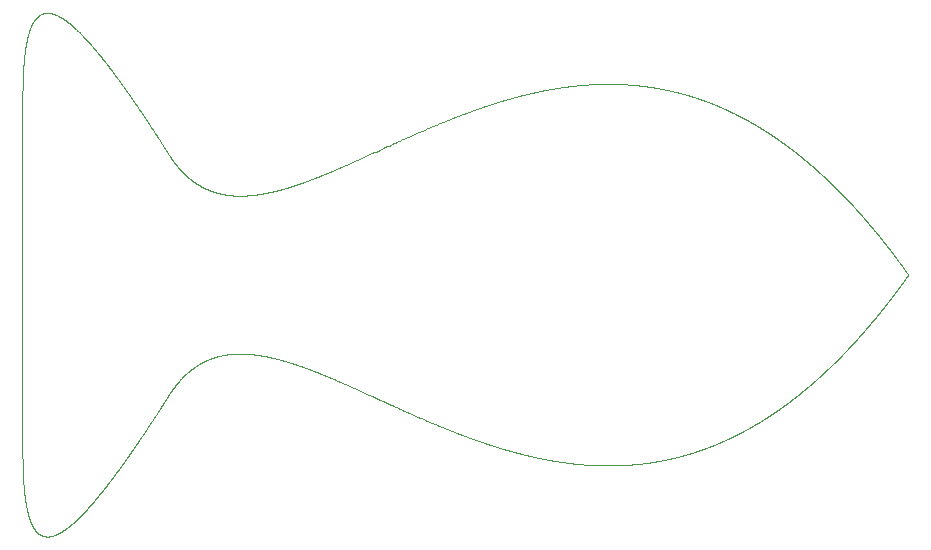
<source format=gm1>
G04 #@! TF.GenerationSoftware,KiCad,Pcbnew,9.0.2-2.fc42*
G04 #@! TF.CreationDate,2025-06-29T00:33:01+02:00*
G04 #@! TF.ProjectId,hack_solder,6861636b-5f73-46f6-9c64-65722e6b6963,rev?*
G04 #@! TF.SameCoordinates,Original*
G04 #@! TF.FileFunction,Profile,NP*
%FSLAX46Y46*%
G04 Gerber Fmt 4.6, Leading zero omitted, Abs format (unit mm)*
G04 Created by KiCad (PCBNEW 9.0.2-2.fc42) date 2025-06-29 00:33:01*
%MOMM*%
%LPD*%
G01*
G04 APERTURE LIST*
G04 #@! TA.AperFunction,Profile*
%ADD10C,0.050000*%
G04 #@! TD*
%ADD11C,0.050000*%
G04 APERTURE END LIST*
D10*
X12500000Y-35000000D02*
X12500000Y-50000000D01*
D11*
X25000000Y-60000000D02*
X24965469Y-60054503D01*
X24930996Y-60108879D01*
X24896674Y-60162979D01*
X24862408Y-60216952D01*
X24828293Y-60270651D01*
X24794234Y-60324224D01*
X24760324Y-60377526D01*
X24726470Y-60430702D01*
X24692763Y-60483609D01*
X24659113Y-60536391D01*
X24625609Y-60588905D01*
X24592160Y-60641296D01*
X24558857Y-60693422D01*
X24525610Y-60745424D01*
X24492506Y-60797163D01*
X24459457Y-60848779D01*
X24426552Y-60900135D01*
X24393701Y-60951368D01*
X24360993Y-61002342D01*
X24328338Y-61053195D01*
X24295825Y-61103791D01*
X24263366Y-61154266D01*
X24231046Y-61204486D01*
X24198781Y-61254586D01*
X24166654Y-61304433D01*
X24134580Y-61354161D01*
X24102645Y-61403637D01*
X24070762Y-61452995D01*
X24039017Y-61502103D01*
X24007324Y-61551094D01*
X23975768Y-61599837D01*
X23944263Y-61648463D01*
X23912893Y-61696843D01*
X23881576Y-61745107D01*
X23850392Y-61793127D01*
X23819260Y-61841031D01*
X23788262Y-61888693D01*
X23757314Y-61936240D01*
X23726499Y-61983546D01*
X23695735Y-62030739D01*
X23665102Y-62077692D01*
X23634520Y-62124532D01*
X23604068Y-62171135D01*
X23573666Y-62217625D01*
X23543394Y-62263880D01*
X23513172Y-62310023D01*
X23483078Y-62355932D01*
X23453034Y-62401729D01*
X23423118Y-62447295D01*
X23393251Y-62492750D01*
X23363511Y-62537975D01*
X23333819Y-62583089D01*
X23304254Y-62627975D01*
X23274738Y-62672751D01*
X23245346Y-62717301D01*
X23216003Y-62761741D01*
X23186785Y-62805957D01*
X23157614Y-62850064D01*
X23128566Y-62893947D01*
X23099567Y-62937723D01*
X23070690Y-62981277D01*
X23041860Y-63024723D01*
X23013152Y-63067950D01*
X22984491Y-63111070D01*
X22955952Y-63153971D01*
X22927459Y-63196766D01*
X22899086Y-63239344D01*
X22870759Y-63281817D01*
X22842552Y-63324074D01*
X22814391Y-63366227D01*
X22786349Y-63408165D01*
X22758353Y-63450000D01*
X22730474Y-63491622D01*
X22702641Y-63533140D01*
X22674925Y-63574447D01*
X22647254Y-63615652D01*
X22619700Y-63656647D01*
X22592190Y-63697540D01*
X22564796Y-63738225D01*
X22537446Y-63778808D01*
X22510212Y-63819184D01*
X22483021Y-63859459D01*
X22455945Y-63899530D01*
X22428913Y-63939499D01*
X22401994Y-63979265D01*
X22375119Y-64018932D01*
X22348356Y-64058396D01*
X22321637Y-64097760D01*
X22295030Y-64136924D01*
X22268465Y-64175989D01*
X22242013Y-64214854D01*
X22215602Y-64253622D01*
X22189303Y-64292191D01*
X22163046Y-64330663D01*
X22136898Y-64368938D01*
X22110793Y-64407116D01*
X22084797Y-64445099D01*
X22058843Y-64482985D01*
X22032997Y-64520677D01*
X22007193Y-64558273D01*
X21981497Y-64595677D01*
X21955842Y-64632986D01*
X21930295Y-64670103D01*
X21904788Y-64707125D01*
X21879388Y-64743958D01*
X21854028Y-64780696D01*
X21828775Y-64817245D01*
X21803562Y-64853701D01*
X21778454Y-64889970D01*
X21753386Y-64926145D01*
X21728423Y-64962134D01*
X21703499Y-64998031D01*
X21678680Y-65033743D01*
X21653900Y-65069362D01*
X21629224Y-65104799D01*
X21604587Y-65140143D01*
X21580052Y-65175306D01*
X21555557Y-65210377D01*
X21531163Y-65245268D01*
X21506809Y-65280068D01*
X21482555Y-65314688D01*
X21458341Y-65349218D01*
X21434227Y-65383570D01*
X21410152Y-65417832D01*
X21386176Y-65451917D01*
X21362239Y-65485913D01*
X21338401Y-65519733D01*
X21314601Y-65553465D01*
X21290900Y-65587021D01*
X21267237Y-65620490D01*
X21243671Y-65653785D01*
X21220144Y-65686992D01*
X21196714Y-65720028D01*
X21173321Y-65752976D01*
X21150025Y-65785753D01*
X21126766Y-65818443D01*
X21103603Y-65850963D01*
X21080477Y-65883397D01*
X21057447Y-65915663D01*
X21034454Y-65947842D01*
X21011555Y-65979854D01*
X20988694Y-66011781D01*
X20965926Y-66043542D01*
X20943195Y-66075217D01*
X20920558Y-66106728D01*
X20897956Y-66138154D01*
X20875448Y-66169416D01*
X20852976Y-66200594D01*
X20830597Y-66231609D01*
X20808253Y-66262541D01*
X20786001Y-66293310D01*
X20763784Y-66323997D01*
X20741660Y-66354523D01*
X20719570Y-66384967D01*
X20697571Y-66415251D01*
X20675608Y-66445453D01*
X20653734Y-66475496D01*
X20631896Y-66505458D01*
X20610147Y-66535263D01*
X20588433Y-66564986D01*
X20566809Y-66594553D01*
X20545218Y-66624039D01*
X20523717Y-66653370D01*
X20502249Y-66682620D01*
X20480870Y-66711717D01*
X20459525Y-66740733D01*
X20438267Y-66769596D01*
X20417043Y-66798380D01*
X20395907Y-66827012D01*
X20374804Y-66855565D01*
X20353787Y-66883967D01*
X20332804Y-66912290D01*
X20311907Y-66940463D01*
X20291043Y-66968558D01*
X20270265Y-66996505D01*
X20249520Y-67024373D01*
X20228860Y-67052093D01*
X20208232Y-67079737D01*
X20187689Y-67107233D01*
X20167179Y-67134652D01*
X20146753Y-67161926D01*
X20126358Y-67189123D01*
X20106048Y-67216175D01*
X20085770Y-67243151D01*
X20065575Y-67269983D01*
X20045411Y-67296739D01*
X20025331Y-67323353D01*
X20005282Y-67349891D01*
X19985315Y-67376287D01*
X19965380Y-67402609D01*
X19945527Y-67428789D01*
X19925704Y-67454895D01*
X19905963Y-67480861D01*
X19886253Y-67506754D01*
X19866624Y-67532506D01*
X19847026Y-67558186D01*
X19827508Y-67583727D01*
X19808020Y-67609195D01*
X19788613Y-67634526D01*
X19769236Y-67659784D01*
X19749938Y-67684906D01*
X19730671Y-67709956D01*
X19711482Y-67734870D01*
X19692324Y-67759712D01*
X19673244Y-67784420D01*
X19654194Y-67809056D01*
X19635222Y-67833558D01*
X19616280Y-67857990D01*
X19597415Y-67882289D01*
X19578580Y-67906517D01*
X19559822Y-67930613D01*
X19541093Y-67954640D01*
X19522441Y-67978535D01*
X19503819Y-68002360D01*
X19485272Y-68026055D01*
X19466754Y-68049681D01*
X19448313Y-68073177D01*
X19429900Y-68096605D01*
X19411562Y-68119904D01*
X19393253Y-68143135D01*
X19375019Y-68166238D01*
X19356813Y-68189272D01*
X19338682Y-68212181D01*
X19320579Y-68235021D01*
X19302550Y-68257735D01*
X19284550Y-68280382D01*
X19266623Y-68302904D01*
X19248723Y-68325359D01*
X19230897Y-68347690D01*
X19213099Y-68369954D01*
X19195374Y-68392095D01*
X19177676Y-68414170D01*
X19160051Y-68436122D01*
X19142453Y-68458008D01*
X19124927Y-68479772D01*
X19107428Y-68501471D01*
X19090001Y-68523049D01*
X19072601Y-68544562D01*
X19055272Y-68565955D01*
X19037970Y-68587283D01*
X19020739Y-68608492D01*
X19003534Y-68629637D01*
X18986400Y-68650663D01*
X18969293Y-68671625D01*
X18952255Y-68692469D01*
X18935244Y-68713250D01*
X18918302Y-68733914D01*
X18901387Y-68754514D01*
X18884541Y-68774999D01*
X18867721Y-68795420D01*
X18850969Y-68815726D01*
X18834244Y-68835970D01*
X18817587Y-68856099D01*
X18800956Y-68876166D01*
X18784392Y-68896119D01*
X18767855Y-68916010D01*
X18751385Y-68935789D01*
X18734940Y-68955506D01*
X18718563Y-68975110D01*
X18702211Y-68994654D01*
X18685926Y-69014086D01*
X18669666Y-69033457D01*
X18653473Y-69052717D01*
X18637304Y-69071917D01*
X18621202Y-69091008D01*
X18605124Y-69110037D01*
X18589112Y-69128958D01*
X18573125Y-69147819D01*
X18557204Y-69166572D01*
X18541306Y-69185265D01*
X18525474Y-69203850D01*
X18509666Y-69222377D01*
X18493923Y-69240796D01*
X18478204Y-69259156D01*
X18462550Y-69277411D01*
X18446919Y-69295607D01*
X18431352Y-69313697D01*
X18415810Y-69331729D01*
X18400331Y-69349657D01*
X18384875Y-69367526D01*
X18369483Y-69385292D01*
X18354115Y-69403000D01*
X18338809Y-69420605D01*
X18323527Y-69438152D01*
X18308307Y-69455597D01*
X18293111Y-69472985D01*
X18277977Y-69490272D01*
X18262866Y-69507501D01*
X18247817Y-69524630D01*
X18232791Y-69541702D01*
X18217826Y-69558674D01*
X18202885Y-69575590D01*
X18188004Y-69592406D01*
X18173146Y-69609167D01*
X18158350Y-69625828D01*
X18143575Y-69642434D01*
X18128861Y-69658942D01*
X18114170Y-69675395D01*
X18099539Y-69691750D01*
X18084930Y-69708050D01*
X18070381Y-69724254D01*
X18055854Y-69740402D01*
X18041387Y-69756455D01*
X18026941Y-69772454D01*
X18012555Y-69788357D01*
X17998191Y-69804206D01*
X17983886Y-69819960D01*
X17969602Y-69835660D01*
X17955377Y-69851267D01*
X17941173Y-69866820D01*
X17927028Y-69882279D01*
X17912904Y-69897686D01*
X17898839Y-69912999D01*
X17884794Y-69928260D01*
X17870807Y-69943429D01*
X17856841Y-69958545D01*
X17842933Y-69973570D01*
X17829045Y-69988542D01*
X17815215Y-70003424D01*
X17801405Y-70018254D01*
X17787652Y-70032993D01*
X17773920Y-70047681D01*
X17760245Y-70062280D01*
X17746590Y-70076827D01*
X17732990Y-70091285D01*
X17719412Y-70105692D01*
X17705889Y-70120011D01*
X17692387Y-70134279D01*
X17678940Y-70148459D01*
X17665513Y-70162589D01*
X17652142Y-70176632D01*
X17638790Y-70190624D01*
X17625494Y-70204530D01*
X17612217Y-70218387D01*
X17598995Y-70232157D01*
X17585793Y-70245878D01*
X17572645Y-70259513D01*
X17559516Y-70273100D01*
X17546442Y-70286601D01*
X17533388Y-70300054D01*
X17520387Y-70313423D01*
X17507405Y-70326743D01*
X17494477Y-70339979D01*
X17481568Y-70353167D01*
X17468712Y-70366272D01*
X17455876Y-70379329D01*
X17443092Y-70392304D01*
X17430328Y-70405231D01*
X17417616Y-70418076D01*
X17404923Y-70430873D01*
X17392282Y-70443590D01*
X17379660Y-70456259D01*
X17367090Y-70468848D01*
X17354538Y-70481389D01*
X17342039Y-70493851D01*
X17329557Y-70506266D01*
X17317128Y-70518601D01*
X17304717Y-70530890D01*
X17292356Y-70543100D01*
X17280015Y-70555264D01*
X17267724Y-70567350D01*
X17255451Y-70579389D01*
X17243229Y-70591351D01*
X17231025Y-70603268D01*
X17218871Y-70615107D01*
X17206736Y-70626901D01*
X17194650Y-70638618D01*
X17182582Y-70650290D01*
X17170564Y-70661886D01*
X17158564Y-70673437D01*
X17146613Y-70684913D01*
X17134680Y-70696344D01*
X17122796Y-70707701D01*
X17110929Y-70719012D01*
X17099112Y-70730250D01*
X17087312Y-70741443D01*
X17075560Y-70752563D01*
X17063826Y-70763638D01*
X17052140Y-70774641D01*
X17040472Y-70785600D01*
X17028851Y-70796486D01*
X17017248Y-70807328D01*
X17005692Y-70818099D01*
X16994154Y-70828826D01*
X16982663Y-70839482D01*
X16971189Y-70850095D01*
X16959762Y-70860637D01*
X16948352Y-70871136D01*
X16936989Y-70881565D01*
X16925643Y-70891951D01*
X16914344Y-70902267D01*
X16903061Y-70912541D01*
X16891825Y-70922746D01*
X16880605Y-70932908D01*
X16869431Y-70943002D01*
X16858274Y-70953054D01*
X16847163Y-70963037D01*
X16836068Y-70972979D01*
X16825019Y-70982853D01*
X16813986Y-70992686D01*
X16802998Y-71002452D01*
X16792027Y-71012176D01*
X16781100Y-71021834D01*
X16770190Y-71031450D01*
X16759325Y-71041001D01*
X16748475Y-71050511D01*
X16737671Y-71059955D01*
X16726882Y-71069358D01*
X16716137Y-71078697D01*
X16705408Y-71087995D01*
X16694724Y-71097229D01*
X16684055Y-71106422D01*
X16673430Y-71115551D01*
X16662820Y-71124641D01*
X16652254Y-71133667D01*
X16641704Y-71142653D01*
X16631197Y-71151576D01*
X16620705Y-71160460D01*
X16610256Y-71169281D01*
X16599823Y-71178063D01*
X16589433Y-71186782D01*
X16579057Y-71195463D01*
X16568725Y-71204082D01*
X16558407Y-71212662D01*
X16548132Y-71221181D01*
X16537872Y-71229662D01*
X16527654Y-71238082D01*
X16517451Y-71246464D01*
X16507290Y-71254785D01*
X16497143Y-71263068D01*
X16487039Y-71271292D01*
X16476949Y-71279477D01*
X16466900Y-71287604D01*
X16456866Y-71295693D01*
X16446873Y-71303722D01*
X16436895Y-71311715D01*
X16426958Y-71319649D01*
X16417035Y-71327546D01*
X16407153Y-71335385D01*
X16397285Y-71343187D01*
X16387458Y-71350931D01*
X16377644Y-71358639D01*
X16367872Y-71366290D01*
X16358113Y-71373904D01*
X16348394Y-71381462D01*
X16338690Y-71388983D01*
X16329025Y-71396448D01*
X16319374Y-71403878D01*
X16309763Y-71411251D01*
X16300165Y-71418589D01*
X16290607Y-71425871D01*
X16281063Y-71433117D01*
X16271558Y-71440309D01*
X16262066Y-71447466D01*
X16252614Y-71454568D01*
X16243175Y-71461634D01*
X16233774Y-71468647D01*
X16224387Y-71475625D01*
X16215039Y-71482549D01*
X16205704Y-71489438D01*
X16196407Y-71496275D01*
X16187124Y-71503076D01*
X16177878Y-71509825D01*
X16168646Y-71516540D01*
X16159452Y-71523202D01*
X16150270Y-71529831D01*
X16141127Y-71536407D01*
X16131996Y-71542949D01*
X16122902Y-71549440D01*
X16113822Y-71555897D01*
X16104779Y-71562303D01*
X16095748Y-71568676D01*
X16086755Y-71574998D01*
X16077774Y-71581286D01*
X16068830Y-71587525D01*
X16059899Y-71593730D01*
X16051004Y-71599885D01*
X16042122Y-71606008D01*
X16033275Y-71612081D01*
X16024442Y-71618121D01*
X16015644Y-71624112D01*
X16006860Y-71630071D01*
X15998110Y-71635981D01*
X15989373Y-71641859D01*
X15980672Y-71647688D01*
X15971983Y-71653486D01*
X15963330Y-71659235D01*
X15954688Y-71664953D01*
X15946082Y-71670623D01*
X15937488Y-71676261D01*
X15928929Y-71681853D01*
X15920382Y-71687412D01*
X15911869Y-71692926D01*
X15903369Y-71698407D01*
X15894903Y-71703843D01*
X15886449Y-71709247D01*
X15878029Y-71714605D01*
X15869621Y-71719932D01*
X15861247Y-71725214D01*
X15852885Y-71730465D01*
X15844557Y-71735671D01*
X15836241Y-71740846D01*
X15827958Y-71745977D01*
X15819686Y-71751076D01*
X15811448Y-71756132D01*
X15803222Y-71761157D01*
X15795029Y-71766139D01*
X15786847Y-71771090D01*
X15778698Y-71775997D01*
X15770561Y-71780875D01*
X15762456Y-71785709D01*
X15754363Y-71790514D01*
X15746303Y-71795276D01*
X15738253Y-71800007D01*
X15730236Y-71804697D01*
X15722230Y-71809357D01*
X15714256Y-71813975D01*
X15706294Y-71818564D01*
X15698363Y-71823111D01*
X15690443Y-71827629D01*
X15682555Y-71832105D01*
X15674678Y-71836552D01*
X15666833Y-71840959D01*
X15658998Y-71845336D01*
X15651195Y-71849673D01*
X15643402Y-71853982D01*
X15635641Y-71858250D01*
X15627890Y-71862489D01*
X15620170Y-71866689D01*
X15612461Y-71870860D01*
X15604783Y-71874992D01*
X15597115Y-71879095D01*
X15589478Y-71883159D01*
X15581851Y-71887195D01*
X15574254Y-71891192D01*
X15566668Y-71895162D01*
X15559112Y-71899093D01*
X15551566Y-71902995D01*
X15544051Y-71906860D01*
X15536545Y-71910698D01*
X15529069Y-71914497D01*
X15521604Y-71918269D01*
X15514168Y-71922004D01*
X15506742Y-71925711D01*
X15499345Y-71929381D01*
X15491959Y-71933023D01*
X15484601Y-71936629D01*
X15477254Y-71940208D01*
X15469935Y-71943751D01*
X15462627Y-71947266D01*
X15455346Y-71950746D01*
X15448076Y-71954198D01*
X15440835Y-71957615D01*
X15433603Y-71961006D01*
X15426399Y-71964360D01*
X15419206Y-71967689D01*
X15412040Y-71970982D01*
X15404884Y-71974248D01*
X15397756Y-71977480D01*
X15390637Y-71980686D01*
X15383546Y-71983857D01*
X15376465Y-71987002D01*
X15369411Y-71990113D01*
X15362367Y-71993198D01*
X15355350Y-71996249D01*
X15348342Y-71999274D01*
X15341362Y-72002266D01*
X15334391Y-72005232D01*
X15327446Y-72008165D01*
X15320511Y-72011072D01*
X15313603Y-72013946D01*
X15306704Y-72016795D01*
X15299831Y-72019611D01*
X15292968Y-72022401D01*
X15286130Y-72025160D01*
X15279302Y-72027893D01*
X15272500Y-72030594D01*
X15265707Y-72033270D01*
X15258940Y-72035915D01*
X15252182Y-72038534D01*
X15245449Y-72041122D01*
X15238726Y-72043685D01*
X15232028Y-72046217D01*
X15225339Y-72048724D01*
X15218674Y-72051201D01*
X15212020Y-72053653D01*
X15205389Y-72056074D01*
X15198768Y-72058470D01*
X15192172Y-72060837D01*
X15185584Y-72063179D01*
X15179021Y-72065491D01*
X15172467Y-72067779D01*
X15165936Y-72070037D01*
X15159415Y-72072271D01*
X15152918Y-72074475D01*
X15146430Y-72076655D01*
X15139965Y-72078807D01*
X15133509Y-72080934D01*
X15127077Y-72083032D01*
X15120653Y-72085107D01*
X15114253Y-72087153D01*
X15107862Y-72089175D01*
X15101493Y-72091169D01*
X15095134Y-72093139D01*
X15088797Y-72095081D01*
X15082469Y-72097000D01*
X15076163Y-72098891D01*
X15069866Y-72100758D01*
X15063592Y-72102598D01*
X15057326Y-72104414D01*
X15051082Y-72106203D01*
X15044847Y-72107969D01*
X15038634Y-72109708D01*
X15032430Y-72111423D01*
X15026247Y-72113112D01*
X15020073Y-72114778D01*
X15013920Y-72116417D01*
X15007776Y-72118034D01*
X15001653Y-72119624D01*
X14995539Y-72121191D01*
X14989446Y-72122732D01*
X14983361Y-72124250D01*
X14977297Y-72125743D01*
X14971241Y-72127212D01*
X14965206Y-72128656D01*
X14959180Y-72130078D01*
X14953174Y-72131474D01*
X14947176Y-72132848D01*
X14941199Y-72134197D01*
X14935229Y-72135523D01*
X14929280Y-72136824D01*
X14923339Y-72138103D01*
X14917418Y-72139357D01*
X14911506Y-72140589D01*
X14905612Y-72141797D01*
X14899727Y-72142982D01*
X14893862Y-72144143D01*
X14888004Y-72145282D01*
X14882166Y-72146397D01*
X14876336Y-72147490D01*
X14870525Y-72148559D01*
X14864722Y-72149606D01*
X14858938Y-72150630D01*
X14853161Y-72151632D01*
X14847404Y-72152610D01*
X14841654Y-72153567D01*
X14835923Y-72154500D01*
X14830200Y-72155412D01*
X14824495Y-72156300D01*
X14818797Y-72157167D01*
X14813118Y-72158011D01*
X14807447Y-72158834D01*
X14801793Y-72159634D01*
X14796148Y-72160413D01*
X14790520Y-72161169D01*
X14784899Y-72161903D01*
X14779296Y-72162616D01*
X14773701Y-72163307D01*
X14768123Y-72163976D01*
X14762553Y-72164623D01*
X14757000Y-72165249D01*
X14751454Y-72165854D01*
X14745926Y-72166436D01*
X14740404Y-72166998D01*
X14734900Y-72167538D01*
X14729403Y-72168057D01*
X14723922Y-72168555D01*
X14718450Y-72169031D01*
X14712993Y-72169486D01*
X14707544Y-72169921D01*
X14702110Y-72170334D01*
X14696685Y-72170727D01*
X14691275Y-72171098D01*
X14685872Y-72171449D01*
X14680485Y-72171778D01*
X14675106Y-72172088D01*
X14669742Y-72172376D01*
X14664385Y-72172644D01*
X14659044Y-72172891D01*
X14653710Y-72173117D01*
X14648391Y-72173323D01*
X14643079Y-72173509D01*
X14637782Y-72173674D01*
X14632493Y-72173819D01*
X14627218Y-72173944D01*
X14621950Y-72174048D01*
X14616697Y-72174132D01*
X14611451Y-72174196D01*
X14606219Y-72174240D01*
X14600994Y-72174264D01*
X14595783Y-72174267D01*
X14590580Y-72174251D01*
X14585390Y-72174214D01*
X14580208Y-72174158D01*
X14575039Y-72174082D01*
X14569877Y-72173986D01*
X14564729Y-72173870D01*
X14559588Y-72173734D01*
X14554460Y-72173579D01*
X14549339Y-72173404D01*
X14544231Y-72173209D01*
X14539130Y-72172995D01*
X14534042Y-72172761D01*
X14528961Y-72172507D01*
X14523893Y-72172234D01*
X14518832Y-72171941D01*
X14513783Y-72171629D01*
X14508741Y-72171298D01*
X14503711Y-72170947D01*
X14498689Y-72170576D01*
X14493678Y-72170187D01*
X14488675Y-72169777D01*
X14483683Y-72169349D01*
X14478698Y-72168902D01*
X14473724Y-72168435D01*
X14468758Y-72167949D01*
X14463803Y-72167443D01*
X14458855Y-72166919D01*
X14453919Y-72166375D01*
X14448989Y-72165812D01*
X14444070Y-72165231D01*
X14439158Y-72164630D01*
X14434257Y-72164010D01*
X14429363Y-72163371D01*
X14424479Y-72162713D01*
X14419602Y-72162035D01*
X14414736Y-72161339D01*
X14409877Y-72160624D01*
X14405028Y-72159890D01*
X14400185Y-72159137D01*
X14395353Y-72158365D01*
X14390528Y-72157574D01*
X14385712Y-72156765D01*
X14380903Y-72155936D01*
X14376104Y-72155089D01*
X14371312Y-72154222D01*
X14366529Y-72153337D01*
X14361753Y-72152433D01*
X14356987Y-72151510D01*
X14352227Y-72150569D01*
X14347476Y-72149608D01*
X14342732Y-72148629D01*
X14337997Y-72147631D01*
X14333268Y-72146614D01*
X14328549Y-72145578D01*
X14323836Y-72144523D01*
X14319132Y-72143450D01*
X14314434Y-72142358D01*
X14309745Y-72141247D01*
X14305062Y-72140118D01*
X14300388Y-72138969D01*
X14295721Y-72137802D01*
X14291061Y-72136616D01*
X14286408Y-72135411D01*
X14281763Y-72134188D01*
X14277125Y-72132946D01*
X14272494Y-72131685D01*
X14267871Y-72130405D01*
X14263254Y-72129106D01*
X14258644Y-72127789D01*
X14254042Y-72126453D01*
X14249446Y-72125098D01*
X14244857Y-72123724D01*
X14240275Y-72122331D01*
X14235700Y-72120920D01*
X14231132Y-72119489D01*
X14226570Y-72118040D01*
X14222016Y-72116572D01*
X14212926Y-72113579D01*
X14203862Y-72110511D01*
X14194824Y-72107367D01*
X14185812Y-72104147D01*
X14176824Y-72100851D01*
X14167862Y-72097479D01*
X14158924Y-72094031D01*
X14150011Y-72090507D01*
X14141121Y-72086906D01*
X14132255Y-72083228D01*
X14123412Y-72079473D01*
X14114592Y-72075641D01*
X14105794Y-72071731D01*
X14097019Y-72067744D01*
X14088266Y-72063679D01*
X14079535Y-72059536D01*
X14070825Y-72055315D01*
X14062136Y-72051015D01*
X14053468Y-72046636D01*
X14044821Y-72042177D01*
X14036194Y-72037640D01*
X14027587Y-72033022D01*
X14019001Y-72028324D01*
X14010433Y-72023546D01*
X14001885Y-72018687D01*
X13993356Y-72013746D01*
X13984846Y-72008724D01*
X13976354Y-72003620D01*
X13967881Y-71998434D01*
X13959426Y-71993165D01*
X13950988Y-71987813D01*
X13942569Y-71982377D01*
X13934167Y-71976857D01*
X13925782Y-71971253D01*
X13917414Y-71965564D01*
X13909063Y-71959790D01*
X13900729Y-71953930D01*
X13892411Y-71947983D01*
X13884109Y-71941950D01*
X13875824Y-71935830D01*
X13867554Y-71929621D01*
X13859300Y-71923325D01*
X13851062Y-71916940D01*
X13842839Y-71910465D01*
X13834632Y-71903901D01*
X13826439Y-71897246D01*
X13818262Y-71890500D01*
X13810099Y-71883663D01*
X13801951Y-71876734D01*
X13793818Y-71869711D01*
X13785699Y-71862596D01*
X13777594Y-71855387D01*
X13769503Y-71848083D01*
X13761427Y-71840684D01*
X13753365Y-71833189D01*
X13745316Y-71825598D01*
X13737281Y-71817910D01*
X13729260Y-71810124D01*
X13721253Y-71802240D01*
X13713259Y-71794256D01*
X13705278Y-71786173D01*
X13697311Y-71777990D01*
X13689357Y-71769705D01*
X13681416Y-71761318D01*
X13673489Y-71752829D01*
X13665574Y-71744237D01*
X13657673Y-71735541D01*
X13649784Y-71726740D01*
X13641909Y-71717833D01*
X13634047Y-71708820D01*
X13626197Y-71699701D01*
X13618360Y-71690473D01*
X13610536Y-71681137D01*
X13602725Y-71671691D01*
X13594927Y-71662136D01*
X13587142Y-71652469D01*
X13579369Y-71642691D01*
X13571609Y-71632800D01*
X13563862Y-71622795D01*
X13556128Y-71612677D01*
X13548407Y-71602443D01*
X13540698Y-71592094D01*
X13533003Y-71581627D01*
X13525320Y-71571043D01*
X13517650Y-71560341D01*
X13509993Y-71549519D01*
X13502349Y-71538577D01*
X13494718Y-71527513D01*
X13487100Y-71516328D01*
X13479496Y-71505019D01*
X13471904Y-71493587D01*
X13464326Y-71482030D01*
X13456761Y-71470347D01*
X13449209Y-71458537D01*
X13441671Y-71446600D01*
X13434147Y-71434534D01*
X13426635Y-71422339D01*
X13419138Y-71410013D01*
X13411654Y-71397555D01*
X13404185Y-71384965D01*
X13396729Y-71372242D01*
X13389287Y-71359384D01*
X13381859Y-71346391D01*
X13374446Y-71333261D01*
X13367046Y-71319994D01*
X13359662Y-71306588D01*
X13352291Y-71293042D01*
X13344936Y-71279357D01*
X13337595Y-71265529D01*
X13330269Y-71251559D01*
X13322959Y-71237445D01*
X13315663Y-71223186D01*
X13308383Y-71208781D01*
X13301118Y-71194230D01*
X13293869Y-71179530D01*
X13286636Y-71164681D01*
X13279418Y-71149682D01*
X13272216Y-71134532D01*
X13265031Y-71119229D01*
X13257862Y-71103772D01*
X13250710Y-71088161D01*
X13243574Y-71072394D01*
X13236455Y-71056469D01*
X13229353Y-71040387D01*
X13222268Y-71024145D01*
X13215201Y-71007743D01*
X13208151Y-70991179D01*
X13201119Y-70974452D01*
X13194105Y-70957562D01*
X13187109Y-70940505D01*
X13180131Y-70923283D01*
X13173171Y-70905893D01*
X13166231Y-70888333D01*
X13159309Y-70870604D01*
X13152406Y-70852703D01*
X13145522Y-70834630D01*
X13138658Y-70816383D01*
X13131814Y-70797961D01*
X13124990Y-70779362D01*
X13118185Y-70760586D01*
X13111401Y-70741631D01*
X13104638Y-70722495D01*
X13097895Y-70703178D01*
X13091174Y-70683678D01*
X13084473Y-70663994D01*
X13077794Y-70644125D01*
X13071137Y-70624068D01*
X13064502Y-70603824D01*
X13057889Y-70583390D01*
X13051298Y-70562765D01*
X13044730Y-70541948D01*
X13038185Y-70520938D01*
X13031663Y-70499732D01*
X13025164Y-70478330D01*
X13018689Y-70456731D01*
X13012238Y-70434932D01*
X13005811Y-70412933D01*
X12999409Y-70390732D01*
X12993031Y-70368327D01*
X12986678Y-70345717D01*
X12980350Y-70322902D01*
X12974048Y-70299878D01*
X12967772Y-70276645D01*
X12961522Y-70253202D01*
X12955298Y-70229546D01*
X12949100Y-70205677D01*
X12942930Y-70181592D01*
X12936786Y-70157291D01*
X12930671Y-70132772D01*
X12924582Y-70108033D01*
X12918522Y-70083073D01*
X12912490Y-70057889D01*
X12906487Y-70032482D01*
X12900513Y-70006848D01*
X12894568Y-69980987D01*
X12888652Y-69954897D01*
X12882766Y-69928577D01*
X12876910Y-69902023D01*
X12871085Y-69875236D01*
X12865290Y-69848214D01*
X12859527Y-69820954D01*
X12853795Y-69793455D01*
X12848094Y-69765716D01*
X12842426Y-69737735D01*
X12836789Y-69709509D01*
X12831186Y-69681039D01*
X12825615Y-69652321D01*
X12820078Y-69623354D01*
X12814574Y-69594136D01*
X12809104Y-69564666D01*
X12803668Y-69534941D01*
X12798267Y-69504961D01*
X12792901Y-69474723D01*
X12787570Y-69444225D01*
X12782275Y-69413467D01*
X12777016Y-69382445D01*
X12771793Y-69351158D01*
X12766607Y-69319604D01*
X12761458Y-69287782D01*
X12756346Y-69255689D01*
X12751272Y-69223324D01*
X12746236Y-69190685D01*
X12741238Y-69157770D01*
X12736279Y-69124577D01*
X12731359Y-69091104D01*
X12726479Y-69057349D01*
X12721639Y-69023310D01*
X12716839Y-68988985D01*
X12712079Y-68954373D01*
X12707361Y-68919471D01*
X12702683Y-68884277D01*
X12698048Y-68848789D01*
X12693455Y-68813006D01*
X12688904Y-68776925D01*
X12684396Y-68740543D01*
X12679931Y-68703860D01*
X12675510Y-68666873D01*
X12671133Y-68629580D01*
X12666801Y-68591978D01*
X12662513Y-68554066D01*
X12658271Y-68515841D01*
X12654074Y-68477302D01*
X12649923Y-68438445D01*
X12645818Y-68399270D01*
X12641761Y-68359773D01*
X12637751Y-68319952D01*
X12633788Y-68279806D01*
X12629873Y-68239331D01*
X12626007Y-68198526D01*
X12622190Y-68157389D01*
X12618422Y-68115916D01*
X12614704Y-68074105D01*
X12611036Y-68031955D01*
X12607419Y-67989463D01*
X12603852Y-67946626D01*
X12600337Y-67903443D01*
X12596874Y-67859909D01*
X12593463Y-67816024D01*
X12590106Y-67771785D01*
X12586801Y-67727188D01*
X12583550Y-67682233D01*
X12580353Y-67636915D01*
X12577210Y-67591233D01*
X12574123Y-67545184D01*
X12571091Y-67498765D01*
X12568115Y-67451973D01*
X12565195Y-67404807D01*
X12562332Y-67357263D01*
X12559526Y-67309338D01*
X12556779Y-67261031D01*
X12554089Y-67212338D01*
X12551458Y-67163256D01*
X12548886Y-67113782D01*
X12546374Y-67063915D01*
X12543923Y-67013650D01*
X12541531Y-66962985D01*
X12539201Y-66911918D01*
X12536933Y-66860444D01*
X12534726Y-66808562D01*
X12532583Y-66756269D01*
X12530502Y-66703560D01*
X12528485Y-66650434D01*
X12526532Y-66596886D01*
X12524644Y-66542915D01*
X12522821Y-66488517D01*
X12521064Y-66433688D01*
X12519373Y-66378426D01*
X12517748Y-66322728D01*
X12516191Y-66266589D01*
X12514702Y-66210007D01*
X12513280Y-66152979D01*
X12511928Y-66095501D01*
X12510645Y-66037570D01*
X12509433Y-65979182D01*
X12508290Y-65920333D01*
X12507219Y-65861021D01*
X12506219Y-65801242D01*
X12505292Y-65740993D01*
X12504437Y-65680269D01*
X12503656Y-65619066D01*
X12502948Y-65557383D01*
X12502315Y-65495213D01*
X12501757Y-65432555D01*
X12501275Y-65369404D01*
X12500869Y-65305756D01*
X12500540Y-65241607D01*
X12500288Y-65176953D01*
X12500114Y-65111791D01*
X12500019Y-65046116D01*
X12500000Y-65000000D01*
X25000000Y-40000000D02*
X24965469Y-39945497D01*
X24930996Y-39891121D01*
X24896674Y-39837021D01*
X24862408Y-39783048D01*
X24828293Y-39729349D01*
X24794234Y-39675776D01*
X24760324Y-39622474D01*
X24726470Y-39569298D01*
X24692763Y-39516391D01*
X24659113Y-39463609D01*
X24625609Y-39411095D01*
X24592160Y-39358704D01*
X24558857Y-39306578D01*
X24525610Y-39254576D01*
X24492506Y-39202837D01*
X24459457Y-39151221D01*
X24426552Y-39099865D01*
X24393701Y-39048632D01*
X24360993Y-38997658D01*
X24328338Y-38946805D01*
X24295825Y-38896209D01*
X24263366Y-38845734D01*
X24231046Y-38795514D01*
X24198781Y-38745414D01*
X24166654Y-38695567D01*
X24134580Y-38645839D01*
X24102645Y-38596363D01*
X24070762Y-38547005D01*
X24039017Y-38497897D01*
X24007324Y-38448906D01*
X23975768Y-38400163D01*
X23944263Y-38351537D01*
X23912893Y-38303157D01*
X23881576Y-38254893D01*
X23850392Y-38206873D01*
X23819260Y-38158969D01*
X23788262Y-38111307D01*
X23757314Y-38063760D01*
X23726499Y-38016454D01*
X23695735Y-37969261D01*
X23665102Y-37922308D01*
X23634520Y-37875468D01*
X23604068Y-37828865D01*
X23573666Y-37782375D01*
X23543394Y-37736120D01*
X23513172Y-37689977D01*
X23483078Y-37644068D01*
X23453034Y-37598271D01*
X23423118Y-37552705D01*
X23393251Y-37507250D01*
X23363511Y-37462025D01*
X23333819Y-37416911D01*
X23304254Y-37372025D01*
X23274738Y-37327249D01*
X23245346Y-37282699D01*
X23216003Y-37238259D01*
X23186785Y-37194043D01*
X23157614Y-37149936D01*
X23128566Y-37106053D01*
X23099567Y-37062277D01*
X23070690Y-37018723D01*
X23041860Y-36975277D01*
X23013152Y-36932050D01*
X22984491Y-36888930D01*
X22955952Y-36846029D01*
X22927459Y-36803234D01*
X22899086Y-36760656D01*
X22870759Y-36718183D01*
X22842552Y-36675926D01*
X22814391Y-36633773D01*
X22786349Y-36591835D01*
X22758353Y-36550000D01*
X22730474Y-36508378D01*
X22702641Y-36466860D01*
X22674925Y-36425553D01*
X22647254Y-36384348D01*
X22619700Y-36343353D01*
X22592190Y-36302460D01*
X22564796Y-36261775D01*
X22537446Y-36221192D01*
X22510212Y-36180816D01*
X22483021Y-36140541D01*
X22455945Y-36100470D01*
X22428913Y-36060501D01*
X22401994Y-36020735D01*
X22375119Y-35981068D01*
X22348356Y-35941604D01*
X22321637Y-35902240D01*
X22295030Y-35863076D01*
X22268465Y-35824011D01*
X22242013Y-35785146D01*
X22215602Y-35746378D01*
X22189303Y-35707809D01*
X22163046Y-35669337D01*
X22136898Y-35631062D01*
X22110793Y-35592884D01*
X22084797Y-35554901D01*
X22058843Y-35517015D01*
X22032997Y-35479323D01*
X22007193Y-35441727D01*
X21981497Y-35404323D01*
X21955842Y-35367014D01*
X21930295Y-35329897D01*
X21904788Y-35292875D01*
X21879388Y-35256042D01*
X21854028Y-35219304D01*
X21828775Y-35182755D01*
X21803562Y-35146299D01*
X21778454Y-35110030D01*
X21753386Y-35073855D01*
X21728423Y-35037866D01*
X21703499Y-35001969D01*
X21678680Y-34966257D01*
X21653900Y-34930638D01*
X21629224Y-34895201D01*
X21604587Y-34859857D01*
X21580052Y-34824694D01*
X21555557Y-34789623D01*
X21531163Y-34754732D01*
X21506809Y-34719932D01*
X21482555Y-34685312D01*
X21458341Y-34650782D01*
X21434227Y-34616430D01*
X21410152Y-34582168D01*
X21386176Y-34548083D01*
X21362239Y-34514087D01*
X21338401Y-34480267D01*
X21314601Y-34446535D01*
X21290900Y-34412979D01*
X21267237Y-34379510D01*
X21243671Y-34346215D01*
X21220144Y-34313008D01*
X21196714Y-34279972D01*
X21173321Y-34247024D01*
X21150025Y-34214247D01*
X21126766Y-34181557D01*
X21103603Y-34149037D01*
X21080477Y-34116603D01*
X21057447Y-34084337D01*
X21034454Y-34052158D01*
X21011555Y-34020146D01*
X20988694Y-33988219D01*
X20965926Y-33956458D01*
X20943195Y-33924783D01*
X20920558Y-33893272D01*
X20897956Y-33861846D01*
X20875448Y-33830584D01*
X20852976Y-33799406D01*
X20830597Y-33768391D01*
X20808253Y-33737459D01*
X20786001Y-33706690D01*
X20763784Y-33676003D01*
X20741660Y-33645477D01*
X20719570Y-33615033D01*
X20697571Y-33584749D01*
X20675608Y-33554547D01*
X20653734Y-33524504D01*
X20631896Y-33494542D01*
X20610147Y-33464737D01*
X20588433Y-33435014D01*
X20566809Y-33405447D01*
X20545218Y-33375961D01*
X20523717Y-33346630D01*
X20502249Y-33317380D01*
X20480870Y-33288283D01*
X20459525Y-33259267D01*
X20438267Y-33230404D01*
X20417043Y-33201620D01*
X20395907Y-33172988D01*
X20374804Y-33144435D01*
X20353787Y-33116033D01*
X20332804Y-33087710D01*
X20311907Y-33059537D01*
X20291043Y-33031442D01*
X20270265Y-33003495D01*
X20249520Y-32975627D01*
X20228860Y-32947907D01*
X20208232Y-32920263D01*
X20187689Y-32892767D01*
X20167179Y-32865348D01*
X20146753Y-32838074D01*
X20126358Y-32810877D01*
X20106048Y-32783825D01*
X20085770Y-32756849D01*
X20065575Y-32730017D01*
X20045411Y-32703261D01*
X20025331Y-32676647D01*
X20005282Y-32650109D01*
X19985315Y-32623713D01*
X19965380Y-32597391D01*
X19945527Y-32571211D01*
X19925704Y-32545105D01*
X19905963Y-32519139D01*
X19886253Y-32493246D01*
X19866624Y-32467494D01*
X19847026Y-32441814D01*
X19827508Y-32416273D01*
X19808020Y-32390805D01*
X19788613Y-32365474D01*
X19769236Y-32340216D01*
X19749938Y-32315094D01*
X19730671Y-32290044D01*
X19711482Y-32265130D01*
X19692324Y-32240288D01*
X19673244Y-32215580D01*
X19654194Y-32190944D01*
X19635222Y-32166442D01*
X19616280Y-32142010D01*
X19597415Y-32117711D01*
X19578580Y-32093483D01*
X19559822Y-32069387D01*
X19541093Y-32045360D01*
X19522441Y-32021465D01*
X19503819Y-31997640D01*
X19485272Y-31973945D01*
X19466754Y-31950319D01*
X19448313Y-31926823D01*
X19429900Y-31903395D01*
X19411562Y-31880096D01*
X19393253Y-31856865D01*
X19375019Y-31833762D01*
X19356813Y-31810728D01*
X19338682Y-31787819D01*
X19320579Y-31764979D01*
X19302550Y-31742265D01*
X19284550Y-31719618D01*
X19266623Y-31697096D01*
X19248723Y-31674641D01*
X19230897Y-31652310D01*
X19213099Y-31630046D01*
X19195374Y-31607905D01*
X19177676Y-31585830D01*
X19160051Y-31563878D01*
X19142453Y-31541992D01*
X19124927Y-31520228D01*
X19107428Y-31498529D01*
X19090001Y-31476951D01*
X19072601Y-31455438D01*
X19055272Y-31434045D01*
X19037970Y-31412717D01*
X19020739Y-31391508D01*
X19003534Y-31370363D01*
X18986400Y-31349337D01*
X18969293Y-31328375D01*
X18952255Y-31307531D01*
X18935244Y-31286750D01*
X18918302Y-31266086D01*
X18901387Y-31245486D01*
X18884541Y-31225001D01*
X18867721Y-31204580D01*
X18850969Y-31184274D01*
X18834244Y-31164030D01*
X18817587Y-31143901D01*
X18800956Y-31123834D01*
X18784392Y-31103881D01*
X18767855Y-31083990D01*
X18751385Y-31064211D01*
X18734940Y-31044494D01*
X18718563Y-31024890D01*
X18702211Y-31005346D01*
X18685926Y-30985914D01*
X18669666Y-30966543D01*
X18653473Y-30947283D01*
X18637304Y-30928083D01*
X18621202Y-30908992D01*
X18605124Y-30889963D01*
X18589112Y-30871042D01*
X18573125Y-30852181D01*
X18557204Y-30833428D01*
X18541306Y-30814735D01*
X18525474Y-30796150D01*
X18509666Y-30777623D01*
X18493923Y-30759204D01*
X18478204Y-30740844D01*
X18462550Y-30722589D01*
X18446919Y-30704393D01*
X18431352Y-30686303D01*
X18415810Y-30668271D01*
X18400331Y-30650343D01*
X18384875Y-30632474D01*
X18369483Y-30614708D01*
X18354115Y-30597000D01*
X18338809Y-30579395D01*
X18323527Y-30561848D01*
X18308307Y-30544403D01*
X18293111Y-30527015D01*
X18277977Y-30509728D01*
X18262866Y-30492499D01*
X18247817Y-30475370D01*
X18232791Y-30458298D01*
X18217826Y-30441326D01*
X18202885Y-30424410D01*
X18188004Y-30407594D01*
X18173146Y-30390833D01*
X18158350Y-30374172D01*
X18143575Y-30357566D01*
X18128861Y-30341058D01*
X18114170Y-30324605D01*
X18099539Y-30308250D01*
X18084930Y-30291950D01*
X18070381Y-30275746D01*
X18055854Y-30259598D01*
X18041387Y-30243545D01*
X18026941Y-30227546D01*
X18012555Y-30211643D01*
X17998191Y-30195794D01*
X17983886Y-30180040D01*
X17969602Y-30164340D01*
X17955377Y-30148733D01*
X17941173Y-30133180D01*
X17927028Y-30117721D01*
X17912904Y-30102314D01*
X17898839Y-30087001D01*
X17884794Y-30071740D01*
X17870807Y-30056571D01*
X17856841Y-30041455D01*
X17842933Y-30026430D01*
X17829045Y-30011458D01*
X17815215Y-29996576D01*
X17801405Y-29981746D01*
X17787652Y-29967007D01*
X17773920Y-29952319D01*
X17760245Y-29937720D01*
X17746590Y-29923173D01*
X17732990Y-29908715D01*
X17719412Y-29894308D01*
X17705889Y-29879989D01*
X17692387Y-29865721D01*
X17678940Y-29851541D01*
X17665513Y-29837411D01*
X17652142Y-29823368D01*
X17638790Y-29809376D01*
X17625494Y-29795470D01*
X17612217Y-29781613D01*
X17598995Y-29767843D01*
X17585793Y-29754122D01*
X17572645Y-29740487D01*
X17559516Y-29726900D01*
X17546442Y-29713399D01*
X17533388Y-29699946D01*
X17520387Y-29686577D01*
X17507405Y-29673257D01*
X17494477Y-29660021D01*
X17481568Y-29646833D01*
X17468712Y-29633728D01*
X17455876Y-29620671D01*
X17443092Y-29607696D01*
X17430328Y-29594769D01*
X17417616Y-29581924D01*
X17404923Y-29569127D01*
X17392282Y-29556410D01*
X17379660Y-29543741D01*
X17367090Y-29531152D01*
X17354538Y-29518611D01*
X17342039Y-29506149D01*
X17329557Y-29493734D01*
X17317128Y-29481399D01*
X17304717Y-29469110D01*
X17292356Y-29456900D01*
X17280015Y-29444736D01*
X17267724Y-29432650D01*
X17255451Y-29420611D01*
X17243229Y-29408649D01*
X17231025Y-29396732D01*
X17218871Y-29384893D01*
X17206736Y-29373099D01*
X17194650Y-29361382D01*
X17182582Y-29349710D01*
X17170564Y-29338114D01*
X17158564Y-29326563D01*
X17146613Y-29315087D01*
X17134680Y-29303656D01*
X17122796Y-29292299D01*
X17110929Y-29280988D01*
X17099112Y-29269750D01*
X17087312Y-29258557D01*
X17075560Y-29247437D01*
X17063826Y-29236362D01*
X17052140Y-29225359D01*
X17040472Y-29214400D01*
X17028851Y-29203514D01*
X17017248Y-29192672D01*
X17005692Y-29181901D01*
X16994154Y-29171174D01*
X16982663Y-29160518D01*
X16971189Y-29149905D01*
X16959762Y-29139363D01*
X16948352Y-29128864D01*
X16936989Y-29118435D01*
X16925643Y-29108049D01*
X16914344Y-29097733D01*
X16903061Y-29087459D01*
X16891825Y-29077254D01*
X16880605Y-29067092D01*
X16869431Y-29056998D01*
X16858274Y-29046946D01*
X16847163Y-29036963D01*
X16836068Y-29027021D01*
X16825019Y-29017147D01*
X16813986Y-29007314D01*
X16802998Y-28997548D01*
X16792027Y-28987824D01*
X16781100Y-28978166D01*
X16770190Y-28968550D01*
X16759325Y-28958999D01*
X16748475Y-28949489D01*
X16737671Y-28940045D01*
X16726882Y-28930642D01*
X16716137Y-28921303D01*
X16705408Y-28912005D01*
X16694724Y-28902771D01*
X16684055Y-28893578D01*
X16673430Y-28884449D01*
X16662820Y-28875359D01*
X16652254Y-28866333D01*
X16641704Y-28857347D01*
X16631197Y-28848424D01*
X16620705Y-28839540D01*
X16610256Y-28830719D01*
X16599823Y-28821937D01*
X16589433Y-28813218D01*
X16579057Y-28804537D01*
X16568725Y-28795918D01*
X16558407Y-28787338D01*
X16548132Y-28778819D01*
X16537872Y-28770338D01*
X16527654Y-28761918D01*
X16517451Y-28753536D01*
X16507290Y-28745215D01*
X16497143Y-28736932D01*
X16487039Y-28728708D01*
X16476949Y-28720523D01*
X16466900Y-28712396D01*
X16456866Y-28704307D01*
X16446873Y-28696278D01*
X16436895Y-28688285D01*
X16426958Y-28680351D01*
X16417035Y-28672454D01*
X16407153Y-28664615D01*
X16397285Y-28656813D01*
X16387458Y-28649069D01*
X16377644Y-28641361D01*
X16367872Y-28633710D01*
X16358113Y-28626096D01*
X16348394Y-28618538D01*
X16338690Y-28611017D01*
X16329025Y-28603552D01*
X16319374Y-28596122D01*
X16309763Y-28588749D01*
X16300165Y-28581411D01*
X16290607Y-28574129D01*
X16281063Y-28566883D01*
X16271558Y-28559691D01*
X16262066Y-28552534D01*
X16252614Y-28545432D01*
X16243175Y-28538366D01*
X16233774Y-28531353D01*
X16224387Y-28524375D01*
X16215039Y-28517451D01*
X16205704Y-28510562D01*
X16196407Y-28503725D01*
X16187124Y-28496924D01*
X16177878Y-28490175D01*
X16168646Y-28483460D01*
X16159452Y-28476798D01*
X16150270Y-28470169D01*
X16141127Y-28463593D01*
X16131996Y-28457051D01*
X16122902Y-28450560D01*
X16113822Y-28444103D01*
X16104779Y-28437697D01*
X16095748Y-28431324D01*
X16086755Y-28425002D01*
X16077774Y-28418714D01*
X16068830Y-28412475D01*
X16059899Y-28406270D01*
X16051004Y-28400115D01*
X16042122Y-28393992D01*
X16033275Y-28387919D01*
X16024442Y-28381879D01*
X16015644Y-28375888D01*
X16006860Y-28369929D01*
X15998110Y-28364019D01*
X15989373Y-28358141D01*
X15980672Y-28352312D01*
X15971983Y-28346514D01*
X15963330Y-28340765D01*
X15954688Y-28335047D01*
X15946082Y-28329377D01*
X15937488Y-28323739D01*
X15928929Y-28318147D01*
X15920382Y-28312588D01*
X15911869Y-28307074D01*
X15903369Y-28301593D01*
X15894903Y-28296157D01*
X15886449Y-28290753D01*
X15878029Y-28285395D01*
X15869621Y-28280068D01*
X15861247Y-28274786D01*
X15852885Y-28269535D01*
X15844557Y-28264329D01*
X15836241Y-28259154D01*
X15827958Y-28254023D01*
X15819686Y-28248924D01*
X15811448Y-28243868D01*
X15803222Y-28238843D01*
X15795029Y-28233861D01*
X15786847Y-28228910D01*
X15778698Y-28224003D01*
X15770561Y-28219125D01*
X15762456Y-28214291D01*
X15754363Y-28209486D01*
X15746303Y-28204724D01*
X15738253Y-28199993D01*
X15730236Y-28195303D01*
X15722230Y-28190643D01*
X15714256Y-28186025D01*
X15706294Y-28181436D01*
X15698363Y-28176889D01*
X15690443Y-28172371D01*
X15682555Y-28167895D01*
X15674678Y-28163448D01*
X15666833Y-28159041D01*
X15658998Y-28154664D01*
X15651195Y-28150327D01*
X15643402Y-28146018D01*
X15635641Y-28141750D01*
X15627890Y-28137511D01*
X15620170Y-28133311D01*
X15612461Y-28129140D01*
X15604783Y-28125008D01*
X15597115Y-28120905D01*
X15589478Y-28116841D01*
X15581851Y-28112805D01*
X15574254Y-28108808D01*
X15566668Y-28104838D01*
X15559112Y-28100907D01*
X15551566Y-28097005D01*
X15544051Y-28093140D01*
X15536545Y-28089302D01*
X15529069Y-28085503D01*
X15521604Y-28081731D01*
X15514168Y-28077996D01*
X15506742Y-28074289D01*
X15499345Y-28070619D01*
X15491959Y-28066977D01*
X15484601Y-28063371D01*
X15477254Y-28059792D01*
X15469935Y-28056249D01*
X15462627Y-28052734D01*
X15455346Y-28049254D01*
X15448076Y-28045802D01*
X15440835Y-28042385D01*
X15433603Y-28038994D01*
X15426399Y-28035640D01*
X15419206Y-28032311D01*
X15412040Y-28029018D01*
X15404884Y-28025752D01*
X15397756Y-28022520D01*
X15390637Y-28019314D01*
X15383546Y-28016143D01*
X15376465Y-28012998D01*
X15369411Y-28009887D01*
X15362367Y-28006802D01*
X15355350Y-28003751D01*
X15348342Y-28000726D01*
X15341362Y-27997734D01*
X15334391Y-27994768D01*
X15327446Y-27991835D01*
X15320511Y-27988928D01*
X15313603Y-27986054D01*
X15306704Y-27983205D01*
X15299831Y-27980389D01*
X15292968Y-27977599D01*
X15286130Y-27974840D01*
X15279302Y-27972107D01*
X15272500Y-27969406D01*
X15265707Y-27966730D01*
X15258940Y-27964085D01*
X15252182Y-27961466D01*
X15245449Y-27958878D01*
X15238726Y-27956315D01*
X15232028Y-27953783D01*
X15225339Y-27951276D01*
X15218674Y-27948799D01*
X15212020Y-27946347D01*
X15205389Y-27943926D01*
X15198768Y-27941530D01*
X15192172Y-27939163D01*
X15185584Y-27936821D01*
X15179021Y-27934509D01*
X15172467Y-27932221D01*
X15165936Y-27929963D01*
X15159415Y-27927729D01*
X15152918Y-27925525D01*
X15146430Y-27923345D01*
X15139965Y-27921193D01*
X15133509Y-27919066D01*
X15127077Y-27916968D01*
X15120653Y-27914893D01*
X15114253Y-27912847D01*
X15107862Y-27910825D01*
X15101493Y-27908831D01*
X15095134Y-27906861D01*
X15088797Y-27904919D01*
X15082469Y-27903000D01*
X15076163Y-27901109D01*
X15069866Y-27899242D01*
X15063592Y-27897402D01*
X15057326Y-27895586D01*
X15051082Y-27893797D01*
X15044847Y-27892031D01*
X15038634Y-27890292D01*
X15032430Y-27888577D01*
X15026247Y-27886888D01*
X15020073Y-27885222D01*
X15013920Y-27883583D01*
X15007776Y-27881966D01*
X15001653Y-27880376D01*
X14995539Y-27878809D01*
X14989446Y-27877268D01*
X14983361Y-27875750D01*
X14977297Y-27874257D01*
X14971241Y-27872788D01*
X14965206Y-27871344D01*
X14959180Y-27869922D01*
X14953174Y-27868526D01*
X14947176Y-27867152D01*
X14941199Y-27865803D01*
X14935229Y-27864477D01*
X14929280Y-27863176D01*
X14923339Y-27861897D01*
X14917418Y-27860643D01*
X14911506Y-27859411D01*
X14905612Y-27858203D01*
X14899727Y-27857018D01*
X14893862Y-27855857D01*
X14888004Y-27854718D01*
X14882166Y-27853603D01*
X14876336Y-27852510D01*
X14870525Y-27851441D01*
X14864722Y-27850394D01*
X14858938Y-27849370D01*
X14853161Y-27848368D01*
X14847404Y-27847390D01*
X14841654Y-27846433D01*
X14835923Y-27845500D01*
X14830200Y-27844588D01*
X14824495Y-27843700D01*
X14818797Y-27842833D01*
X14813118Y-27841989D01*
X14807447Y-27841166D01*
X14801793Y-27840366D01*
X14796148Y-27839587D01*
X14790520Y-27838831D01*
X14784899Y-27838097D01*
X14779296Y-27837384D01*
X14773701Y-27836693D01*
X14768123Y-27836024D01*
X14762553Y-27835377D01*
X14757000Y-27834751D01*
X14751454Y-27834146D01*
X14745926Y-27833564D01*
X14740404Y-27833002D01*
X14734900Y-27832462D01*
X14729403Y-27831943D01*
X14723922Y-27831445D01*
X14718450Y-27830969D01*
X14712993Y-27830514D01*
X14707544Y-27830079D01*
X14702110Y-27829666D01*
X14696685Y-27829273D01*
X14691275Y-27828902D01*
X14685872Y-27828551D01*
X14680485Y-27828222D01*
X14675106Y-27827912D01*
X14669742Y-27827624D01*
X14664385Y-27827356D01*
X14659044Y-27827109D01*
X14653710Y-27826883D01*
X14648391Y-27826677D01*
X14643079Y-27826491D01*
X14637782Y-27826326D01*
X14632493Y-27826181D01*
X14627218Y-27826056D01*
X14621950Y-27825952D01*
X14616697Y-27825868D01*
X14611451Y-27825804D01*
X14606219Y-27825760D01*
X14600994Y-27825736D01*
X14595783Y-27825733D01*
X14590580Y-27825749D01*
X14585390Y-27825786D01*
X14580208Y-27825842D01*
X14575039Y-27825918D01*
X14569877Y-27826014D01*
X14564729Y-27826130D01*
X14559588Y-27826266D01*
X14554460Y-27826421D01*
X14549339Y-27826596D01*
X14544231Y-27826791D01*
X14539130Y-27827005D01*
X14534042Y-27827239D01*
X14528961Y-27827493D01*
X14523893Y-27827766D01*
X14518832Y-27828059D01*
X14513783Y-27828371D01*
X14508741Y-27828702D01*
X14503711Y-27829053D01*
X14498689Y-27829424D01*
X14493678Y-27829813D01*
X14488675Y-27830223D01*
X14483683Y-27830651D01*
X14478698Y-27831098D01*
X14473724Y-27831565D01*
X14468758Y-27832051D01*
X14463803Y-27832557D01*
X14458855Y-27833081D01*
X14453919Y-27833625D01*
X14448989Y-27834188D01*
X14444070Y-27834769D01*
X14439158Y-27835370D01*
X14434257Y-27835990D01*
X14429363Y-27836629D01*
X14424479Y-27837287D01*
X14419602Y-27837965D01*
X14414736Y-27838661D01*
X14409877Y-27839376D01*
X14405028Y-27840110D01*
X14400185Y-27840863D01*
X14395353Y-27841635D01*
X14390528Y-27842426D01*
X14385712Y-27843235D01*
X14380903Y-27844064D01*
X14376104Y-27844911D01*
X14371312Y-27845778D01*
X14366529Y-27846663D01*
X14361753Y-27847567D01*
X14356987Y-27848490D01*
X14352227Y-27849431D01*
X14347476Y-27850392D01*
X14342732Y-27851371D01*
X14337997Y-27852369D01*
X14333268Y-27853386D01*
X14328549Y-27854422D01*
X14323836Y-27855477D01*
X14319132Y-27856550D01*
X14314434Y-27857642D01*
X14309745Y-27858753D01*
X14305062Y-27859882D01*
X14300388Y-27861031D01*
X14295721Y-27862198D01*
X14291061Y-27863384D01*
X14286408Y-27864589D01*
X14281763Y-27865812D01*
X14277125Y-27867054D01*
X14272494Y-27868315D01*
X14267871Y-27869595D01*
X14263254Y-27870894D01*
X14258644Y-27872211D01*
X14254042Y-27873547D01*
X14249446Y-27874902D01*
X14244857Y-27876276D01*
X14240275Y-27877669D01*
X14235700Y-27879080D01*
X14231132Y-27880511D01*
X14226570Y-27881960D01*
X14222016Y-27883428D01*
X14212926Y-27886421D01*
X14203862Y-27889489D01*
X14194824Y-27892633D01*
X14185812Y-27895853D01*
X14176824Y-27899149D01*
X14167862Y-27902521D01*
X14158924Y-27905969D01*
X14150011Y-27909493D01*
X14141121Y-27913094D01*
X14132255Y-27916772D01*
X14123412Y-27920527D01*
X14114592Y-27924359D01*
X14105794Y-27928269D01*
X14097019Y-27932256D01*
X14088266Y-27936321D01*
X14079535Y-27940464D01*
X14070825Y-27944685D01*
X14062136Y-27948985D01*
X14053468Y-27953364D01*
X14044821Y-27957823D01*
X14036194Y-27962360D01*
X14027587Y-27966978D01*
X14019001Y-27971676D01*
X14010433Y-27976454D01*
X14001885Y-27981313D01*
X13993356Y-27986254D01*
X13984846Y-27991276D01*
X13976354Y-27996380D01*
X13967881Y-28001566D01*
X13959426Y-28006835D01*
X13950988Y-28012187D01*
X13942569Y-28017623D01*
X13934167Y-28023143D01*
X13925782Y-28028747D01*
X13917414Y-28034436D01*
X13909063Y-28040210D01*
X13900729Y-28046070D01*
X13892411Y-28052017D01*
X13884109Y-28058050D01*
X13875824Y-28064170D01*
X13867554Y-28070379D01*
X13859300Y-28076675D01*
X13851062Y-28083060D01*
X13842839Y-28089535D01*
X13834632Y-28096099D01*
X13826439Y-28102754D01*
X13818262Y-28109500D01*
X13810099Y-28116337D01*
X13801951Y-28123266D01*
X13793818Y-28130289D01*
X13785699Y-28137404D01*
X13777594Y-28144613D01*
X13769503Y-28151917D01*
X13761427Y-28159316D01*
X13753365Y-28166811D01*
X13745316Y-28174402D01*
X13737281Y-28182090D01*
X13729260Y-28189876D01*
X13721253Y-28197760D01*
X13713259Y-28205744D01*
X13705278Y-28213827D01*
X13697311Y-28222010D01*
X13689357Y-28230295D01*
X13681416Y-28238682D01*
X13673489Y-28247171D01*
X13665574Y-28255763D01*
X13657673Y-28264459D01*
X13649784Y-28273260D01*
X13641909Y-28282167D01*
X13634047Y-28291180D01*
X13626197Y-28300299D01*
X13618360Y-28309527D01*
X13610536Y-28318863D01*
X13602725Y-28328309D01*
X13594927Y-28337864D01*
X13587142Y-28347531D01*
X13579369Y-28357309D01*
X13571609Y-28367200D01*
X13563862Y-28377205D01*
X13556128Y-28387323D01*
X13548407Y-28397557D01*
X13540698Y-28407906D01*
X13533003Y-28418373D01*
X13525320Y-28428957D01*
X13517650Y-28439659D01*
X13509993Y-28450481D01*
X13502349Y-28461423D01*
X13494718Y-28472487D01*
X13487100Y-28483672D01*
X13479496Y-28494981D01*
X13471904Y-28506413D01*
X13464326Y-28517970D01*
X13456761Y-28529653D01*
X13449209Y-28541463D01*
X13441671Y-28553400D01*
X13434147Y-28565466D01*
X13426635Y-28577661D01*
X13419138Y-28589987D01*
X13411654Y-28602445D01*
X13404185Y-28615035D01*
X13396729Y-28627758D01*
X13389287Y-28640616D01*
X13381859Y-28653609D01*
X13374446Y-28666739D01*
X13367046Y-28680006D01*
X13359662Y-28693412D01*
X13352291Y-28706958D01*
X13344936Y-28720643D01*
X13337595Y-28734471D01*
X13330269Y-28748441D01*
X13322959Y-28762555D01*
X13315663Y-28776814D01*
X13308383Y-28791219D01*
X13301118Y-28805770D01*
X13293869Y-28820470D01*
X13286636Y-28835319D01*
X13279418Y-28850318D01*
X13272216Y-28865468D01*
X13265031Y-28880771D01*
X13257862Y-28896228D01*
X13250710Y-28911839D01*
X13243574Y-28927606D01*
X13236455Y-28943531D01*
X13229353Y-28959613D01*
X13222268Y-28975855D01*
X13215201Y-28992257D01*
X13208151Y-29008821D01*
X13201119Y-29025548D01*
X13194105Y-29042438D01*
X13187109Y-29059495D01*
X13180131Y-29076717D01*
X13173171Y-29094107D01*
X13166231Y-29111667D01*
X13159309Y-29129396D01*
X13152406Y-29147297D01*
X13145522Y-29165370D01*
X13138658Y-29183617D01*
X13131814Y-29202039D01*
X13124990Y-29220638D01*
X13118185Y-29239414D01*
X13111401Y-29258369D01*
X13104638Y-29277505D01*
X13097895Y-29296822D01*
X13091174Y-29316322D01*
X13084473Y-29336006D01*
X13077794Y-29355875D01*
X13071137Y-29375932D01*
X13064502Y-29396176D01*
X13057889Y-29416610D01*
X13051298Y-29437235D01*
X13044730Y-29458052D01*
X13038185Y-29479062D01*
X13031663Y-29500268D01*
X13025164Y-29521670D01*
X13018689Y-29543269D01*
X13012238Y-29565068D01*
X13005811Y-29587067D01*
X12999409Y-29609268D01*
X12993031Y-29631673D01*
X12986678Y-29654283D01*
X12980350Y-29677098D01*
X12974048Y-29700122D01*
X12967772Y-29723355D01*
X12961522Y-29746798D01*
X12955298Y-29770454D01*
X12949100Y-29794323D01*
X12942930Y-29818408D01*
X12936786Y-29842709D01*
X12930671Y-29867228D01*
X12924582Y-29891967D01*
X12918522Y-29916927D01*
X12912490Y-29942111D01*
X12906487Y-29967518D01*
X12900513Y-29993152D01*
X12894568Y-30019013D01*
X12888652Y-30045103D01*
X12882766Y-30071423D01*
X12876910Y-30097977D01*
X12871085Y-30124764D01*
X12865290Y-30151786D01*
X12859527Y-30179046D01*
X12853795Y-30206545D01*
X12848094Y-30234284D01*
X12842426Y-30262265D01*
X12836789Y-30290491D01*
X12831186Y-30318961D01*
X12825615Y-30347679D01*
X12820078Y-30376646D01*
X12814574Y-30405864D01*
X12809104Y-30435334D01*
X12803668Y-30465059D01*
X12798267Y-30495039D01*
X12792901Y-30525277D01*
X12787570Y-30555775D01*
X12782275Y-30586533D01*
X12777016Y-30617555D01*
X12771793Y-30648842D01*
X12766607Y-30680396D01*
X12761458Y-30712218D01*
X12756346Y-30744311D01*
X12751272Y-30776676D01*
X12746236Y-30809315D01*
X12741238Y-30842230D01*
X12736279Y-30875423D01*
X12731359Y-30908896D01*
X12726479Y-30942651D01*
X12721639Y-30976690D01*
X12716839Y-31011015D01*
X12712079Y-31045627D01*
X12707361Y-31080529D01*
X12702683Y-31115723D01*
X12698048Y-31151211D01*
X12693455Y-31186994D01*
X12688904Y-31223075D01*
X12684396Y-31259457D01*
X12679931Y-31296140D01*
X12675510Y-31333127D01*
X12671133Y-31370420D01*
X12666801Y-31408022D01*
X12662513Y-31445934D01*
X12658271Y-31484159D01*
X12654074Y-31522698D01*
X12649923Y-31561555D01*
X12645818Y-31600730D01*
X12641761Y-31640227D01*
X12637751Y-31680048D01*
X12633788Y-31720194D01*
X12629873Y-31760669D01*
X12626007Y-31801474D01*
X12622190Y-31842611D01*
X12618422Y-31884084D01*
X12614704Y-31925895D01*
X12611036Y-31968045D01*
X12607419Y-32010537D01*
X12603852Y-32053374D01*
X12600337Y-32096557D01*
X12596874Y-32140091D01*
X12593463Y-32183976D01*
X12590106Y-32228215D01*
X12586801Y-32272812D01*
X12583550Y-32317767D01*
X12580353Y-32363085D01*
X12577210Y-32408767D01*
X12574123Y-32454816D01*
X12571091Y-32501235D01*
X12568115Y-32548027D01*
X12565195Y-32595193D01*
X12562332Y-32642737D01*
X12559526Y-32690662D01*
X12556779Y-32738969D01*
X12554089Y-32787662D01*
X12551458Y-32836744D01*
X12548886Y-32886218D01*
X12546374Y-32936085D01*
X12543923Y-32986350D01*
X12541531Y-33037015D01*
X12539201Y-33088082D01*
X12536933Y-33139556D01*
X12534726Y-33191438D01*
X12532583Y-33243731D01*
X12530502Y-33296440D01*
X12528485Y-33349566D01*
X12526532Y-33403114D01*
X12524644Y-33457085D01*
X12522821Y-33511483D01*
X12521064Y-33566312D01*
X12519373Y-33621574D01*
X12517748Y-33677272D01*
X12516191Y-33733411D01*
X12514702Y-33789993D01*
X12513280Y-33847021D01*
X12511928Y-33904499D01*
X12510645Y-33962430D01*
X12509433Y-34020818D01*
X12508290Y-34079667D01*
X12507219Y-34138979D01*
X12506219Y-34198758D01*
X12505292Y-34259007D01*
X12504437Y-34319731D01*
X12503656Y-34380934D01*
X12502948Y-34442617D01*
X12502315Y-34504787D01*
X12501757Y-34567445D01*
X12501275Y-34630596D01*
X12500869Y-34694244D01*
X12500540Y-34758393D01*
X12500288Y-34823047D01*
X12500114Y-34888209D01*
X12500019Y-34953884D01*
X12500000Y-35000000D01*
X87500000Y-50000000D02*
X87478123Y-49969227D01*
X87456246Y-49938490D01*
X87434375Y-49907795D01*
X87412505Y-49877135D01*
X87390641Y-49846518D01*
X87368777Y-49815936D01*
X87346919Y-49785396D01*
X87325061Y-49754892D01*
X87303209Y-49724430D01*
X87281358Y-49694004D01*
X87259513Y-49663619D01*
X87237668Y-49633270D01*
X87215829Y-49602963D01*
X87193991Y-49572691D01*
X87172158Y-49542461D01*
X87150326Y-49512266D01*
X87128500Y-49482113D01*
X87106674Y-49451995D01*
X87084854Y-49421919D01*
X87063035Y-49391878D01*
X87041221Y-49361879D01*
X87019408Y-49331915D01*
X86997601Y-49301993D01*
X86975794Y-49272105D01*
X86953993Y-49242259D01*
X86932193Y-49212448D01*
X86910398Y-49182678D01*
X86888604Y-49152943D01*
X86866815Y-49123250D01*
X86845028Y-49093592D01*
X86823245Y-49063974D01*
X86801464Y-49034392D01*
X86779688Y-49004851D01*
X86757913Y-48975344D01*
X86736143Y-48945879D01*
X86714375Y-48916448D01*
X86692611Y-48887059D01*
X86670849Y-48857704D01*
X86649092Y-48828390D01*
X86627335Y-48799111D01*
X86605585Y-48769872D01*
X86583834Y-48740668D01*
X86562090Y-48711505D01*
X86540346Y-48682377D01*
X86518608Y-48653289D01*
X86496870Y-48624236D01*
X86475138Y-48595223D01*
X86453407Y-48566245D01*
X86431681Y-48537307D01*
X86409956Y-48508404D01*
X86388237Y-48479541D01*
X86366518Y-48450712D01*
X86344804Y-48421924D01*
X86323092Y-48393170D01*
X86301385Y-48364457D01*
X86279678Y-48335778D01*
X86257977Y-48307139D01*
X86236277Y-48278534D01*
X86214582Y-48249969D01*
X86192888Y-48221439D01*
X86171200Y-48192948D01*
X86149512Y-48164492D01*
X86127829Y-48136076D01*
X86106148Y-48107693D01*
X86084471Y-48079351D01*
X86062796Y-48051043D01*
X86041126Y-48022774D01*
X86019457Y-47994540D01*
X85997793Y-47966345D01*
X85976130Y-47938184D01*
X85954472Y-47910063D01*
X85932815Y-47881976D01*
X85911163Y-47853928D01*
X85889512Y-47825914D01*
X85867867Y-47797940D01*
X85846222Y-47769999D01*
X85824583Y-47742098D01*
X85802944Y-47714231D01*
X85781311Y-47686403D01*
X85759678Y-47658608D01*
X85738051Y-47630853D01*
X85716425Y-47603132D01*
X85694804Y-47575450D01*
X85673183Y-47547801D01*
X85651568Y-47520192D01*
X85629954Y-47492616D01*
X85608345Y-47465079D01*
X85586737Y-47437576D01*
X85565134Y-47410111D01*
X85543532Y-47382680D01*
X85521935Y-47355288D01*
X85500339Y-47327930D01*
X85478748Y-47300610D01*
X85457159Y-47273324D01*
X85435574Y-47246076D01*
X85413990Y-47218862D01*
X85392411Y-47191686D01*
X85370833Y-47164544D01*
X85349261Y-47137440D01*
X85327689Y-47110369D01*
X85306122Y-47083337D01*
X85284556Y-47056338D01*
X85262996Y-47029378D01*
X85241436Y-47002450D01*
X85219881Y-46975561D01*
X85198327Y-46948706D01*
X85176779Y-46921888D01*
X85155231Y-46895103D01*
X85133688Y-46868357D01*
X85112146Y-46841644D01*
X85090610Y-46814969D01*
X85069074Y-46788326D01*
X85047543Y-46761722D01*
X85026013Y-46735151D01*
X85004488Y-46708618D01*
X84982964Y-46682117D01*
X84961446Y-46655655D01*
X84939927Y-46629225D01*
X84918415Y-46602833D01*
X84896902Y-46576474D01*
X84875395Y-46550152D01*
X84853889Y-46523864D01*
X84832388Y-46497613D01*
X84810888Y-46471394D01*
X84789393Y-46445214D01*
X84767898Y-46419066D01*
X84746409Y-46392955D01*
X84724920Y-46366877D01*
X84703437Y-46340837D01*
X84681954Y-46314829D01*
X84660477Y-46288858D01*
X84639000Y-46262920D01*
X84617528Y-46237019D01*
X84596057Y-46211151D01*
X84574591Y-46185320D01*
X84553126Y-46159521D01*
X84531666Y-46133760D01*
X84510207Y-46108030D01*
X84488753Y-46082338D01*
X84467299Y-46056679D01*
X84445851Y-46031056D01*
X84424403Y-46005465D01*
X84402961Y-45979912D01*
X84381519Y-45954390D01*
X84360082Y-45928906D01*
X84338646Y-45903454D01*
X84317215Y-45878038D01*
X84295785Y-45852655D01*
X84274360Y-45827308D01*
X84252935Y-45801994D01*
X84231516Y-45776716D01*
X84210097Y-45751470D01*
X84188683Y-45726261D01*
X84167270Y-45701083D01*
X84145862Y-45675942D01*
X84124455Y-45650833D01*
X84103053Y-45625761D01*
X84081651Y-45600721D01*
X84060255Y-45575716D01*
X84038859Y-45550744D01*
X84017468Y-45525808D01*
X83996078Y-45500904D01*
X83974693Y-45476036D01*
X83953309Y-45451199D01*
X83931929Y-45426399D01*
X83910550Y-45401631D01*
X83889177Y-45376899D01*
X83867804Y-45352198D01*
X83846435Y-45327533D01*
X83825068Y-45302900D01*
X83803705Y-45278303D01*
X83782344Y-45253738D01*
X83760987Y-45229208D01*
X83739631Y-45204710D01*
X83718279Y-45180248D01*
X83696929Y-45155817D01*
X83675583Y-45131422D01*
X83654238Y-45107058D01*
X83632898Y-45082730D01*
X83611559Y-45058434D01*
X83590225Y-45034173D01*
X83568891Y-45009943D01*
X83547562Y-44985749D01*
X83526234Y-44961586D01*
X83504910Y-44937459D01*
X83483588Y-44913362D01*
X83462270Y-44889302D01*
X83440953Y-44865272D01*
X83419641Y-44841278D01*
X83398329Y-44817315D01*
X83377023Y-44793387D01*
X83355717Y-44769490D01*
X83334415Y-44745629D01*
X83313115Y-44721798D01*
X83291819Y-44698003D01*
X83270524Y-44674239D01*
X83249234Y-44650509D01*
X83227944Y-44626811D01*
X83206660Y-44603148D01*
X83185376Y-44579515D01*
X83164096Y-44555918D01*
X83142818Y-44532351D01*
X83121544Y-44508819D01*
X83100271Y-44485318D01*
X83079002Y-44461852D01*
X83057735Y-44438417D01*
X83036471Y-44415016D01*
X83015209Y-44391646D01*
X82993952Y-44368311D01*
X82972695Y-44345006D01*
X82951442Y-44321736D01*
X82930191Y-44298497D01*
X82908944Y-44275292D01*
X82887698Y-44252118D01*
X82866456Y-44228978D01*
X82845216Y-44205869D01*
X82823979Y-44182794D01*
X82802744Y-44159749D01*
X82781513Y-44136739D01*
X82760283Y-44113760D01*
X82739058Y-44090814D01*
X82717833Y-44067900D01*
X82696613Y-44045019D01*
X82675393Y-44022168D01*
X82654178Y-43999352D01*
X82632964Y-43976566D01*
X82611755Y-43953814D01*
X82590546Y-43931093D01*
X82569341Y-43908405D01*
X82548138Y-43885748D01*
X82526939Y-43863124D01*
X82505740Y-43840531D01*
X82484546Y-43817972D01*
X82463353Y-43795443D01*
X82442165Y-43772947D01*
X82420977Y-43750482D01*
X82399793Y-43728050D01*
X82378611Y-43705649D01*
X82357432Y-43683281D01*
X82336255Y-43660943D01*
X82315082Y-43638638D01*
X82293909Y-43616364D01*
X82272741Y-43594123D01*
X82251574Y-43571912D01*
X82230411Y-43549735D01*
X82209250Y-43527588D01*
X82188092Y-43505473D01*
X82166935Y-43483389D01*
X82145782Y-43461338D01*
X82124631Y-43439317D01*
X82103483Y-43417329D01*
X82082337Y-43395371D01*
X82061194Y-43373446D01*
X82040053Y-43351551D01*
X82018915Y-43329688D01*
X81997779Y-43307856D01*
X81976647Y-43286057D01*
X81955515Y-43264287D01*
X81934388Y-43242550D01*
X81913262Y-43220843D01*
X81892139Y-43199169D01*
X81871018Y-43177524D01*
X81849901Y-43155912D01*
X81828785Y-43134330D01*
X81807672Y-43112780D01*
X81786561Y-43091260D01*
X81765454Y-43069773D01*
X81744348Y-43048315D01*
X81723245Y-43026890D01*
X81702144Y-43005494D01*
X81681046Y-42984131D01*
X81659950Y-42962797D01*
X81638858Y-42941496D01*
X81617766Y-42920224D01*
X81596679Y-42898984D01*
X81575592Y-42877774D01*
X81554509Y-42856596D01*
X81533428Y-42835447D01*
X81512350Y-42814331D01*
X81491273Y-42793244D01*
X81470200Y-42772189D01*
X81449129Y-42751163D01*
X81428060Y-42730169D01*
X81406993Y-42709205D01*
X81385930Y-42688272D01*
X81364868Y-42667369D01*
X81343810Y-42646498D01*
X81322752Y-42625656D01*
X81301699Y-42604846D01*
X81280646Y-42584065D01*
X81259597Y-42563315D01*
X81238549Y-42542595D01*
X81217505Y-42521907D01*
X81196462Y-42501247D01*
X81175423Y-42480619D01*
X81154385Y-42460021D01*
X81133350Y-42439454D01*
X81112316Y-42418915D01*
X81091286Y-42398409D01*
X81070258Y-42377931D01*
X81049232Y-42357485D01*
X81028208Y-42337068D01*
X81007188Y-42316682D01*
X80986168Y-42296325D01*
X80965152Y-42275999D01*
X80944138Y-42255702D01*
X80923126Y-42235436D01*
X80902116Y-42215200D01*
X80881110Y-42194994D01*
X80860104Y-42174817D01*
X80839102Y-42154671D01*
X80818101Y-42134554D01*
X80797104Y-42114468D01*
X80776107Y-42094411D01*
X80755114Y-42074385D01*
X80734123Y-42054387D01*
X80713134Y-42034421D01*
X80692147Y-42014483D01*
X80671163Y-41994575D01*
X80650181Y-41974697D01*
X80629201Y-41954849D01*
X80608223Y-41935030D01*
X80587248Y-41915241D01*
X80566275Y-41895481D01*
X80545304Y-41875752D01*
X80524335Y-41856051D01*
X80503369Y-41836381D01*
X80482405Y-41816739D01*
X80461443Y-41797128D01*
X80440483Y-41777545D01*
X80419526Y-41757992D01*
X80398570Y-41738468D01*
X80377618Y-41718974D01*
X80356666Y-41699509D01*
X80335718Y-41680074D01*
X80314771Y-41660668D01*
X80293827Y-41641291D01*
X80272884Y-41621943D01*
X80251945Y-41602625D01*
X80231007Y-41583335D01*
X80210071Y-41564076D01*
X80189137Y-41544845D01*
X80168207Y-41525643D01*
X80147277Y-41506470D01*
X80126350Y-41487327D01*
X80105425Y-41468212D01*
X80084503Y-41449127D01*
X80063581Y-41430070D01*
X80042663Y-41411043D01*
X80021746Y-41392044D01*
X80000833Y-41373075D01*
X79979920Y-41354134D01*
X79959010Y-41335223D01*
X79938102Y-41316339D01*
X79917196Y-41297485D01*
X79896292Y-41278660D01*
X79875391Y-41259864D01*
X79854491Y-41241095D01*
X79833594Y-41222357D01*
X79812698Y-41203646D01*
X79791805Y-41184965D01*
X79770913Y-41166312D01*
X79750024Y-41147688D01*
X79729136Y-41129092D01*
X79708252Y-41110525D01*
X79687368Y-41091986D01*
X79666487Y-41073476D01*
X79645608Y-41054994D01*
X79624731Y-41036542D01*
X79603856Y-41018117D01*
X79582983Y-40999721D01*
X79562112Y-40981353D01*
X79541243Y-40963014D01*
X79520376Y-40944703D01*
X79499511Y-40926421D01*
X79478647Y-40908166D01*
X79457787Y-40889941D01*
X79436927Y-40871743D01*
X79416071Y-40853574D01*
X79395215Y-40835432D01*
X79374362Y-40817320D01*
X79353511Y-40799235D01*
X79332662Y-40781178D01*
X79311814Y-40763150D01*
X79290969Y-40745150D01*
X79270125Y-40727177D01*
X79249284Y-40709233D01*
X79228444Y-40691317D01*
X79207607Y-40673429D01*
X79186770Y-40655568D01*
X79165937Y-40637736D01*
X79145105Y-40619932D01*
X79124275Y-40602156D01*
X79103446Y-40584407D01*
X79082620Y-40566687D01*
X79061796Y-40548994D01*
X79040973Y-40531329D01*
X79020152Y-40513692D01*
X78999334Y-40496083D01*
X78978517Y-40478501D01*
X78957702Y-40460948D01*
X78936888Y-40443422D01*
X78916077Y-40425923D01*
X78895267Y-40408452D01*
X78874460Y-40391010D01*
X78853654Y-40373594D01*
X78832850Y-40356206D01*
X78812047Y-40338846D01*
X78791247Y-40321513D01*
X78770448Y-40304208D01*
X78749652Y-40286931D01*
X78728856Y-40269680D01*
X78708063Y-40252458D01*
X78687271Y-40235262D01*
X78666482Y-40218094D01*
X78645694Y-40200954D01*
X78624908Y-40183841D01*
X78604123Y-40166755D01*
X78583341Y-40149697D01*
X78562559Y-40132665D01*
X78541780Y-40115662D01*
X78521003Y-40098685D01*
X78500227Y-40081735D01*
X78479453Y-40064813D01*
X78458681Y-40047918D01*
X78437910Y-40031050D01*
X78417141Y-40014210D01*
X78396374Y-39997396D01*
X78375609Y-39980610D01*
X78354844Y-39963850D01*
X78334083Y-39947118D01*
X78313322Y-39930412D01*
X78292563Y-39913734D01*
X78271806Y-39897083D01*
X78251051Y-39880459D01*
X78230297Y-39863861D01*
X78209545Y-39847291D01*
X78188794Y-39830747D01*
X78168045Y-39814230D01*
X78147298Y-39797740D01*
X78126552Y-39781277D01*
X78105808Y-39764841D01*
X78085066Y-39748431D01*
X78064325Y-39732049D01*
X78043586Y-39715693D01*
X78022848Y-39699363D01*
X78002112Y-39683061D01*
X77981377Y-39666785D01*
X77960645Y-39650536D01*
X77939913Y-39634313D01*
X77919183Y-39618117D01*
X77898455Y-39601948D01*
X77877728Y-39585805D01*
X77857003Y-39569688D01*
X77836280Y-39553599D01*
X77815558Y-39537535D01*
X77794837Y-39521499D01*
X77774118Y-39505488D01*
X77753401Y-39489504D01*
X77732684Y-39473547D01*
X77711970Y-39457616D01*
X77691257Y-39441711D01*
X77670545Y-39425832D01*
X77649835Y-39409980D01*
X77629127Y-39394155D01*
X77608419Y-39378355D01*
X77587714Y-39362582D01*
X77567010Y-39346835D01*
X77546307Y-39331114D01*
X77525605Y-39315420D01*
X77504906Y-39299751D01*
X77484207Y-39284109D01*
X77463510Y-39268493D01*
X77442814Y-39252903D01*
X77422120Y-39237339D01*
X77401427Y-39221801D01*
X77380736Y-39206289D01*
X77360046Y-39190804D01*
X77339357Y-39175344D01*
X77318670Y-39159910D01*
X77297984Y-39144502D01*
X77277299Y-39129120D01*
X77256616Y-39113765D01*
X77235934Y-39098435D01*
X77215254Y-39083130D01*
X77194575Y-39067852D01*
X77173897Y-39052600D01*
X77153220Y-39037373D01*
X77132545Y-39022172D01*
X77111871Y-39006997D01*
X77091198Y-38991848D01*
X77070527Y-38976724D01*
X77049857Y-38961627D01*
X77029188Y-38946554D01*
X77008521Y-38931508D01*
X76987855Y-38916487D01*
X76967190Y-38901492D01*
X76946526Y-38886523D01*
X76925864Y-38871579D01*
X76905203Y-38856660D01*
X76884542Y-38841767D01*
X76863884Y-38826900D01*
X76843226Y-38812058D01*
X76822570Y-38797242D01*
X76801915Y-38782451D01*
X76781261Y-38767686D01*
X76760608Y-38752946D01*
X76739957Y-38738231D01*
X76719306Y-38723542D01*
X76698657Y-38708878D01*
X76678009Y-38694240D01*
X76657362Y-38679627D01*
X76636717Y-38665039D01*
X76616072Y-38650476D01*
X76595429Y-38635939D01*
X76574787Y-38621427D01*
X76554145Y-38606940D01*
X76533505Y-38592479D01*
X76512866Y-38578042D01*
X76492229Y-38563631D01*
X76471592Y-38549245D01*
X76450956Y-38534884D01*
X76430321Y-38520548D01*
X76409688Y-38506238D01*
X76389055Y-38491952D01*
X76368424Y-38477691D01*
X76347794Y-38463456D01*
X76327165Y-38449245D01*
X76306536Y-38435060D01*
X76285909Y-38420899D01*
X76265283Y-38406763D01*
X76244658Y-38392653D01*
X76224033Y-38378567D01*
X76203410Y-38364506D01*
X76182788Y-38350470D01*
X76162167Y-38336459D01*
X76141547Y-38322472D01*
X76120928Y-38308511D01*
X76100309Y-38294574D01*
X76079692Y-38280662D01*
X76059075Y-38266775D01*
X76038460Y-38252913D01*
X76017845Y-38239075D01*
X75997232Y-38225262D01*
X75976619Y-38211474D01*
X75956008Y-38197710D01*
X75935397Y-38183971D01*
X75914787Y-38170257D01*
X75894178Y-38156567D01*
X75873570Y-38142902D01*
X75852962Y-38129261D01*
X75832356Y-38115645D01*
X75811750Y-38102053D01*
X75791146Y-38088486D01*
X75770541Y-38074943D01*
X75749939Y-38061426D01*
X75729336Y-38047932D01*
X75708735Y-38034463D01*
X75688134Y-38021018D01*
X75667535Y-38007598D01*
X75646935Y-37994201D01*
X75626337Y-37980830D01*
X75605740Y-37967482D01*
X75585143Y-37954160D01*
X75564547Y-37940861D01*
X75543952Y-37927587D01*
X75523358Y-37914336D01*
X75502764Y-37901111D01*
X75482171Y-37887909D01*
X75461579Y-37874732D01*
X75440988Y-37861578D01*
X75420397Y-37848450D01*
X75399807Y-37835344D01*
X75379218Y-37822264D01*
X75358629Y-37809207D01*
X75338041Y-37796175D01*
X75317454Y-37783166D01*
X75296867Y-37770182D01*
X75276281Y-37757222D01*
X75255696Y-37744286D01*
X75235111Y-37731373D01*
X75214527Y-37718485D01*
X75193943Y-37705621D01*
X75173361Y-37692781D01*
X75152778Y-37679964D01*
X75132197Y-37667172D01*
X75111616Y-37654403D01*
X75091036Y-37641659D01*
X75070456Y-37628938D01*
X75049877Y-37616241D01*
X75029298Y-37603568D01*
X75008720Y-37590919D01*
X74988142Y-37578293D01*
X74967565Y-37565692D01*
X74946988Y-37553113D01*
X74926413Y-37540560D01*
X74905837Y-37528029D01*
X74885262Y-37515522D01*
X74864687Y-37503039D01*
X74844113Y-37490580D01*
X74823539Y-37478144D01*
X74802967Y-37465732D01*
X74782394Y-37453344D01*
X74761822Y-37440979D01*
X74741250Y-37428638D01*
X74720679Y-37416321D01*
X74700107Y-37404026D01*
X74679538Y-37391756D01*
X74658967Y-37379509D01*
X74638398Y-37367286D01*
X74617828Y-37355085D01*
X74597260Y-37342909D01*
X74576691Y-37330756D01*
X74556123Y-37318626D01*
X74535555Y-37306520D01*
X74514988Y-37294437D01*
X74494420Y-37282378D01*
X74473854Y-37270342D01*
X74453287Y-37258329D01*
X74432722Y-37246340D01*
X74412155Y-37234374D01*
X74391590Y-37222431D01*
X74371025Y-37210511D01*
X74350460Y-37198616D01*
X74329895Y-37186742D01*
X74309331Y-37174893D01*
X74288766Y-37163066D01*
X74268203Y-37151263D01*
X74247639Y-37139483D01*
X74227076Y-37127727D01*
X74206512Y-37115992D01*
X74185950Y-37104282D01*
X74165387Y-37092594D01*
X74144825Y-37080931D01*
X74124262Y-37069289D01*
X74103700Y-37057671D01*
X74083138Y-37046076D01*
X74062576Y-37034504D01*
X74042014Y-37022954D01*
X74021453Y-37011429D01*
X74000891Y-36999925D01*
X73980330Y-36988446D01*
X73959768Y-36976988D01*
X73939208Y-36965555D01*
X73918646Y-36954143D01*
X73898086Y-36942755D01*
X73877525Y-36931389D01*
X73856965Y-36920047D01*
X73836403Y-36908727D01*
X73815843Y-36897431D01*
X73795282Y-36886156D01*
X73774722Y-36874905D01*
X73754161Y-36863677D01*
X73733601Y-36852472D01*
X73713040Y-36841288D01*
X73692480Y-36830129D01*
X73671919Y-36818991D01*
X73651359Y-36807877D01*
X73630798Y-36796785D01*
X73610238Y-36785716D01*
X73589676Y-36774669D01*
X73569117Y-36763646D01*
X73548555Y-36752644D01*
X73527995Y-36741666D01*
X73507433Y-36730710D01*
X73486873Y-36719777D01*
X73466311Y-36708865D01*
X73445751Y-36697978D01*
X73425188Y-36687112D01*
X73404628Y-36676269D01*
X73384065Y-36665448D01*
X73363504Y-36654651D01*
X73342942Y-36643875D01*
X73322380Y-36633122D01*
X73301817Y-36622391D01*
X73281256Y-36611683D01*
X73260692Y-36600997D01*
X73240130Y-36590335D01*
X73219566Y-36579693D01*
X73199004Y-36569075D01*
X73178439Y-36558479D01*
X73157876Y-36547906D01*
X73137311Y-36537354D01*
X73116748Y-36526825D01*
X73096182Y-36516318D01*
X73075618Y-36505834D01*
X73055052Y-36495371D01*
X73034488Y-36484932D01*
X73013921Y-36474514D01*
X72993356Y-36464119D01*
X72972788Y-36453746D01*
X72952223Y-36443395D01*
X72931655Y-36433066D01*
X72911088Y-36422760D01*
X72890519Y-36412475D01*
X72869952Y-36402214D01*
X72849382Y-36391973D01*
X72828814Y-36381756D01*
X72808244Y-36371560D01*
X72787675Y-36361387D01*
X72767104Y-36351235D01*
X72746534Y-36341106D01*
X72725962Y-36330998D01*
X72705391Y-36320913D01*
X72684818Y-36310849D01*
X72664247Y-36300808D01*
X72643673Y-36290789D01*
X72623100Y-36280792D01*
X72602525Y-36270816D01*
X72581952Y-36260863D01*
X72561375Y-36250931D01*
X72540801Y-36241022D01*
X72520224Y-36231134D01*
X72499648Y-36221269D01*
X72479069Y-36211425D01*
X72458493Y-36201604D01*
X72437913Y-36191803D01*
X72417335Y-36182026D01*
X72396754Y-36172269D01*
X72376175Y-36162535D01*
X72355593Y-36152822D01*
X72335013Y-36143132D01*
X72314429Y-36133462D01*
X72293848Y-36123815D01*
X72273263Y-36114189D01*
X72252680Y-36104586D01*
X72232094Y-36095004D01*
X72211509Y-36085444D01*
X72190922Y-36075905D01*
X72170336Y-36066389D01*
X72149747Y-36056893D01*
X72129160Y-36047420D01*
X72087980Y-36028538D01*
X72046798Y-36009743D01*
X72005612Y-35991034D01*
X71964423Y-35972411D01*
X71923231Y-35953874D01*
X71882036Y-35935424D01*
X71840836Y-35917060D01*
X71799634Y-35898781D01*
X71758427Y-35880589D01*
X71717217Y-35862482D01*
X71676003Y-35844461D01*
X71634785Y-35826525D01*
X71593563Y-35808675D01*
X71552337Y-35790910D01*
X71511107Y-35773231D01*
X71469872Y-35755636D01*
X71428633Y-35738127D01*
X71387390Y-35720702D01*
X71346142Y-35703363D01*
X71304889Y-35686108D01*
X71263632Y-35668938D01*
X71222370Y-35651853D01*
X71181103Y-35634852D01*
X71139830Y-35617935D01*
X71098553Y-35601103D01*
X71057271Y-35584355D01*
X71015983Y-35567691D01*
X70974691Y-35551111D01*
X70933392Y-35534615D01*
X70892088Y-35518203D01*
X70850779Y-35501875D01*
X70809463Y-35485631D01*
X70768142Y-35469470D01*
X70726815Y-35453393D01*
X70685483Y-35437399D01*
X70644143Y-35421488D01*
X70602798Y-35405661D01*
X70561447Y-35389917D01*
X70520089Y-35374257D01*
X70478725Y-35358679D01*
X70437354Y-35343184D01*
X70395976Y-35327772D01*
X70354592Y-35312443D01*
X70313201Y-35297196D01*
X70271803Y-35282033D01*
X70230398Y-35266952D01*
X70188986Y-35251953D01*
X70147566Y-35237037D01*
X70106139Y-35222203D01*
X70064705Y-35207451D01*
X70023264Y-35192782D01*
X69981814Y-35178194D01*
X69940357Y-35163689D01*
X69898892Y-35149266D01*
X69857420Y-35134924D01*
X69815939Y-35120664D01*
X69774450Y-35106487D01*
X69732953Y-35092390D01*
X69691448Y-35078376D01*
X69649934Y-35064443D01*
X69608412Y-35050591D01*
X69566881Y-35036821D01*
X69525342Y-35023133D01*
X69483793Y-35009525D01*
X69442236Y-34995999D01*
X69400670Y-34982554D01*
X69359094Y-34969190D01*
X69317510Y-34955907D01*
X69275916Y-34942705D01*
X69234312Y-34929584D01*
X69192700Y-34916543D01*
X69151077Y-34903584D01*
X69109445Y-34890705D01*
X69067803Y-34877907D01*
X69026151Y-34865189D01*
X68984489Y-34852552D01*
X68942817Y-34839995D01*
X68901134Y-34827519D01*
X68859441Y-34815123D01*
X68817738Y-34802808D01*
X68776024Y-34790572D01*
X68734300Y-34778417D01*
X68692564Y-34766342D01*
X68650818Y-34754347D01*
X68609061Y-34742432D01*
X68567292Y-34730597D01*
X68525513Y-34718842D01*
X68483722Y-34707167D01*
X68441920Y-34695572D01*
X68400106Y-34684056D01*
X68358280Y-34672620D01*
X68316443Y-34661264D01*
X68274593Y-34649988D01*
X68232732Y-34638791D01*
X68190859Y-34627673D01*
X68148973Y-34616635D01*
X68107075Y-34605677D01*
X68065165Y-34594797D01*
X68023242Y-34583998D01*
X67981306Y-34573277D01*
X67939358Y-34562636D01*
X67897396Y-34552074D01*
X67855422Y-34541591D01*
X67813435Y-34531187D01*
X67771434Y-34520862D01*
X67729420Y-34510617D01*
X67687392Y-34500450D01*
X67645351Y-34490362D01*
X67603296Y-34480354D01*
X67561228Y-34470424D01*
X67519145Y-34460573D01*
X67477048Y-34450801D01*
X67434937Y-34441107D01*
X67392812Y-34431492D01*
X67350673Y-34421957D01*
X67308519Y-34412499D01*
X67266350Y-34403121D01*
X67224166Y-34393821D01*
X67181968Y-34384599D01*
X67139754Y-34375457D01*
X67097525Y-34366392D01*
X67055281Y-34357406D01*
X67013022Y-34348499D01*
X66970747Y-34339670D01*
X66928457Y-34330920D01*
X66886151Y-34322248D01*
X66843828Y-34313654D01*
X66801490Y-34305138D01*
X66759136Y-34296701D01*
X66716766Y-34288342D01*
X66674379Y-34280062D01*
X66631975Y-34271860D01*
X66589555Y-34263735D01*
X66547118Y-34255690D01*
X66504665Y-34247722D01*
X66462194Y-34239832D01*
X66419706Y-34232021D01*
X66377201Y-34224287D01*
X66334678Y-34216632D01*
X66292138Y-34209055D01*
X66249581Y-34201556D01*
X66207005Y-34194135D01*
X66164412Y-34186792D01*
X66121800Y-34179527D01*
X66079170Y-34172340D01*
X66036522Y-34165231D01*
X65993856Y-34158200D01*
X65951171Y-34151247D01*
X65908467Y-34144372D01*
X65865744Y-34137574D01*
X65823003Y-34130855D01*
X65780242Y-34124214D01*
X65737462Y-34117650D01*
X65694662Y-34111165D01*
X65651843Y-34104757D01*
X65609005Y-34098428D01*
X65566146Y-34092176D01*
X65523268Y-34086002D01*
X65480369Y-34079906D01*
X65437451Y-34073888D01*
X65394512Y-34067948D01*
X65351552Y-34062085D01*
X65308572Y-34056301D01*
X65265571Y-34050594D01*
X65222549Y-34044965D01*
X65179506Y-34039415D01*
X65136442Y-34033942D01*
X65093356Y-34028546D01*
X65050249Y-34023229D01*
X65007120Y-34017990D01*
X64963970Y-34012828D01*
X64920797Y-34007745D01*
X64877602Y-34002739D01*
X64834386Y-33997811D01*
X64791146Y-33992961D01*
X64747885Y-33988190D01*
X64704600Y-33983496D01*
X64661293Y-33978880D01*
X64617963Y-33974341D01*
X64574610Y-33969881D01*
X64531233Y-33965499D01*
X64487833Y-33961195D01*
X64444410Y-33956969D01*
X64400962Y-33952821D01*
X64357491Y-33948751D01*
X64313996Y-33944759D01*
X64270476Y-33940845D01*
X64226933Y-33937009D01*
X64183364Y-33933251D01*
X64139771Y-33929571D01*
X64096154Y-33925970D01*
X64052511Y-33922446D01*
X64008843Y-33919001D01*
X63965150Y-33915634D01*
X63921431Y-33912345D01*
X63877687Y-33909135D01*
X63833917Y-33906003D01*
X63790121Y-33902949D01*
X63746299Y-33899973D01*
X63702451Y-33897076D01*
X63658576Y-33894257D01*
X63614675Y-33891516D01*
X63570747Y-33888854D01*
X63526792Y-33886271D01*
X63482810Y-33883766D01*
X63438801Y-33881339D01*
X63394764Y-33878991D01*
X63350700Y-33876722D01*
X63306607Y-33874531D01*
X63262487Y-33872419D01*
X63218339Y-33870385D01*
X63174163Y-33868431D01*
X63129958Y-33866555D01*
X63085725Y-33864757D01*
X63041462Y-33863039D01*
X62997171Y-33861400D01*
X62952851Y-33859839D01*
X62908501Y-33858358D01*
X62864122Y-33856955D01*
X62819713Y-33855632D01*
X62775274Y-33854387D01*
X62730805Y-33853222D01*
X62686306Y-33852136D01*
X62641777Y-33851129D01*
X62597217Y-33850202D01*
X62552626Y-33849353D01*
X62508005Y-33848585D01*
X62463352Y-33847895D01*
X62418668Y-33847285D01*
X62373952Y-33846755D01*
X62329205Y-33846304D01*
X62284425Y-33845933D01*
X62239614Y-33845641D01*
X62194770Y-33845429D01*
X62149894Y-33845297D01*
X62104985Y-33845245D01*
X62060044Y-33845273D01*
X62015069Y-33845381D01*
X61970061Y-33845569D01*
X61925020Y-33845836D01*
X61879945Y-33846184D01*
X61834836Y-33846613D01*
X61789693Y-33847121D01*
X61744516Y-33847710D01*
X61699305Y-33848379D01*
X61654058Y-33849129D01*
X61608777Y-33849959D01*
X61563461Y-33850870D01*
X61518110Y-33851861D01*
X61472723Y-33852933D01*
X61427301Y-33854086D01*
X61381842Y-33855320D01*
X61336348Y-33856635D01*
X61290817Y-33858031D01*
X61245249Y-33859508D01*
X61199645Y-33861066D01*
X61154004Y-33862706D01*
X61108326Y-33864426D01*
X61062610Y-33866229D01*
X61016857Y-33868112D01*
X60971066Y-33870077D01*
X60925237Y-33872124D01*
X60879369Y-33874253D01*
X60833463Y-33876463D01*
X60787518Y-33878756D01*
X60741535Y-33881130D01*
X60695512Y-33883586D01*
X60649450Y-33886125D01*
X60603347Y-33888746D01*
X60557206Y-33891449D01*
X60511024Y-33894234D01*
X60464801Y-33897103D01*
X60418538Y-33900053D01*
X60372234Y-33903087D01*
X60325889Y-33906203D01*
X60279503Y-33909402D01*
X60233075Y-33912684D01*
X60186605Y-33916049D01*
X60140093Y-33919498D01*
X60093539Y-33923030D01*
X60046942Y-33926645D01*
X60000303Y-33930343D01*
X59953620Y-33934126D01*
X59906894Y-33937992D01*
X59860125Y-33941941D01*
X59813311Y-33945975D01*
X59766454Y-33950093D01*
X59719552Y-33954295D01*
X59672605Y-33958581D01*
X59625613Y-33962951D01*
X59578577Y-33967406D01*
X59531494Y-33971946D01*
X59484366Y-33976570D01*
X59437192Y-33981280D01*
X59389972Y-33986074D01*
X59342705Y-33990953D01*
X59295392Y-33995917D01*
X59248031Y-34000967D01*
X59200623Y-34006102D01*
X59153167Y-34011323D01*
X59105663Y-34016629D01*
X59058111Y-34022022D01*
X59010510Y-34027500D01*
X58962860Y-34033064D01*
X58915161Y-34038715D01*
X58867413Y-34044452D01*
X58819615Y-34050275D01*
X58771767Y-34056185D01*
X58723868Y-34062182D01*
X58675919Y-34068266D01*
X58627918Y-34074436D01*
X58579867Y-34080694D01*
X58531763Y-34087040D01*
X58483608Y-34093473D01*
X58435400Y-34099993D01*
X58387140Y-34106601D01*
X58338827Y-34113297D01*
X58290460Y-34120081D01*
X58242040Y-34126954D01*
X58193566Y-34133915D01*
X58145038Y-34140964D01*
X58096454Y-34148102D01*
X58047816Y-34155329D01*
X57999123Y-34162645D01*
X57950374Y-34170050D01*
X57901569Y-34177545D01*
X57852707Y-34185129D01*
X57803789Y-34192803D01*
X57754813Y-34200567D01*
X57705780Y-34208420D01*
X57656689Y-34216364D01*
X57607540Y-34224399D01*
X57558333Y-34232524D01*
X57509066Y-34240739D01*
X57459740Y-34249046D01*
X57410354Y-34257444D01*
X57360907Y-34265933D01*
X57311401Y-34274513D01*
X57261833Y-34283186D01*
X57212204Y-34291950D01*
X57162513Y-34300806D01*
X57112760Y-34309754D01*
X57062944Y-34318795D01*
X57013065Y-34327929D01*
X56963123Y-34337155D01*
X56913116Y-34346475D01*
X56863046Y-34355888D01*
X56812910Y-34365394D01*
X56762710Y-34374995D01*
X56712443Y-34384689D01*
X56662111Y-34394477D01*
X56611712Y-34404359D01*
X56561246Y-34414337D01*
X56510712Y-34424409D01*
X56460111Y-34434576D01*
X56409441Y-34444838D01*
X56358702Y-34455196D01*
X56307893Y-34465649D01*
X56257015Y-34476199D01*
X56206066Y-34486845D01*
X56155046Y-34497587D01*
X56103955Y-34508426D01*
X56052792Y-34519362D01*
X56001556Y-34530395D01*
X55950248Y-34541526D01*
X55898866Y-34552754D01*
X55847409Y-34564080D01*
X55795878Y-34575505D01*
X55744272Y-34587028D01*
X55692590Y-34598650D01*
X55640832Y-34610371D01*
X55588997Y-34622191D01*
X55537085Y-34634111D01*
X55485094Y-34646131D01*
X55433025Y-34658252D01*
X55380876Y-34670472D01*
X55328648Y-34682794D01*
X55276339Y-34695216D01*
X55223949Y-34707740D01*
X55171478Y-34720366D01*
X55118924Y-34733093D01*
X55066287Y-34745923D01*
X55013566Y-34758856D01*
X54960761Y-34771892D01*
X54907870Y-34785030D01*
X54854895Y-34798273D01*
X54801832Y-34811620D01*
X54748683Y-34825070D01*
X54695446Y-34838626D01*
X54642120Y-34852286D01*
X54588705Y-34866052D01*
X54535199Y-34879924D01*
X54481604Y-34893901D01*
X54427916Y-34907985D01*
X54374136Y-34922176D01*
X54320263Y-34936475D01*
X54266296Y-34950880D01*
X54212235Y-34965394D01*
X54158078Y-34980016D01*
X54103824Y-34994747D01*
X54049474Y-35009587D01*
X53995025Y-35024537D01*
X53940477Y-35039597D01*
X53885829Y-35054767D01*
X53831081Y-35070048D01*
X53776231Y-35085440D01*
X53721278Y-35100944D01*
X53666222Y-35116561D01*
X53611061Y-35132290D01*
X53555795Y-35148132D01*
X53500423Y-35164088D01*
X53444943Y-35180158D01*
X53389354Y-35196343D01*
X53333656Y-35212642D01*
X53277847Y-35229058D01*
X53221927Y-35245589D01*
X53165894Y-35262237D01*
X53109747Y-35279002D01*
X53053485Y-35295885D01*
X52997107Y-35312887D01*
X52940612Y-35330007D01*
X52883998Y-35347246D01*
X52827264Y-35364605D01*
X52770410Y-35382085D01*
X52713433Y-35399686D01*
X52656333Y-35417409D01*
X52599108Y-35435254D01*
X52541757Y-35453222D01*
X52484278Y-35471314D01*
X52426671Y-35489530D01*
X52368933Y-35507872D01*
X52311063Y-35526338D01*
X52253061Y-35544931D01*
X52194924Y-35563652D01*
X52136650Y-35582499D01*
X52078239Y-35601476D01*
X52019689Y-35620581D01*
X51960997Y-35639817D01*
X51902163Y-35659183D01*
X51843185Y-35678681D01*
X51784061Y-35698312D01*
X51724789Y-35718075D01*
X51665368Y-35737973D01*
X51605796Y-35758005D01*
X51546070Y-35778173D01*
X51486189Y-35798478D01*
X51426151Y-35818921D01*
X51365954Y-35839502D01*
X51305596Y-35860222D01*
X51245074Y-35881083D01*
X51184387Y-35902086D01*
X51123533Y-35923230D01*
X51062509Y-35944519D01*
X51001313Y-35965952D01*
X50939943Y-35987530D01*
X50878395Y-36009256D01*
X50816669Y-36031129D01*
X50754760Y-36053152D01*
X50692667Y-36075325D01*
X50630387Y-36097649D01*
X50567918Y-36120127D01*
X50505255Y-36142758D01*
X50442398Y-36165545D01*
X50379341Y-36188489D01*
X50316084Y-36211591D01*
X50252621Y-36234853D01*
X50188951Y-36258276D01*
X50125070Y-36281862D01*
X50060975Y-36305612D01*
X49996661Y-36329527D01*
X49932126Y-36353611D01*
X49867366Y-36377863D01*
X49802377Y-36402287D01*
X49737155Y-36426883D01*
X49671696Y-36451654D01*
X49605996Y-36476602D01*
X49540050Y-36501728D01*
X49473855Y-36527035D01*
X49407405Y-36552524D01*
X49340696Y-36578198D01*
X49273723Y-36604060D01*
X49206481Y-36630111D01*
X49138965Y-36656353D01*
X49071169Y-36682790D01*
X49003088Y-36709424D01*
X48934716Y-36736257D01*
X48866046Y-36763293D01*
X48797074Y-36790534D01*
X48727792Y-36817982D01*
X48658194Y-36845642D01*
X48588272Y-36873516D01*
X48518020Y-36901608D01*
X48447429Y-36929921D01*
X48376493Y-36958459D01*
X48305202Y-36987225D01*
X48233550Y-37016223D01*
X48161525Y-37045458D01*
X48089120Y-37074933D01*
X48016325Y-37104653D01*
X47943129Y-37134623D01*
X47869523Y-37164847D01*
X47795494Y-37195331D01*
X47721032Y-37226079D01*
X47646124Y-37257097D01*
X47570757Y-37288392D01*
X47494918Y-37319969D01*
X47418594Y-37351835D01*
X47341768Y-37383996D01*
X47264426Y-37416460D01*
X47186550Y-37449234D01*
X47108124Y-37482327D01*
X47029128Y-37515745D01*
X46949543Y-37549500D01*
X46869349Y-37583600D01*
X46788522Y-37618055D01*
X46707039Y-37652876D01*
X46624876Y-37688075D01*
X46542004Y-37723664D01*
X46458395Y-37759656D01*
X46374018Y-37796065D01*
X46288840Y-37832906D01*
X46202824Y-37870197D01*
X46115932Y-37907953D01*
X46028122Y-37946196D01*
X45939347Y-37984945D01*
X45849559Y-38024224D01*
X45758701Y-38064057D01*
X45666715Y-38104471D01*
X45573534Y-38145497D01*
X45479086Y-38187168D01*
X45383290Y-38229520D01*
X45286056Y-38272595D01*
X45187281Y-38316438D01*
X45086852Y-38361103D01*
X44984639Y-38406648D01*
X44880493Y-38453141D01*
X44774243Y-38500659D01*
X44665689Y-38549295D01*
X44554597Y-38599154D01*
X44440688Y-38650363D01*
X44323625Y-38703077D01*
X44202996Y-38757484D01*
X44078284Y-38813817D01*
X43948830Y-38872379D01*
X43813767Y-38933563D01*
X43671912Y-38997910D01*
X43521575Y-39066190D01*
X43360184Y-39139574D01*
X43183449Y-39220018D01*
X42983123Y-39311282D01*
X42738597Y-39422759D01*
X42587155Y-39491820D01*
X42408838Y-39573136D01*
X42231069Y-39654180D01*
X42053852Y-39734929D01*
X41877189Y-39815362D01*
X41789066Y-39855452D01*
X41701082Y-39895455D01*
X41613237Y-39935367D01*
X41525533Y-39975186D01*
X41437968Y-40014909D01*
X41350544Y-40054533D01*
X41263260Y-40094055D01*
X41176118Y-40133472D01*
X41089116Y-40172782D01*
X41002257Y-40211982D01*
X40915539Y-40251069D01*
X40828963Y-40290040D01*
X40742529Y-40328892D01*
X40656238Y-40367623D01*
X40570090Y-40406230D01*
X40484086Y-40444709D01*
X40398224Y-40483059D01*
X40312507Y-40521276D01*
X40226934Y-40559357D01*
X40141505Y-40597300D01*
X40056220Y-40635101D01*
X39971081Y-40672759D01*
X39886087Y-40710270D01*
X39801238Y-40747631D01*
X39758868Y-40766255D01*
X39716535Y-40784840D01*
X39674239Y-40803386D01*
X39631978Y-40821893D01*
X39589755Y-40840361D01*
X39547568Y-40858789D01*
X39505418Y-40877176D01*
X39463304Y-40895523D01*
X39421227Y-40913829D01*
X39379187Y-40932094D01*
X39337184Y-40950317D01*
X39295217Y-40968498D01*
X39253288Y-40986637D01*
X39211395Y-41004733D01*
X39169539Y-41022786D01*
X39127720Y-41040796D01*
X39085939Y-41058762D01*
X39044194Y-41076684D01*
X39002486Y-41094561D01*
X38960816Y-41112394D01*
X38919182Y-41130181D01*
X38877586Y-41147923D01*
X38836027Y-41165619D01*
X38794506Y-41183269D01*
X38753021Y-41200873D01*
X38711574Y-41218429D01*
X38670164Y-41235938D01*
X38628792Y-41253400D01*
X38587457Y-41270813D01*
X38546160Y-41288178D01*
X38504900Y-41305495D01*
X38463678Y-41322763D01*
X38422493Y-41339981D01*
X38381346Y-41357149D01*
X38340236Y-41374268D01*
X38299164Y-41391335D01*
X38258130Y-41408353D01*
X38217134Y-41425319D01*
X38176175Y-41442233D01*
X38135255Y-41459096D01*
X38094372Y-41475906D01*
X38053527Y-41492664D01*
X38012720Y-41509369D01*
X37971951Y-41526021D01*
X37931220Y-41542619D01*
X37890527Y-41559163D01*
X37849872Y-41575653D01*
X37809255Y-41592089D01*
X37768676Y-41608469D01*
X37728136Y-41624794D01*
X37687634Y-41641063D01*
X37647169Y-41657276D01*
X37606744Y-41673433D01*
X37566356Y-41689533D01*
X37526007Y-41705576D01*
X37485697Y-41721561D01*
X37445424Y-41737489D01*
X37405191Y-41753358D01*
X37364995Y-41769169D01*
X37324839Y-41784921D01*
X37284720Y-41800613D01*
X37244641Y-41816247D01*
X37204600Y-41831820D01*
X37164598Y-41847333D01*
X37124634Y-41862785D01*
X37084709Y-41878176D01*
X37044823Y-41893506D01*
X37004976Y-41908774D01*
X36965168Y-41923981D01*
X36925399Y-41939124D01*
X36885668Y-41954205D01*
X36845977Y-41969223D01*
X36806324Y-41984178D01*
X36766711Y-41999069D01*
X36727136Y-42013895D01*
X36687601Y-42028657D01*
X36648105Y-42043354D01*
X36608648Y-42057986D01*
X36569230Y-42072552D01*
X36529851Y-42087053D01*
X36490512Y-42101487D01*
X36451212Y-42115855D01*
X36411951Y-42130155D01*
X36372730Y-42144388D01*
X36333548Y-42158554D01*
X36294406Y-42172651D01*
X36255303Y-42186681D01*
X36216240Y-42200641D01*
X36177216Y-42214532D01*
X36138232Y-42228354D01*
X36099287Y-42242106D01*
X36060382Y-42255788D01*
X36021517Y-42269400D01*
X35982692Y-42282940D01*
X35943906Y-42296410D01*
X35905160Y-42309807D01*
X35866454Y-42323133D01*
X35827788Y-42336387D01*
X35789162Y-42349568D01*
X35750576Y-42362676D01*
X35712030Y-42375711D01*
X35673524Y-42388672D01*
X35635057Y-42401559D01*
X35596631Y-42414372D01*
X35558245Y-42427110D01*
X35519900Y-42439773D01*
X35481594Y-42452361D01*
X35443329Y-42464872D01*
X35405104Y-42477308D01*
X35366919Y-42489667D01*
X35328775Y-42501949D01*
X35290671Y-42514155D01*
X35252607Y-42526282D01*
X35214584Y-42538332D01*
X35176601Y-42550303D01*
X35138659Y-42562196D01*
X35100758Y-42574010D01*
X35062897Y-42585745D01*
X35025076Y-42597400D01*
X34987297Y-42608975D01*
X34949558Y-42620469D01*
X34911859Y-42631883D01*
X34874202Y-42643216D01*
X34836585Y-42654468D01*
X34799009Y-42665637D01*
X34761474Y-42676725D01*
X34723980Y-42687730D01*
X34686527Y-42698653D01*
X34649115Y-42709492D01*
X34611744Y-42720247D01*
X34574414Y-42730919D01*
X34537125Y-42741507D01*
X34499877Y-42752010D01*
X34462671Y-42762428D01*
X34425505Y-42772760D01*
X34388381Y-42783008D01*
X34351298Y-42793169D01*
X34314256Y-42803244D01*
X34277256Y-42813232D01*
X34240297Y-42823133D01*
X34203379Y-42832947D01*
X34166503Y-42842672D01*
X34129668Y-42852310D01*
X34092875Y-42861860D01*
X34056124Y-42871320D01*
X34019414Y-42880692D01*
X33982745Y-42889974D01*
X33946119Y-42899166D01*
X33909534Y-42908268D01*
X33872990Y-42917279D01*
X33836489Y-42926200D01*
X33800029Y-42935029D01*
X33763611Y-42943766D01*
X33745418Y-42948101D01*
X33727235Y-42952412D01*
X33709063Y-42956700D01*
X33690901Y-42960965D01*
X33672750Y-42965207D01*
X33654609Y-42969426D01*
X33636478Y-42973621D01*
X33618359Y-42977793D01*
X33600249Y-42981942D01*
X33582150Y-42986067D01*
X33564062Y-42990169D01*
X33545984Y-42994248D01*
X33527917Y-42998303D01*
X33509860Y-43002334D01*
X33491814Y-43006342D01*
X33473778Y-43010326D01*
X33455753Y-43014287D01*
X33437738Y-43018223D01*
X33419734Y-43022136D01*
X33401741Y-43026025D01*
X33383758Y-43029891D01*
X33365785Y-43033732D01*
X33347823Y-43037549D01*
X33329872Y-43041343D01*
X33311931Y-43045112D01*
X33294001Y-43048857D01*
X33276082Y-43052578D01*
X33258173Y-43056275D01*
X33240274Y-43059948D01*
X33222387Y-43063596D01*
X33204509Y-43067220D01*
X33186643Y-43070820D01*
X33168787Y-43074395D01*
X33150941Y-43077946D01*
X33133107Y-43081473D01*
X33115283Y-43084975D01*
X33097469Y-43088452D01*
X33079666Y-43091905D01*
X33061874Y-43095333D01*
X33044092Y-43098736D01*
X33026322Y-43102115D01*
X33008561Y-43105468D01*
X32990812Y-43108797D01*
X32973073Y-43112101D01*
X32955344Y-43115380D01*
X32937627Y-43118634D01*
X32919920Y-43121864D01*
X32902223Y-43125068D01*
X32884538Y-43128247D01*
X32866863Y-43131400D01*
X32849199Y-43134529D01*
X32831545Y-43137632D01*
X32813902Y-43140711D01*
X32796270Y-43143763D01*
X32778649Y-43146791D01*
X32761038Y-43149793D01*
X32743438Y-43152769D01*
X32725849Y-43155720D01*
X32708270Y-43158646D01*
X32690702Y-43161546D01*
X32673145Y-43164420D01*
X32655599Y-43167269D01*
X32638063Y-43170092D01*
X32620538Y-43172889D01*
X32603024Y-43175660D01*
X32585521Y-43178405D01*
X32568028Y-43181125D01*
X32550546Y-43183819D01*
X32533075Y-43186486D01*
X32515615Y-43189128D01*
X32498165Y-43191743D01*
X32480726Y-43194333D01*
X32463298Y-43196896D01*
X32445881Y-43199433D01*
X32428475Y-43201944D01*
X32411079Y-43204429D01*
X32393694Y-43206887D01*
X32376320Y-43209319D01*
X32358957Y-43211724D01*
X32341605Y-43214103D01*
X32324263Y-43216455D01*
X32306933Y-43218781D01*
X32289613Y-43221080D01*
X32272304Y-43223353D01*
X32255006Y-43225599D01*
X32237718Y-43227818D01*
X32220442Y-43230010D01*
X32203176Y-43232176D01*
X32185921Y-43234315D01*
X32168677Y-43236427D01*
X32151444Y-43238512D01*
X32134222Y-43240569D01*
X32117011Y-43242600D01*
X32099810Y-43244604D01*
X32082621Y-43246581D01*
X32065442Y-43248530D01*
X32048274Y-43250452D01*
X32031117Y-43252347D01*
X32013971Y-43254215D01*
X31996836Y-43256055D01*
X31979712Y-43257868D01*
X31962599Y-43259654D01*
X31945497Y-43261412D01*
X31928405Y-43263142D01*
X31911325Y-43264845D01*
X31894255Y-43266520D01*
X31877197Y-43268168D01*
X31860149Y-43269788D01*
X31843112Y-43271380D01*
X31826086Y-43272945D01*
X31809072Y-43274481D01*
X31792068Y-43275990D01*
X31775075Y-43277471D01*
X31758093Y-43278924D01*
X31741122Y-43280349D01*
X31724162Y-43281745D01*
X31707213Y-43283114D01*
X31690275Y-43284455D01*
X31673348Y-43285767D01*
X31656432Y-43287051D01*
X31639527Y-43288307D01*
X31622633Y-43289534D01*
X31605750Y-43290734D01*
X31588878Y-43291904D01*
X31572017Y-43293047D01*
X31555167Y-43294161D01*
X31538328Y-43295246D01*
X31521500Y-43296303D01*
X31504683Y-43297331D01*
X31487877Y-43298330D01*
X31471083Y-43299301D01*
X31454299Y-43300243D01*
X31437526Y-43301156D01*
X31420765Y-43302040D01*
X31404014Y-43302896D01*
X31387274Y-43303722D01*
X31370546Y-43304520D01*
X31353829Y-43305288D01*
X31337122Y-43306028D01*
X31320427Y-43306738D01*
X31303743Y-43307419D01*
X31287070Y-43308071D01*
X31270408Y-43308694D01*
X31253757Y-43309287D01*
X31237118Y-43309852D01*
X31220489Y-43310386D01*
X31203871Y-43310892D01*
X31187265Y-43311368D01*
X31170670Y-43311814D01*
X31154086Y-43312231D01*
X31137513Y-43312618D01*
X31120951Y-43312976D01*
X31104400Y-43313304D01*
X31087861Y-43313602D01*
X31071332Y-43313870D01*
X31054815Y-43314109D01*
X31038309Y-43314318D01*
X31021814Y-43314497D01*
X31005330Y-43314646D01*
X30988857Y-43314764D01*
X30972396Y-43314853D01*
X30955946Y-43314912D01*
X30939507Y-43314941D01*
X30923079Y-43314940D01*
X30906662Y-43314908D01*
X30890257Y-43314846D01*
X30873862Y-43314754D01*
X30857479Y-43314631D01*
X30841107Y-43314478D01*
X30824747Y-43314295D01*
X30808397Y-43314081D01*
X30792059Y-43313837D01*
X30775732Y-43313562D01*
X30759416Y-43313256D01*
X30743112Y-43312920D01*
X30726819Y-43312553D01*
X30710537Y-43312156D01*
X30694266Y-43311727D01*
X30678006Y-43311268D01*
X30661758Y-43310778D01*
X30645521Y-43310257D01*
X30629295Y-43309705D01*
X30613081Y-43309122D01*
X30596878Y-43308509D01*
X30580686Y-43307863D01*
X30564505Y-43307187D01*
X30548336Y-43306480D01*
X30532178Y-43305741D01*
X30516031Y-43304972D01*
X30499896Y-43304170D01*
X30483772Y-43303338D01*
X30467659Y-43302474D01*
X30451558Y-43301579D01*
X30435467Y-43300652D01*
X30419389Y-43299694D01*
X30403321Y-43298704D01*
X30387265Y-43297682D01*
X30371220Y-43296629D01*
X30355187Y-43295544D01*
X30339165Y-43294427D01*
X30323154Y-43293279D01*
X30307155Y-43292099D01*
X30291167Y-43290887D01*
X30275190Y-43289643D01*
X30259225Y-43288366D01*
X30243271Y-43287058D01*
X30227328Y-43285718D01*
X30211397Y-43284346D01*
X30195477Y-43282942D01*
X30179569Y-43281505D01*
X30163672Y-43280036D01*
X30147786Y-43278535D01*
X30131912Y-43277002D01*
X30116049Y-43275436D01*
X30100198Y-43273838D01*
X30084358Y-43272208D01*
X30068530Y-43270545D01*
X30052713Y-43268849D01*
X30036907Y-43267121D01*
X30021113Y-43265360D01*
X30005330Y-43263566D01*
X29989559Y-43261740D01*
X29973799Y-43259881D01*
X29958050Y-43257989D01*
X29942313Y-43256065D01*
X29926588Y-43254107D01*
X29910874Y-43252117D01*
X29895171Y-43250093D01*
X29879480Y-43248037D01*
X29863801Y-43245947D01*
X29848133Y-43243825D01*
X29832476Y-43241669D01*
X29816831Y-43239480D01*
X29801197Y-43237258D01*
X29785575Y-43235002D01*
X29769965Y-43232713D01*
X29754366Y-43230391D01*
X29738778Y-43228036D01*
X29723202Y-43225646D01*
X29707638Y-43223224D01*
X29692085Y-43220768D01*
X29676543Y-43218278D01*
X29661013Y-43215754D01*
X29645495Y-43213197D01*
X29629988Y-43210607D01*
X29614493Y-43207982D01*
X29599009Y-43205324D01*
X29583537Y-43202631D01*
X29568076Y-43199905D01*
X29552627Y-43197145D01*
X29537190Y-43194351D01*
X29521764Y-43191523D01*
X29506350Y-43188661D01*
X29490947Y-43185764D01*
X29475556Y-43182834D01*
X29460177Y-43179869D01*
X29444809Y-43176870D01*
X29429452Y-43173837D01*
X29414108Y-43170769D01*
X29398775Y-43167667D01*
X29383453Y-43164531D01*
X29368143Y-43161360D01*
X29352845Y-43158154D01*
X29337559Y-43154914D01*
X29322284Y-43151640D01*
X29307020Y-43148330D01*
X29291769Y-43144987D01*
X29276529Y-43141608D01*
X29261301Y-43138194D01*
X29246084Y-43134746D01*
X29230879Y-43131263D01*
X29215686Y-43127745D01*
X29200504Y-43124192D01*
X29185334Y-43120604D01*
X29170176Y-43116981D01*
X29155029Y-43113322D01*
X29139894Y-43109629D01*
X29124771Y-43105901D01*
X29109659Y-43102137D01*
X29094560Y-43098338D01*
X29079471Y-43094504D01*
X29064395Y-43090634D01*
X29049330Y-43086729D01*
X29034277Y-43082788D01*
X29019236Y-43078812D01*
X29004207Y-43074801D01*
X28989189Y-43070754D01*
X28974183Y-43066671D01*
X28959188Y-43062553D01*
X28944206Y-43058398D01*
X28929235Y-43054209D01*
X28914276Y-43049983D01*
X28899329Y-43045721D01*
X28884393Y-43041424D01*
X28869470Y-43037091D01*
X28854558Y-43032722D01*
X28839657Y-43028316D01*
X28824769Y-43023875D01*
X28809892Y-43019398D01*
X28795028Y-43014884D01*
X28780175Y-43010334D01*
X28765333Y-43005748D01*
X28750504Y-43001126D01*
X28735686Y-42996467D01*
X28720881Y-42991772D01*
X28706087Y-42987041D01*
X28691304Y-42982273D01*
X28676534Y-42977469D01*
X28661776Y-42972628D01*
X28647029Y-42967750D01*
X28632294Y-42962836D01*
X28617571Y-42957885D01*
X28602860Y-42952898D01*
X28588161Y-42947874D01*
X28573473Y-42942813D01*
X28558798Y-42937715D01*
X28544134Y-42932580D01*
X28529482Y-42927408D01*
X28514842Y-42922199D01*
X28500214Y-42916953D01*
X28485598Y-42911671D01*
X28470994Y-42906351D01*
X28456401Y-42900994D01*
X28441821Y-42895599D01*
X28427252Y-42890168D01*
X28412696Y-42884699D01*
X28398151Y-42879193D01*
X28383618Y-42873649D01*
X28369097Y-42868068D01*
X28354588Y-42862450D01*
X28340091Y-42856794D01*
X28325606Y-42851100D01*
X28311133Y-42845369D01*
X28296672Y-42839600D01*
X28282222Y-42833794D01*
X28267785Y-42827949D01*
X28253360Y-42822067D01*
X28238946Y-42816148D01*
X28224545Y-42810190D01*
X28210155Y-42804194D01*
X28195778Y-42798161D01*
X28181412Y-42792089D01*
X28167058Y-42785980D01*
X28152717Y-42779832D01*
X28138387Y-42773646D01*
X28124070Y-42767423D01*
X28109764Y-42761160D01*
X28095471Y-42754860D01*
X28081189Y-42748521D01*
X28066919Y-42742144D01*
X28052662Y-42735729D01*
X28038416Y-42729275D01*
X28024183Y-42722782D01*
X28009961Y-42716252D01*
X27995752Y-42709682D01*
X27981555Y-42703074D01*
X27967369Y-42696427D01*
X27953196Y-42689742D01*
X27939035Y-42683018D01*
X27924885Y-42676255D01*
X27910748Y-42669453D01*
X27896623Y-42662612D01*
X27882510Y-42655733D01*
X27868409Y-42648814D01*
X27854321Y-42641857D01*
X27840244Y-42634860D01*
X27826179Y-42627824D01*
X27812127Y-42620750D01*
X27798086Y-42613636D01*
X27784058Y-42606482D01*
X27770042Y-42599290D01*
X27756037Y-42592058D01*
X27742045Y-42584787D01*
X27728065Y-42577476D01*
X27714098Y-42570126D01*
X27700142Y-42562737D01*
X27686199Y-42555308D01*
X27672267Y-42547839D01*
X27658348Y-42540331D01*
X27644441Y-42532783D01*
X27630546Y-42525195D01*
X27616663Y-42517568D01*
X27602792Y-42509900D01*
X27588934Y-42502193D01*
X27575088Y-42494446D01*
X27561254Y-42486660D01*
X27547432Y-42478833D01*
X27533622Y-42470966D01*
X27519824Y-42463059D01*
X27506039Y-42455112D01*
X27492266Y-42447125D01*
X27478505Y-42439097D01*
X27464756Y-42431030D01*
X27451019Y-42422922D01*
X27437295Y-42414774D01*
X27423583Y-42406585D01*
X27409883Y-42398356D01*
X27396195Y-42390087D01*
X27382520Y-42381777D01*
X27368857Y-42373426D01*
X27355206Y-42365035D01*
X27341567Y-42356603D01*
X27327940Y-42348131D01*
X27314326Y-42339618D01*
X27300724Y-42331064D01*
X27287134Y-42322469D01*
X27273557Y-42313833D01*
X27259992Y-42305157D01*
X27246439Y-42296439D01*
X27232898Y-42287681D01*
X27219370Y-42278882D01*
X27205854Y-42270041D01*
X27192350Y-42261159D01*
X27178859Y-42252237D01*
X27165379Y-42243273D01*
X27151913Y-42234267D01*
X27138458Y-42225221D01*
X27125016Y-42216133D01*
X27111586Y-42207004D01*
X27098168Y-42197833D01*
X27084763Y-42188621D01*
X27071370Y-42179367D01*
X27057990Y-42170072D01*
X27044621Y-42160735D01*
X27031265Y-42151356D01*
X27017922Y-42141936D01*
X27004591Y-42132474D01*
X26991272Y-42122970D01*
X26977965Y-42113425D01*
X26964671Y-42103837D01*
X26951389Y-42094208D01*
X26938120Y-42084537D01*
X26924863Y-42074824D01*
X26911619Y-42065068D01*
X26898386Y-42055271D01*
X26885167Y-42045431D01*
X26871959Y-42035550D01*
X26858764Y-42025626D01*
X26845582Y-42015660D01*
X26832411Y-42005651D01*
X26819254Y-41995600D01*
X26806108Y-41985507D01*
X26792975Y-41975371D01*
X26779855Y-41965193D01*
X26766747Y-41954972D01*
X26753651Y-41944709D01*
X26740568Y-41934403D01*
X26727497Y-41924055D01*
X26714439Y-41913663D01*
X26701393Y-41903230D01*
X26688360Y-41892753D01*
X26675339Y-41882233D01*
X26662331Y-41871671D01*
X26649335Y-41861065D01*
X26636351Y-41850417D01*
X26623380Y-41839725D01*
X26610422Y-41828991D01*
X26597476Y-41818213D01*
X26584542Y-41807393D01*
X26571621Y-41796529D01*
X26558713Y-41785622D01*
X26545817Y-41774671D01*
X26532933Y-41763678D01*
X26520062Y-41752641D01*
X26507204Y-41741560D01*
X26494358Y-41730436D01*
X26481525Y-41719269D01*
X26468704Y-41708058D01*
X26455896Y-41696803D01*
X26443100Y-41685505D01*
X26430317Y-41674163D01*
X26417546Y-41662778D01*
X26404788Y-41651348D01*
X26392042Y-41639875D01*
X26379310Y-41628358D01*
X26366589Y-41616797D01*
X26353881Y-41605193D01*
X26341186Y-41593544D01*
X26328503Y-41581851D01*
X26315833Y-41570114D01*
X26303176Y-41558333D01*
X26290531Y-41546508D01*
X26277899Y-41534639D01*
X26265279Y-41522725D01*
X26252672Y-41510767D01*
X26240078Y-41498765D01*
X26227496Y-41486718D01*
X26214927Y-41474627D01*
X26202370Y-41462492D01*
X26189826Y-41450312D01*
X26177295Y-41438088D01*
X26164777Y-41425818D01*
X26152271Y-41413505D01*
X26139777Y-41401146D01*
X26127297Y-41388743D01*
X26114829Y-41376295D01*
X26102373Y-41363802D01*
X26089931Y-41351265D01*
X26077501Y-41338682D01*
X26065083Y-41326055D01*
X26052679Y-41313382D01*
X26040287Y-41300665D01*
X26027907Y-41287902D01*
X26015541Y-41275095D01*
X26003187Y-41262242D01*
X25990846Y-41249344D01*
X25978517Y-41236400D01*
X25966202Y-41223412D01*
X25953899Y-41210378D01*
X25941608Y-41197299D01*
X25929331Y-41184174D01*
X25917066Y-41171004D01*
X25904814Y-41157788D01*
X25892575Y-41144526D01*
X25880348Y-41131219D01*
X25868134Y-41117867D01*
X25855933Y-41104469D01*
X25843745Y-41091025D01*
X25831569Y-41077535D01*
X25819406Y-41063999D01*
X25807256Y-41050418D01*
X25795119Y-41036790D01*
X25782995Y-41023117D01*
X25770883Y-41009397D01*
X25758784Y-40995632D01*
X25746698Y-40981820D01*
X25734624Y-40967963D01*
X25722564Y-40954059D01*
X25710516Y-40940109D01*
X25698481Y-40926113D01*
X25686459Y-40912070D01*
X25674450Y-40897981D01*
X25662454Y-40883846D01*
X25650470Y-40869664D01*
X25638499Y-40855435D01*
X25626541Y-40841161D01*
X25614596Y-40826839D01*
X25602664Y-40812471D01*
X25590745Y-40798056D01*
X25578838Y-40783595D01*
X25566944Y-40769087D01*
X25555063Y-40754532D01*
X25543196Y-40739930D01*
X25531340Y-40725281D01*
X25519498Y-40710586D01*
X25507669Y-40695843D01*
X25495853Y-40681054D01*
X25484049Y-40666217D01*
X25472258Y-40651333D01*
X25460481Y-40636402D01*
X25448716Y-40621424D01*
X25436964Y-40606399D01*
X25425225Y-40591326D01*
X25413499Y-40576206D01*
X25401786Y-40561039D01*
X25390085Y-40545824D01*
X25378398Y-40530562D01*
X25366724Y-40515252D01*
X25355062Y-40499895D01*
X25343414Y-40484490D01*
X25331778Y-40469038D01*
X25320156Y-40453538D01*
X25308546Y-40437990D01*
X25296949Y-40422394D01*
X25285366Y-40406751D01*
X25273795Y-40391060D01*
X25262237Y-40375321D01*
X25250692Y-40359533D01*
X25239160Y-40343698D01*
X25227642Y-40327815D01*
X25216136Y-40311884D01*
X25204643Y-40295905D01*
X25193163Y-40279877D01*
X25181696Y-40263802D01*
X25170243Y-40247678D01*
X25158802Y-40231506D01*
X25147374Y-40215285D01*
X25135959Y-40199016D01*
X25124558Y-40182699D01*
X25113169Y-40166333D01*
X25101793Y-40149919D01*
X25090431Y-40133456D01*
X25079081Y-40116945D01*
X25067745Y-40100385D01*
X25056421Y-40083776D01*
X25045111Y-40067118D01*
X25033814Y-40050412D01*
X25022529Y-40033657D01*
X25011258Y-40016853D01*
X25000000Y-40000000D01*
D10*
X12500000Y-65000000D02*
X12500000Y-50000000D01*
D11*
X87500000Y-50000000D02*
X87478123Y-50030773D01*
X87456246Y-50061510D01*
X87434375Y-50092205D01*
X87412505Y-50122865D01*
X87390641Y-50153482D01*
X87368777Y-50184064D01*
X87346919Y-50214604D01*
X87325061Y-50245108D01*
X87303209Y-50275570D01*
X87281358Y-50305996D01*
X87259513Y-50336381D01*
X87237668Y-50366730D01*
X87215829Y-50397037D01*
X87193991Y-50427309D01*
X87172158Y-50457539D01*
X87150326Y-50487734D01*
X87128500Y-50517887D01*
X87106674Y-50548005D01*
X87084854Y-50578081D01*
X87063035Y-50608122D01*
X87041221Y-50638121D01*
X87019408Y-50668085D01*
X86997601Y-50698007D01*
X86975794Y-50727895D01*
X86953993Y-50757741D01*
X86932193Y-50787552D01*
X86910398Y-50817322D01*
X86888604Y-50847057D01*
X86866815Y-50876750D01*
X86845028Y-50906408D01*
X86823245Y-50936026D01*
X86801464Y-50965608D01*
X86779688Y-50995149D01*
X86757913Y-51024656D01*
X86736143Y-51054121D01*
X86714375Y-51083552D01*
X86692611Y-51112941D01*
X86670849Y-51142296D01*
X86649092Y-51171610D01*
X86627335Y-51200889D01*
X86605585Y-51230128D01*
X86583834Y-51259332D01*
X86562090Y-51288495D01*
X86540346Y-51317623D01*
X86518608Y-51346711D01*
X86496870Y-51375764D01*
X86475138Y-51404777D01*
X86453407Y-51433755D01*
X86431681Y-51462693D01*
X86409956Y-51491596D01*
X86388237Y-51520459D01*
X86366518Y-51549288D01*
X86344804Y-51578076D01*
X86323092Y-51606830D01*
X86301385Y-51635543D01*
X86279678Y-51664222D01*
X86257977Y-51692861D01*
X86236277Y-51721466D01*
X86214582Y-51750031D01*
X86192888Y-51778561D01*
X86171200Y-51807052D01*
X86149512Y-51835508D01*
X86127829Y-51863924D01*
X86106148Y-51892307D01*
X86084471Y-51920649D01*
X86062796Y-51948957D01*
X86041126Y-51977226D01*
X86019457Y-52005460D01*
X85997793Y-52033655D01*
X85976130Y-52061816D01*
X85954472Y-52089937D01*
X85932815Y-52118024D01*
X85911163Y-52146072D01*
X85889512Y-52174086D01*
X85867867Y-52202060D01*
X85846222Y-52230001D01*
X85824583Y-52257902D01*
X85802944Y-52285769D01*
X85781311Y-52313597D01*
X85759678Y-52341392D01*
X85738051Y-52369147D01*
X85716425Y-52396868D01*
X85694804Y-52424550D01*
X85673183Y-52452199D01*
X85651568Y-52479808D01*
X85629954Y-52507384D01*
X85608345Y-52534921D01*
X85586737Y-52562424D01*
X85565134Y-52589889D01*
X85543532Y-52617320D01*
X85521935Y-52644712D01*
X85500339Y-52672070D01*
X85478748Y-52699390D01*
X85457159Y-52726676D01*
X85435574Y-52753924D01*
X85413990Y-52781138D01*
X85392411Y-52808314D01*
X85370833Y-52835456D01*
X85349261Y-52862560D01*
X85327689Y-52889631D01*
X85306122Y-52916663D01*
X85284556Y-52943662D01*
X85262996Y-52970622D01*
X85241436Y-52997550D01*
X85219881Y-53024439D01*
X85198327Y-53051294D01*
X85176779Y-53078112D01*
X85155231Y-53104897D01*
X85133688Y-53131643D01*
X85112146Y-53158356D01*
X85090610Y-53185031D01*
X85069074Y-53211674D01*
X85047543Y-53238278D01*
X85026013Y-53264849D01*
X85004488Y-53291382D01*
X84982964Y-53317883D01*
X84961446Y-53344345D01*
X84939927Y-53370775D01*
X84918415Y-53397167D01*
X84896902Y-53423526D01*
X84875395Y-53449848D01*
X84853889Y-53476136D01*
X84832388Y-53502387D01*
X84810888Y-53528606D01*
X84789393Y-53554786D01*
X84767898Y-53580934D01*
X84746409Y-53607045D01*
X84724920Y-53633123D01*
X84703437Y-53659163D01*
X84681954Y-53685171D01*
X84660477Y-53711142D01*
X84639000Y-53737080D01*
X84617528Y-53762981D01*
X84596057Y-53788849D01*
X84574591Y-53814680D01*
X84553126Y-53840479D01*
X84531666Y-53866240D01*
X84510207Y-53891970D01*
X84488753Y-53917662D01*
X84467299Y-53943321D01*
X84445851Y-53968944D01*
X84424403Y-53994535D01*
X84402961Y-54020088D01*
X84381519Y-54045610D01*
X84360082Y-54071094D01*
X84338646Y-54096546D01*
X84317215Y-54121962D01*
X84295785Y-54147345D01*
X84274360Y-54172692D01*
X84252935Y-54198006D01*
X84231516Y-54223284D01*
X84210097Y-54248530D01*
X84188683Y-54273739D01*
X84167270Y-54298917D01*
X84145862Y-54324058D01*
X84124455Y-54349167D01*
X84103053Y-54374239D01*
X84081651Y-54399279D01*
X84060255Y-54424284D01*
X84038859Y-54449256D01*
X84017468Y-54474192D01*
X83996078Y-54499096D01*
X83974693Y-54523964D01*
X83953309Y-54548801D01*
X83931929Y-54573601D01*
X83910550Y-54598369D01*
X83889177Y-54623101D01*
X83867804Y-54647802D01*
X83846435Y-54672467D01*
X83825068Y-54697100D01*
X83803705Y-54721697D01*
X83782344Y-54746262D01*
X83760987Y-54770792D01*
X83739631Y-54795290D01*
X83718279Y-54819752D01*
X83696929Y-54844183D01*
X83675583Y-54868578D01*
X83654238Y-54892942D01*
X83632898Y-54917270D01*
X83611559Y-54941566D01*
X83590225Y-54965827D01*
X83568891Y-54990057D01*
X83547562Y-55014251D01*
X83526234Y-55038414D01*
X83504910Y-55062541D01*
X83483588Y-55086638D01*
X83462270Y-55110698D01*
X83440953Y-55134728D01*
X83419641Y-55158722D01*
X83398329Y-55182685D01*
X83377023Y-55206613D01*
X83355717Y-55230510D01*
X83334415Y-55254371D01*
X83313115Y-55278202D01*
X83291819Y-55301997D01*
X83270524Y-55325761D01*
X83249234Y-55349491D01*
X83227944Y-55373189D01*
X83206660Y-55396852D01*
X83185376Y-55420485D01*
X83164096Y-55444082D01*
X83142818Y-55467649D01*
X83121544Y-55491181D01*
X83100271Y-55514682D01*
X83079002Y-55538148D01*
X83057735Y-55561583D01*
X83036471Y-55584984D01*
X83015209Y-55608354D01*
X82993952Y-55631689D01*
X82972695Y-55654994D01*
X82951442Y-55678264D01*
X82930191Y-55701503D01*
X82908944Y-55724708D01*
X82887698Y-55747882D01*
X82866456Y-55771022D01*
X82845216Y-55794131D01*
X82823979Y-55817206D01*
X82802744Y-55840251D01*
X82781513Y-55863261D01*
X82760283Y-55886240D01*
X82739058Y-55909186D01*
X82717833Y-55932100D01*
X82696613Y-55954981D01*
X82675393Y-55977832D01*
X82654178Y-56000648D01*
X82632964Y-56023434D01*
X82611755Y-56046186D01*
X82590546Y-56068907D01*
X82569341Y-56091595D01*
X82548138Y-56114252D01*
X82526939Y-56136876D01*
X82505740Y-56159469D01*
X82484546Y-56182028D01*
X82463353Y-56204557D01*
X82442165Y-56227053D01*
X82420977Y-56249518D01*
X82399793Y-56271950D01*
X82378611Y-56294351D01*
X82357432Y-56316719D01*
X82336255Y-56339057D01*
X82315082Y-56361362D01*
X82293909Y-56383636D01*
X82272741Y-56405877D01*
X82251574Y-56428088D01*
X82230411Y-56450265D01*
X82209250Y-56472412D01*
X82188092Y-56494527D01*
X82166935Y-56516611D01*
X82145782Y-56538662D01*
X82124631Y-56560683D01*
X82103483Y-56582671D01*
X82082337Y-56604629D01*
X82061194Y-56626554D01*
X82040053Y-56648449D01*
X82018915Y-56670312D01*
X81997779Y-56692144D01*
X81976647Y-56713943D01*
X81955515Y-56735713D01*
X81934388Y-56757450D01*
X81913262Y-56779157D01*
X81892139Y-56800831D01*
X81871018Y-56822476D01*
X81849901Y-56844088D01*
X81828785Y-56865670D01*
X81807672Y-56887220D01*
X81786561Y-56908740D01*
X81765454Y-56930227D01*
X81744348Y-56951685D01*
X81723245Y-56973110D01*
X81702144Y-56994506D01*
X81681046Y-57015869D01*
X81659950Y-57037203D01*
X81638858Y-57058504D01*
X81617766Y-57079776D01*
X81596679Y-57101016D01*
X81575592Y-57122226D01*
X81554509Y-57143404D01*
X81533428Y-57164553D01*
X81512350Y-57185669D01*
X81491273Y-57206756D01*
X81470200Y-57227811D01*
X81449129Y-57248837D01*
X81428060Y-57269831D01*
X81406993Y-57290795D01*
X81385930Y-57311728D01*
X81364868Y-57332631D01*
X81343810Y-57353502D01*
X81322752Y-57374344D01*
X81301699Y-57395154D01*
X81280646Y-57415935D01*
X81259597Y-57436685D01*
X81238549Y-57457405D01*
X81217505Y-57478093D01*
X81196462Y-57498753D01*
X81175423Y-57519381D01*
X81154385Y-57539979D01*
X81133350Y-57560546D01*
X81112316Y-57581085D01*
X81091286Y-57601591D01*
X81070258Y-57622069D01*
X81049232Y-57642515D01*
X81028208Y-57662932D01*
X81007188Y-57683318D01*
X80986168Y-57703675D01*
X80965152Y-57724001D01*
X80944138Y-57744298D01*
X80923126Y-57764564D01*
X80902116Y-57784800D01*
X80881110Y-57805006D01*
X80860104Y-57825183D01*
X80839102Y-57845329D01*
X80818101Y-57865446D01*
X80797104Y-57885532D01*
X80776107Y-57905589D01*
X80755114Y-57925615D01*
X80734123Y-57945613D01*
X80713134Y-57965579D01*
X80692147Y-57985517D01*
X80671163Y-58005425D01*
X80650181Y-58025303D01*
X80629201Y-58045151D01*
X80608223Y-58064970D01*
X80587248Y-58084759D01*
X80566275Y-58104519D01*
X80545304Y-58124248D01*
X80524335Y-58143949D01*
X80503369Y-58163619D01*
X80482405Y-58183261D01*
X80461443Y-58202872D01*
X80440483Y-58222455D01*
X80419526Y-58242008D01*
X80398570Y-58261532D01*
X80377618Y-58281026D01*
X80356666Y-58300491D01*
X80335718Y-58319926D01*
X80314771Y-58339332D01*
X80293827Y-58358709D01*
X80272884Y-58378057D01*
X80251945Y-58397375D01*
X80231007Y-58416665D01*
X80210071Y-58435924D01*
X80189137Y-58455155D01*
X80168207Y-58474357D01*
X80147277Y-58493530D01*
X80126350Y-58512673D01*
X80105425Y-58531788D01*
X80084503Y-58550873D01*
X80063581Y-58569930D01*
X80042663Y-58588957D01*
X80021746Y-58607956D01*
X80000833Y-58626925D01*
X79979920Y-58645866D01*
X79959010Y-58664777D01*
X79938102Y-58683661D01*
X79917196Y-58702515D01*
X79896292Y-58721340D01*
X79875391Y-58740136D01*
X79854491Y-58758905D01*
X79833594Y-58777643D01*
X79812698Y-58796354D01*
X79791805Y-58815035D01*
X79770913Y-58833688D01*
X79750024Y-58852312D01*
X79729136Y-58870908D01*
X79708252Y-58889475D01*
X79687368Y-58908014D01*
X79666487Y-58926524D01*
X79645608Y-58945006D01*
X79624731Y-58963458D01*
X79603856Y-58981883D01*
X79582983Y-59000279D01*
X79562112Y-59018647D01*
X79541243Y-59036986D01*
X79520376Y-59055297D01*
X79499511Y-59073579D01*
X79478647Y-59091834D01*
X79457787Y-59110059D01*
X79436927Y-59128257D01*
X79416071Y-59146426D01*
X79395215Y-59164568D01*
X79374362Y-59182680D01*
X79353511Y-59200765D01*
X79332662Y-59218822D01*
X79311814Y-59236850D01*
X79290969Y-59254850D01*
X79270125Y-59272823D01*
X79249284Y-59290767D01*
X79228444Y-59308683D01*
X79207607Y-59326571D01*
X79186770Y-59344432D01*
X79165937Y-59362264D01*
X79145105Y-59380068D01*
X79124275Y-59397844D01*
X79103446Y-59415593D01*
X79082620Y-59433313D01*
X79061796Y-59451006D01*
X79040973Y-59468671D01*
X79020152Y-59486308D01*
X78999334Y-59503917D01*
X78978517Y-59521499D01*
X78957702Y-59539052D01*
X78936888Y-59556578D01*
X78916077Y-59574077D01*
X78895267Y-59591548D01*
X78874460Y-59608990D01*
X78853654Y-59626406D01*
X78832850Y-59643794D01*
X78812047Y-59661154D01*
X78791247Y-59678487D01*
X78770448Y-59695792D01*
X78749652Y-59713069D01*
X78728856Y-59730320D01*
X78708063Y-59747542D01*
X78687271Y-59764738D01*
X78666482Y-59781906D01*
X78645694Y-59799046D01*
X78624908Y-59816159D01*
X78604123Y-59833245D01*
X78583341Y-59850303D01*
X78562559Y-59867335D01*
X78541780Y-59884338D01*
X78521003Y-59901315D01*
X78500227Y-59918265D01*
X78479453Y-59935187D01*
X78458681Y-59952082D01*
X78437910Y-59968950D01*
X78417141Y-59985790D01*
X78396374Y-60002604D01*
X78375609Y-60019390D01*
X78354844Y-60036150D01*
X78334083Y-60052882D01*
X78313322Y-60069588D01*
X78292563Y-60086266D01*
X78271806Y-60102917D01*
X78251051Y-60119541D01*
X78230297Y-60136139D01*
X78209545Y-60152709D01*
X78188794Y-60169253D01*
X78168045Y-60185770D01*
X78147298Y-60202260D01*
X78126552Y-60218723D01*
X78105808Y-60235159D01*
X78085066Y-60251569D01*
X78064325Y-60267951D01*
X78043586Y-60284307D01*
X78022848Y-60300637D01*
X78002112Y-60316939D01*
X77981377Y-60333215D01*
X77960645Y-60349464D01*
X77939913Y-60365687D01*
X77919183Y-60381883D01*
X77898455Y-60398052D01*
X77877728Y-60414195D01*
X77857003Y-60430312D01*
X77836280Y-60446401D01*
X77815558Y-60462465D01*
X77794837Y-60478501D01*
X77774118Y-60494512D01*
X77753401Y-60510496D01*
X77732684Y-60526453D01*
X77711970Y-60542384D01*
X77691257Y-60558289D01*
X77670545Y-60574168D01*
X77649835Y-60590020D01*
X77629127Y-60605845D01*
X77608419Y-60621645D01*
X77587714Y-60637418D01*
X77567010Y-60653165D01*
X77546307Y-60668886D01*
X77525605Y-60684580D01*
X77504906Y-60700249D01*
X77484207Y-60715891D01*
X77463510Y-60731507D01*
X77442814Y-60747097D01*
X77422120Y-60762661D01*
X77401427Y-60778199D01*
X77380736Y-60793711D01*
X77360046Y-60809196D01*
X77339357Y-60824656D01*
X77318670Y-60840090D01*
X77297984Y-60855498D01*
X77277299Y-60870880D01*
X77256616Y-60886235D01*
X77235934Y-60901565D01*
X77215254Y-60916870D01*
X77194575Y-60932148D01*
X77173897Y-60947400D01*
X77153220Y-60962627D01*
X77132545Y-60977828D01*
X77111871Y-60993003D01*
X77091198Y-61008152D01*
X77070527Y-61023276D01*
X77049857Y-61038373D01*
X77029188Y-61053446D01*
X77008521Y-61068492D01*
X76987855Y-61083513D01*
X76967190Y-61098508D01*
X76946526Y-61113477D01*
X76925864Y-61128421D01*
X76905203Y-61143340D01*
X76884542Y-61158233D01*
X76863884Y-61173100D01*
X76843226Y-61187942D01*
X76822570Y-61202758D01*
X76801915Y-61217549D01*
X76781261Y-61232314D01*
X76760608Y-61247054D01*
X76739957Y-61261769D01*
X76719306Y-61276458D01*
X76698657Y-61291122D01*
X76678009Y-61305760D01*
X76657362Y-61320373D01*
X76636717Y-61334961D01*
X76616072Y-61349524D01*
X76595429Y-61364061D01*
X76574787Y-61378573D01*
X76554145Y-61393060D01*
X76533505Y-61407521D01*
X76512866Y-61421958D01*
X76492229Y-61436369D01*
X76471592Y-61450755D01*
X76450956Y-61465116D01*
X76430321Y-61479452D01*
X76409688Y-61493762D01*
X76389055Y-61508048D01*
X76368424Y-61522309D01*
X76347794Y-61536544D01*
X76327165Y-61550755D01*
X76306536Y-61564940D01*
X76285909Y-61579101D01*
X76265283Y-61593237D01*
X76244658Y-61607347D01*
X76224033Y-61621433D01*
X76203410Y-61635494D01*
X76182788Y-61649530D01*
X76162167Y-61663541D01*
X76141547Y-61677528D01*
X76120928Y-61691489D01*
X76100309Y-61705426D01*
X76079692Y-61719338D01*
X76059075Y-61733225D01*
X76038460Y-61747087D01*
X76017845Y-61760925D01*
X75997232Y-61774738D01*
X75976619Y-61788526D01*
X75956008Y-61802290D01*
X75935397Y-61816029D01*
X75914787Y-61829743D01*
X75894178Y-61843433D01*
X75873570Y-61857098D01*
X75852962Y-61870739D01*
X75832356Y-61884355D01*
X75811750Y-61897947D01*
X75791146Y-61911514D01*
X75770541Y-61925057D01*
X75749939Y-61938574D01*
X75729336Y-61952068D01*
X75708735Y-61965537D01*
X75688134Y-61978982D01*
X75667535Y-61992402D01*
X75646935Y-62005799D01*
X75626337Y-62019170D01*
X75605740Y-62032518D01*
X75585143Y-62045840D01*
X75564547Y-62059139D01*
X75543952Y-62072413D01*
X75523358Y-62085664D01*
X75502764Y-62098889D01*
X75482171Y-62112091D01*
X75461579Y-62125268D01*
X75440988Y-62138422D01*
X75420397Y-62151550D01*
X75399807Y-62164656D01*
X75379218Y-62177736D01*
X75358629Y-62190793D01*
X75338041Y-62203825D01*
X75317454Y-62216834D01*
X75296867Y-62229818D01*
X75276281Y-62242778D01*
X75255696Y-62255714D01*
X75235111Y-62268627D01*
X75214527Y-62281515D01*
X75193943Y-62294379D01*
X75173361Y-62307219D01*
X75152778Y-62320036D01*
X75132197Y-62332828D01*
X75111616Y-62345597D01*
X75091036Y-62358341D01*
X75070456Y-62371062D01*
X75049877Y-62383759D01*
X75029298Y-62396432D01*
X75008720Y-62409081D01*
X74988142Y-62421707D01*
X74967565Y-62434308D01*
X74946988Y-62446887D01*
X74926413Y-62459440D01*
X74905837Y-62471971D01*
X74885262Y-62484478D01*
X74864687Y-62496961D01*
X74844113Y-62509420D01*
X74823539Y-62521856D01*
X74802967Y-62534268D01*
X74782394Y-62546656D01*
X74761822Y-62559021D01*
X74741250Y-62571362D01*
X74720679Y-62583679D01*
X74700107Y-62595974D01*
X74679538Y-62608244D01*
X74658967Y-62620491D01*
X74638398Y-62632714D01*
X74617828Y-62644915D01*
X74597260Y-62657091D01*
X74576691Y-62669244D01*
X74556123Y-62681374D01*
X74535555Y-62693480D01*
X74514988Y-62705563D01*
X74494420Y-62717622D01*
X74473854Y-62729658D01*
X74453287Y-62741671D01*
X74432722Y-62753660D01*
X74412155Y-62765626D01*
X74391590Y-62777569D01*
X74371025Y-62789489D01*
X74350460Y-62801384D01*
X74329895Y-62813258D01*
X74309331Y-62825107D01*
X74288766Y-62836934D01*
X74268203Y-62848737D01*
X74247639Y-62860517D01*
X74227076Y-62872273D01*
X74206512Y-62884008D01*
X74185950Y-62895718D01*
X74165387Y-62907406D01*
X74144825Y-62919069D01*
X74124262Y-62930711D01*
X74103700Y-62942329D01*
X74083138Y-62953924D01*
X74062576Y-62965496D01*
X74042014Y-62977046D01*
X74021453Y-62988571D01*
X74000891Y-63000075D01*
X73980330Y-63011554D01*
X73959768Y-63023012D01*
X73939208Y-63034445D01*
X73918646Y-63045857D01*
X73898086Y-63057245D01*
X73877525Y-63068611D01*
X73856965Y-63079953D01*
X73836403Y-63091273D01*
X73815843Y-63102569D01*
X73795282Y-63113844D01*
X73774722Y-63125095D01*
X73754161Y-63136323D01*
X73733601Y-63147528D01*
X73713040Y-63158712D01*
X73692480Y-63169871D01*
X73671919Y-63181009D01*
X73651359Y-63192123D01*
X73630798Y-63203215D01*
X73610238Y-63214284D01*
X73589676Y-63225331D01*
X73569117Y-63236354D01*
X73548555Y-63247356D01*
X73527995Y-63258334D01*
X73507433Y-63269290D01*
X73486873Y-63280223D01*
X73466311Y-63291135D01*
X73445751Y-63302022D01*
X73425188Y-63312888D01*
X73404628Y-63323731D01*
X73384065Y-63334552D01*
X73363504Y-63345349D01*
X73342942Y-63356125D01*
X73322380Y-63366878D01*
X73301817Y-63377609D01*
X73281256Y-63388317D01*
X73260692Y-63399003D01*
X73240130Y-63409665D01*
X73219566Y-63420307D01*
X73199004Y-63430925D01*
X73178439Y-63441521D01*
X73157876Y-63452094D01*
X73137311Y-63462646D01*
X73116748Y-63473175D01*
X73096182Y-63483682D01*
X73075618Y-63494166D01*
X73055052Y-63504629D01*
X73034488Y-63515068D01*
X73013921Y-63525486D01*
X72993356Y-63535881D01*
X72972788Y-63546254D01*
X72952223Y-63556605D01*
X72931655Y-63566934D01*
X72911088Y-63577240D01*
X72890519Y-63587525D01*
X72869952Y-63597786D01*
X72849382Y-63608027D01*
X72828814Y-63618244D01*
X72808244Y-63628440D01*
X72787675Y-63638613D01*
X72767104Y-63648765D01*
X72746534Y-63658894D01*
X72725962Y-63669002D01*
X72705391Y-63679087D01*
X72684818Y-63689151D01*
X72664247Y-63699192D01*
X72643673Y-63709211D01*
X72623100Y-63719208D01*
X72602525Y-63729184D01*
X72581952Y-63739137D01*
X72561375Y-63749069D01*
X72540801Y-63758978D01*
X72520224Y-63768866D01*
X72499648Y-63778731D01*
X72479069Y-63788575D01*
X72458493Y-63798396D01*
X72437913Y-63808197D01*
X72417335Y-63817974D01*
X72396754Y-63827731D01*
X72376175Y-63837465D01*
X72355593Y-63847178D01*
X72335013Y-63856868D01*
X72314429Y-63866538D01*
X72293848Y-63876185D01*
X72273263Y-63885811D01*
X72252680Y-63895414D01*
X72232094Y-63904996D01*
X72211509Y-63914556D01*
X72190922Y-63924095D01*
X72170336Y-63933611D01*
X72149747Y-63943107D01*
X72129160Y-63952580D01*
X72087980Y-63971462D01*
X72046798Y-63990257D01*
X72005612Y-64008966D01*
X71964423Y-64027589D01*
X71923231Y-64046126D01*
X71882036Y-64064576D01*
X71840836Y-64082940D01*
X71799634Y-64101219D01*
X71758427Y-64119411D01*
X71717217Y-64137518D01*
X71676003Y-64155539D01*
X71634785Y-64173475D01*
X71593563Y-64191325D01*
X71552337Y-64209090D01*
X71511107Y-64226769D01*
X71469872Y-64244364D01*
X71428633Y-64261873D01*
X71387390Y-64279298D01*
X71346142Y-64296637D01*
X71304889Y-64313892D01*
X71263632Y-64331062D01*
X71222370Y-64348147D01*
X71181103Y-64365148D01*
X71139830Y-64382065D01*
X71098553Y-64398897D01*
X71057271Y-64415645D01*
X71015983Y-64432309D01*
X70974691Y-64448889D01*
X70933392Y-64465385D01*
X70892088Y-64481797D01*
X70850779Y-64498125D01*
X70809463Y-64514369D01*
X70768142Y-64530530D01*
X70726815Y-64546607D01*
X70685483Y-64562601D01*
X70644143Y-64578512D01*
X70602798Y-64594339D01*
X70561447Y-64610083D01*
X70520089Y-64625743D01*
X70478725Y-64641321D01*
X70437354Y-64656816D01*
X70395976Y-64672228D01*
X70354592Y-64687557D01*
X70313201Y-64702804D01*
X70271803Y-64717967D01*
X70230398Y-64733048D01*
X70188986Y-64748047D01*
X70147566Y-64762963D01*
X70106139Y-64777797D01*
X70064705Y-64792549D01*
X70023264Y-64807218D01*
X69981814Y-64821806D01*
X69940357Y-64836311D01*
X69898892Y-64850734D01*
X69857420Y-64865076D01*
X69815939Y-64879336D01*
X69774450Y-64893513D01*
X69732953Y-64907610D01*
X69691448Y-64921624D01*
X69649934Y-64935557D01*
X69608412Y-64949409D01*
X69566881Y-64963179D01*
X69525342Y-64976867D01*
X69483793Y-64990475D01*
X69442236Y-65004001D01*
X69400670Y-65017446D01*
X69359094Y-65030810D01*
X69317510Y-65044093D01*
X69275916Y-65057295D01*
X69234312Y-65070416D01*
X69192700Y-65083457D01*
X69151077Y-65096416D01*
X69109445Y-65109295D01*
X69067803Y-65122093D01*
X69026151Y-65134811D01*
X68984489Y-65147448D01*
X68942817Y-65160005D01*
X68901134Y-65172481D01*
X68859441Y-65184877D01*
X68817738Y-65197192D01*
X68776024Y-65209428D01*
X68734300Y-65221583D01*
X68692564Y-65233658D01*
X68650818Y-65245653D01*
X68609061Y-65257568D01*
X68567292Y-65269403D01*
X68525513Y-65281158D01*
X68483722Y-65292833D01*
X68441920Y-65304428D01*
X68400106Y-65315944D01*
X68358280Y-65327380D01*
X68316443Y-65338736D01*
X68274593Y-65350012D01*
X68232732Y-65361209D01*
X68190859Y-65372327D01*
X68148973Y-65383365D01*
X68107075Y-65394323D01*
X68065165Y-65405203D01*
X68023242Y-65416002D01*
X67981306Y-65426723D01*
X67939358Y-65437364D01*
X67897396Y-65447926D01*
X67855422Y-65458409D01*
X67813435Y-65468813D01*
X67771434Y-65479138D01*
X67729420Y-65489383D01*
X67687392Y-65499550D01*
X67645351Y-65509638D01*
X67603296Y-65519646D01*
X67561228Y-65529576D01*
X67519145Y-65539427D01*
X67477048Y-65549199D01*
X67434937Y-65558893D01*
X67392812Y-65568508D01*
X67350673Y-65578043D01*
X67308519Y-65587501D01*
X67266350Y-65596879D01*
X67224166Y-65606179D01*
X67181968Y-65615401D01*
X67139754Y-65624543D01*
X67097525Y-65633608D01*
X67055281Y-65642594D01*
X67013022Y-65651501D01*
X66970747Y-65660330D01*
X66928457Y-65669080D01*
X66886151Y-65677752D01*
X66843828Y-65686346D01*
X66801490Y-65694862D01*
X66759136Y-65703299D01*
X66716766Y-65711658D01*
X66674379Y-65719938D01*
X66631975Y-65728140D01*
X66589555Y-65736265D01*
X66547118Y-65744310D01*
X66504665Y-65752278D01*
X66462194Y-65760168D01*
X66419706Y-65767979D01*
X66377201Y-65775713D01*
X66334678Y-65783368D01*
X66292138Y-65790945D01*
X66249581Y-65798444D01*
X66207005Y-65805865D01*
X66164412Y-65813208D01*
X66121800Y-65820473D01*
X66079170Y-65827660D01*
X66036522Y-65834769D01*
X65993856Y-65841800D01*
X65951171Y-65848753D01*
X65908467Y-65855628D01*
X65865744Y-65862426D01*
X65823003Y-65869145D01*
X65780242Y-65875786D01*
X65737462Y-65882350D01*
X65694662Y-65888835D01*
X65651843Y-65895243D01*
X65609005Y-65901572D01*
X65566146Y-65907824D01*
X65523268Y-65913998D01*
X65480369Y-65920094D01*
X65437451Y-65926112D01*
X65394512Y-65932052D01*
X65351552Y-65937915D01*
X65308572Y-65943699D01*
X65265571Y-65949406D01*
X65222549Y-65955035D01*
X65179506Y-65960585D01*
X65136442Y-65966058D01*
X65093356Y-65971454D01*
X65050249Y-65976771D01*
X65007120Y-65982010D01*
X64963970Y-65987172D01*
X64920797Y-65992255D01*
X64877602Y-65997261D01*
X64834386Y-66002189D01*
X64791146Y-66007039D01*
X64747885Y-66011810D01*
X64704600Y-66016504D01*
X64661293Y-66021120D01*
X64617963Y-66025659D01*
X64574610Y-66030119D01*
X64531233Y-66034501D01*
X64487833Y-66038805D01*
X64444410Y-66043031D01*
X64400962Y-66047179D01*
X64357491Y-66051249D01*
X64313996Y-66055241D01*
X64270476Y-66059155D01*
X64226933Y-66062991D01*
X64183364Y-66066749D01*
X64139771Y-66070429D01*
X64096154Y-66074030D01*
X64052511Y-66077554D01*
X64008843Y-66080999D01*
X63965150Y-66084366D01*
X63921431Y-66087655D01*
X63877687Y-66090865D01*
X63833917Y-66093997D01*
X63790121Y-66097051D01*
X63746299Y-66100027D01*
X63702451Y-66102924D01*
X63658576Y-66105743D01*
X63614675Y-66108484D01*
X63570747Y-66111146D01*
X63526792Y-66113729D01*
X63482810Y-66116234D01*
X63438801Y-66118661D01*
X63394764Y-66121009D01*
X63350700Y-66123278D01*
X63306607Y-66125469D01*
X63262487Y-66127581D01*
X63218339Y-66129615D01*
X63174163Y-66131569D01*
X63129958Y-66133445D01*
X63085725Y-66135243D01*
X63041462Y-66136961D01*
X62997171Y-66138600D01*
X62952851Y-66140161D01*
X62908501Y-66141642D01*
X62864122Y-66143045D01*
X62819713Y-66144368D01*
X62775274Y-66145613D01*
X62730805Y-66146778D01*
X62686306Y-66147864D01*
X62641777Y-66148871D01*
X62597217Y-66149798D01*
X62552626Y-66150647D01*
X62508005Y-66151415D01*
X62463352Y-66152105D01*
X62418668Y-66152715D01*
X62373952Y-66153245D01*
X62329205Y-66153696D01*
X62284425Y-66154067D01*
X62239614Y-66154359D01*
X62194770Y-66154571D01*
X62149894Y-66154703D01*
X62104985Y-66154755D01*
X62060044Y-66154727D01*
X62015069Y-66154619D01*
X61970061Y-66154431D01*
X61925020Y-66154164D01*
X61879945Y-66153816D01*
X61834836Y-66153387D01*
X61789693Y-66152879D01*
X61744516Y-66152290D01*
X61699305Y-66151621D01*
X61654058Y-66150871D01*
X61608777Y-66150041D01*
X61563461Y-66149130D01*
X61518110Y-66148139D01*
X61472723Y-66147067D01*
X61427301Y-66145914D01*
X61381842Y-66144680D01*
X61336348Y-66143365D01*
X61290817Y-66141969D01*
X61245249Y-66140492D01*
X61199645Y-66138934D01*
X61154004Y-66137294D01*
X61108326Y-66135574D01*
X61062610Y-66133771D01*
X61016857Y-66131888D01*
X60971066Y-66129923D01*
X60925237Y-66127876D01*
X60879369Y-66125747D01*
X60833463Y-66123537D01*
X60787518Y-66121244D01*
X60741535Y-66118870D01*
X60695512Y-66116414D01*
X60649450Y-66113875D01*
X60603347Y-66111254D01*
X60557206Y-66108551D01*
X60511024Y-66105766D01*
X60464801Y-66102897D01*
X60418538Y-66099947D01*
X60372234Y-66096913D01*
X60325889Y-66093797D01*
X60279503Y-66090598D01*
X60233075Y-66087316D01*
X60186605Y-66083951D01*
X60140093Y-66080502D01*
X60093539Y-66076970D01*
X60046942Y-66073355D01*
X60000303Y-66069657D01*
X59953620Y-66065874D01*
X59906894Y-66062008D01*
X59860125Y-66058059D01*
X59813311Y-66054025D01*
X59766454Y-66049907D01*
X59719552Y-66045705D01*
X59672605Y-66041419D01*
X59625613Y-66037049D01*
X59578577Y-66032594D01*
X59531494Y-66028054D01*
X59484366Y-66023430D01*
X59437192Y-66018720D01*
X59389972Y-66013926D01*
X59342705Y-66009047D01*
X59295392Y-66004083D01*
X59248031Y-65999033D01*
X59200623Y-65993898D01*
X59153167Y-65988677D01*
X59105663Y-65983371D01*
X59058111Y-65977978D01*
X59010510Y-65972500D01*
X58962860Y-65966936D01*
X58915161Y-65961285D01*
X58867413Y-65955548D01*
X58819615Y-65949725D01*
X58771767Y-65943815D01*
X58723868Y-65937818D01*
X58675919Y-65931734D01*
X58627918Y-65925564D01*
X58579867Y-65919306D01*
X58531763Y-65912960D01*
X58483608Y-65906527D01*
X58435400Y-65900007D01*
X58387140Y-65893399D01*
X58338827Y-65886703D01*
X58290460Y-65879919D01*
X58242040Y-65873046D01*
X58193566Y-65866085D01*
X58145038Y-65859036D01*
X58096454Y-65851898D01*
X58047816Y-65844671D01*
X57999123Y-65837355D01*
X57950374Y-65829950D01*
X57901569Y-65822455D01*
X57852707Y-65814871D01*
X57803789Y-65807197D01*
X57754813Y-65799433D01*
X57705780Y-65791580D01*
X57656689Y-65783636D01*
X57607540Y-65775601D01*
X57558333Y-65767476D01*
X57509066Y-65759261D01*
X57459740Y-65750954D01*
X57410354Y-65742556D01*
X57360907Y-65734067D01*
X57311401Y-65725487D01*
X57261833Y-65716814D01*
X57212204Y-65708050D01*
X57162513Y-65699194D01*
X57112760Y-65690246D01*
X57062944Y-65681205D01*
X57013065Y-65672071D01*
X56963123Y-65662845D01*
X56913116Y-65653525D01*
X56863046Y-65644112D01*
X56812910Y-65634606D01*
X56762710Y-65625005D01*
X56712443Y-65615311D01*
X56662111Y-65605523D01*
X56611712Y-65595641D01*
X56561246Y-65585663D01*
X56510712Y-65575591D01*
X56460111Y-65565424D01*
X56409441Y-65555162D01*
X56358702Y-65544804D01*
X56307893Y-65534351D01*
X56257015Y-65523801D01*
X56206066Y-65513155D01*
X56155046Y-65502413D01*
X56103955Y-65491574D01*
X56052792Y-65480638D01*
X56001556Y-65469605D01*
X55950248Y-65458474D01*
X55898866Y-65447246D01*
X55847409Y-65435920D01*
X55795878Y-65424495D01*
X55744272Y-65412972D01*
X55692590Y-65401350D01*
X55640832Y-65389629D01*
X55588997Y-65377809D01*
X55537085Y-65365889D01*
X55485094Y-65353869D01*
X55433025Y-65341748D01*
X55380876Y-65329528D01*
X55328648Y-65317206D01*
X55276339Y-65304784D01*
X55223949Y-65292260D01*
X55171478Y-65279634D01*
X55118924Y-65266907D01*
X55066287Y-65254077D01*
X55013566Y-65241144D01*
X54960761Y-65228108D01*
X54907870Y-65214970D01*
X54854895Y-65201727D01*
X54801832Y-65188380D01*
X54748683Y-65174930D01*
X54695446Y-65161374D01*
X54642120Y-65147714D01*
X54588705Y-65133948D01*
X54535199Y-65120076D01*
X54481604Y-65106099D01*
X54427916Y-65092015D01*
X54374136Y-65077824D01*
X54320263Y-65063525D01*
X54266296Y-65049120D01*
X54212235Y-65034606D01*
X54158078Y-65019984D01*
X54103824Y-65005253D01*
X54049474Y-64990413D01*
X53995025Y-64975463D01*
X53940477Y-64960403D01*
X53885829Y-64945233D01*
X53831081Y-64929952D01*
X53776231Y-64914560D01*
X53721278Y-64899056D01*
X53666222Y-64883439D01*
X53611061Y-64867710D01*
X53555795Y-64851868D01*
X53500423Y-64835912D01*
X53444943Y-64819842D01*
X53389354Y-64803657D01*
X53333656Y-64787358D01*
X53277847Y-64770942D01*
X53221927Y-64754411D01*
X53165894Y-64737763D01*
X53109747Y-64720998D01*
X53053485Y-64704115D01*
X52997107Y-64687113D01*
X52940612Y-64669993D01*
X52883998Y-64652754D01*
X52827264Y-64635395D01*
X52770410Y-64617915D01*
X52713433Y-64600314D01*
X52656333Y-64582591D01*
X52599108Y-64564746D01*
X52541757Y-64546778D01*
X52484278Y-64528686D01*
X52426671Y-64510470D01*
X52368933Y-64492128D01*
X52311063Y-64473662D01*
X52253061Y-64455069D01*
X52194924Y-64436348D01*
X52136650Y-64417501D01*
X52078239Y-64398524D01*
X52019689Y-64379419D01*
X51960997Y-64360183D01*
X51902163Y-64340817D01*
X51843185Y-64321319D01*
X51784061Y-64301688D01*
X51724789Y-64281925D01*
X51665368Y-64262027D01*
X51605796Y-64241995D01*
X51546070Y-64221827D01*
X51486189Y-64201522D01*
X51426151Y-64181079D01*
X51365954Y-64160498D01*
X51305596Y-64139778D01*
X51245074Y-64118917D01*
X51184387Y-64097914D01*
X51123533Y-64076770D01*
X51062509Y-64055481D01*
X51001313Y-64034048D01*
X50939943Y-64012470D01*
X50878395Y-63990744D01*
X50816669Y-63968871D01*
X50754760Y-63946848D01*
X50692667Y-63924675D01*
X50630387Y-63902351D01*
X50567918Y-63879873D01*
X50505255Y-63857242D01*
X50442398Y-63834455D01*
X50379341Y-63811511D01*
X50316084Y-63788409D01*
X50252621Y-63765147D01*
X50188951Y-63741724D01*
X50125070Y-63718138D01*
X50060975Y-63694388D01*
X49996661Y-63670473D01*
X49932126Y-63646389D01*
X49867366Y-63622137D01*
X49802377Y-63597713D01*
X49737155Y-63573117D01*
X49671696Y-63548346D01*
X49605996Y-63523398D01*
X49540050Y-63498272D01*
X49473855Y-63472965D01*
X49407405Y-63447476D01*
X49340696Y-63421802D01*
X49273723Y-63395940D01*
X49206481Y-63369889D01*
X49138965Y-63343647D01*
X49071169Y-63317210D01*
X49003088Y-63290576D01*
X48934716Y-63263743D01*
X48866046Y-63236707D01*
X48797074Y-63209466D01*
X48727792Y-63182018D01*
X48658194Y-63154358D01*
X48588272Y-63126484D01*
X48518020Y-63098392D01*
X48447429Y-63070079D01*
X48376493Y-63041541D01*
X48305202Y-63012775D01*
X48233550Y-62983777D01*
X48161525Y-62954542D01*
X48089120Y-62925067D01*
X48016325Y-62895347D01*
X47943129Y-62865377D01*
X47869523Y-62835153D01*
X47795494Y-62804669D01*
X47721032Y-62773921D01*
X47646124Y-62742903D01*
X47570757Y-62711608D01*
X47494918Y-62680031D01*
X47418594Y-62648165D01*
X47341768Y-62616004D01*
X47264426Y-62583540D01*
X47186550Y-62550766D01*
X47108124Y-62517673D01*
X47029128Y-62484255D01*
X46949543Y-62450500D01*
X46869349Y-62416400D01*
X46788522Y-62381945D01*
X46707039Y-62347124D01*
X46624876Y-62311925D01*
X46542004Y-62276336D01*
X46458395Y-62240344D01*
X46374018Y-62203935D01*
X46288840Y-62167094D01*
X46202824Y-62129803D01*
X46115932Y-62092047D01*
X46028122Y-62053804D01*
X45939347Y-62015055D01*
X45849559Y-61975776D01*
X45758701Y-61935943D01*
X45666715Y-61895529D01*
X45573534Y-61854503D01*
X45479086Y-61812832D01*
X45383290Y-61770480D01*
X45286056Y-61727405D01*
X45187281Y-61683562D01*
X45086852Y-61638897D01*
X44984639Y-61593352D01*
X44880493Y-61546859D01*
X44774243Y-61499341D01*
X44665689Y-61450705D01*
X44554597Y-61400846D01*
X44440688Y-61349637D01*
X44323625Y-61296923D01*
X44202996Y-61242516D01*
X44078284Y-61186183D01*
X43948830Y-61127621D01*
X43813767Y-61066437D01*
X43671912Y-61002090D01*
X43521575Y-60933810D01*
X43360184Y-60860426D01*
X43183449Y-60779982D01*
X42983123Y-60688718D01*
X42738597Y-60577241D01*
X42587155Y-60508180D01*
X42408838Y-60426864D01*
X42231069Y-60345820D01*
X42053852Y-60265071D01*
X41877189Y-60184638D01*
X41789066Y-60144548D01*
X41701082Y-60104545D01*
X41613237Y-60064633D01*
X41525533Y-60024814D01*
X41437968Y-59985091D01*
X41350544Y-59945467D01*
X41263260Y-59905945D01*
X41176118Y-59866528D01*
X41089116Y-59827218D01*
X41002257Y-59788018D01*
X40915539Y-59748931D01*
X40828963Y-59709960D01*
X40742529Y-59671108D01*
X40656238Y-59632377D01*
X40570090Y-59593770D01*
X40484086Y-59555291D01*
X40398224Y-59516941D01*
X40312507Y-59478724D01*
X40226934Y-59440643D01*
X40141505Y-59402700D01*
X40056220Y-59364899D01*
X39971081Y-59327241D01*
X39886087Y-59289730D01*
X39801238Y-59252369D01*
X39758868Y-59233745D01*
X39716535Y-59215160D01*
X39674239Y-59196614D01*
X39631978Y-59178107D01*
X39589755Y-59159639D01*
X39547568Y-59141211D01*
X39505418Y-59122824D01*
X39463304Y-59104477D01*
X39421227Y-59086171D01*
X39379187Y-59067906D01*
X39337184Y-59049683D01*
X39295217Y-59031502D01*
X39253288Y-59013363D01*
X39211395Y-58995267D01*
X39169539Y-58977214D01*
X39127720Y-58959204D01*
X39085939Y-58941238D01*
X39044194Y-58923316D01*
X39002486Y-58905439D01*
X38960816Y-58887606D01*
X38919182Y-58869819D01*
X38877586Y-58852077D01*
X38836027Y-58834381D01*
X38794506Y-58816731D01*
X38753021Y-58799127D01*
X38711574Y-58781571D01*
X38670164Y-58764062D01*
X38628792Y-58746600D01*
X38587457Y-58729187D01*
X38546160Y-58711822D01*
X38504900Y-58694505D01*
X38463678Y-58677237D01*
X38422493Y-58660019D01*
X38381346Y-58642851D01*
X38340236Y-58625732D01*
X38299164Y-58608665D01*
X38258130Y-58591647D01*
X38217134Y-58574681D01*
X38176175Y-58557767D01*
X38135255Y-58540904D01*
X38094372Y-58524094D01*
X38053527Y-58507336D01*
X38012720Y-58490631D01*
X37971951Y-58473979D01*
X37931220Y-58457381D01*
X37890527Y-58440837D01*
X37849872Y-58424347D01*
X37809255Y-58407911D01*
X37768676Y-58391531D01*
X37728136Y-58375206D01*
X37687634Y-58358937D01*
X37647169Y-58342724D01*
X37606744Y-58326567D01*
X37566356Y-58310467D01*
X37526007Y-58294424D01*
X37485697Y-58278439D01*
X37445424Y-58262511D01*
X37405191Y-58246642D01*
X37364995Y-58230831D01*
X37324839Y-58215079D01*
X37284720Y-58199387D01*
X37244641Y-58183753D01*
X37204600Y-58168180D01*
X37164598Y-58152667D01*
X37124634Y-58137215D01*
X37084709Y-58121824D01*
X37044823Y-58106494D01*
X37004976Y-58091226D01*
X36965168Y-58076019D01*
X36925399Y-58060876D01*
X36885668Y-58045795D01*
X36845977Y-58030777D01*
X36806324Y-58015822D01*
X36766711Y-58000931D01*
X36727136Y-57986105D01*
X36687601Y-57971343D01*
X36648105Y-57956646D01*
X36608648Y-57942014D01*
X36569230Y-57927448D01*
X36529851Y-57912947D01*
X36490512Y-57898513D01*
X36451212Y-57884145D01*
X36411951Y-57869845D01*
X36372730Y-57855612D01*
X36333548Y-57841446D01*
X36294406Y-57827349D01*
X36255303Y-57813319D01*
X36216240Y-57799359D01*
X36177216Y-57785468D01*
X36138232Y-57771646D01*
X36099287Y-57757894D01*
X36060382Y-57744212D01*
X36021517Y-57730600D01*
X35982692Y-57717060D01*
X35943906Y-57703590D01*
X35905160Y-57690193D01*
X35866454Y-57676867D01*
X35827788Y-57663613D01*
X35789162Y-57650432D01*
X35750576Y-57637324D01*
X35712030Y-57624289D01*
X35673524Y-57611328D01*
X35635057Y-57598441D01*
X35596631Y-57585628D01*
X35558245Y-57572890D01*
X35519900Y-57560227D01*
X35481594Y-57547639D01*
X35443329Y-57535128D01*
X35405104Y-57522692D01*
X35366919Y-57510333D01*
X35328775Y-57498051D01*
X35290671Y-57485845D01*
X35252607Y-57473718D01*
X35214584Y-57461668D01*
X35176601Y-57449697D01*
X35138659Y-57437804D01*
X35100758Y-57425990D01*
X35062897Y-57414255D01*
X35025076Y-57402600D01*
X34987297Y-57391025D01*
X34949558Y-57379531D01*
X34911859Y-57368117D01*
X34874202Y-57356784D01*
X34836585Y-57345532D01*
X34799009Y-57334363D01*
X34761474Y-57323275D01*
X34723980Y-57312270D01*
X34686527Y-57301347D01*
X34649115Y-57290508D01*
X34611744Y-57279753D01*
X34574414Y-57269081D01*
X34537125Y-57258493D01*
X34499877Y-57247990D01*
X34462671Y-57237572D01*
X34425505Y-57227240D01*
X34388381Y-57216992D01*
X34351298Y-57206831D01*
X34314256Y-57196756D01*
X34277256Y-57186768D01*
X34240297Y-57176867D01*
X34203379Y-57167053D01*
X34166503Y-57157328D01*
X34129668Y-57147690D01*
X34092875Y-57138140D01*
X34056124Y-57128680D01*
X34019414Y-57119308D01*
X33982745Y-57110026D01*
X33946119Y-57100834D01*
X33909534Y-57091732D01*
X33872990Y-57082721D01*
X33836489Y-57073800D01*
X33800029Y-57064971D01*
X33763611Y-57056234D01*
X33745418Y-57051899D01*
X33727235Y-57047588D01*
X33709063Y-57043300D01*
X33690901Y-57039035D01*
X33672750Y-57034793D01*
X33654609Y-57030574D01*
X33636478Y-57026379D01*
X33618359Y-57022207D01*
X33600249Y-57018058D01*
X33582150Y-57013933D01*
X33564062Y-57009831D01*
X33545984Y-57005752D01*
X33527917Y-57001697D01*
X33509860Y-56997666D01*
X33491814Y-56993658D01*
X33473778Y-56989674D01*
X33455753Y-56985713D01*
X33437738Y-56981777D01*
X33419734Y-56977864D01*
X33401741Y-56973975D01*
X33383758Y-56970109D01*
X33365785Y-56966268D01*
X33347823Y-56962451D01*
X33329872Y-56958657D01*
X33311931Y-56954888D01*
X33294001Y-56951143D01*
X33276082Y-56947422D01*
X33258173Y-56943725D01*
X33240274Y-56940052D01*
X33222387Y-56936404D01*
X33204509Y-56932780D01*
X33186643Y-56929180D01*
X33168787Y-56925605D01*
X33150941Y-56922054D01*
X33133107Y-56918527D01*
X33115283Y-56915025D01*
X33097469Y-56911548D01*
X33079666Y-56908095D01*
X33061874Y-56904667D01*
X33044092Y-56901264D01*
X33026322Y-56897885D01*
X33008561Y-56894532D01*
X32990812Y-56891203D01*
X32973073Y-56887899D01*
X32955344Y-56884620D01*
X32937627Y-56881366D01*
X32919920Y-56878136D01*
X32902223Y-56874932D01*
X32884538Y-56871753D01*
X32866863Y-56868600D01*
X32849199Y-56865471D01*
X32831545Y-56862368D01*
X32813902Y-56859289D01*
X32796270Y-56856237D01*
X32778649Y-56853209D01*
X32761038Y-56850207D01*
X32743438Y-56847231D01*
X32725849Y-56844280D01*
X32708270Y-56841354D01*
X32690702Y-56838454D01*
X32673145Y-56835580D01*
X32655599Y-56832731D01*
X32638063Y-56829908D01*
X32620538Y-56827111D01*
X32603024Y-56824340D01*
X32585521Y-56821595D01*
X32568028Y-56818875D01*
X32550546Y-56816181D01*
X32533075Y-56813514D01*
X32515615Y-56810872D01*
X32498165Y-56808257D01*
X32480726Y-56805667D01*
X32463298Y-56803104D01*
X32445881Y-56800567D01*
X32428475Y-56798056D01*
X32411079Y-56795571D01*
X32393694Y-56793113D01*
X32376320Y-56790681D01*
X32358957Y-56788276D01*
X32341605Y-56785897D01*
X32324263Y-56783545D01*
X32306933Y-56781219D01*
X32289613Y-56778920D01*
X32272304Y-56776647D01*
X32255006Y-56774401D01*
X32237718Y-56772182D01*
X32220442Y-56769990D01*
X32203176Y-56767824D01*
X32185921Y-56765685D01*
X32168677Y-56763573D01*
X32151444Y-56761488D01*
X32134222Y-56759431D01*
X32117011Y-56757400D01*
X32099810Y-56755396D01*
X32082621Y-56753419D01*
X32065442Y-56751470D01*
X32048274Y-56749548D01*
X32031117Y-56747653D01*
X32013971Y-56745785D01*
X31996836Y-56743945D01*
X31979712Y-56742132D01*
X31962599Y-56740346D01*
X31945497Y-56738588D01*
X31928405Y-56736858D01*
X31911325Y-56735155D01*
X31894255Y-56733480D01*
X31877197Y-56731832D01*
X31860149Y-56730212D01*
X31843112Y-56728620D01*
X31826086Y-56727055D01*
X31809072Y-56725519D01*
X31792068Y-56724010D01*
X31775075Y-56722529D01*
X31758093Y-56721076D01*
X31741122Y-56719651D01*
X31724162Y-56718255D01*
X31707213Y-56716886D01*
X31690275Y-56715545D01*
X31673348Y-56714233D01*
X31656432Y-56712949D01*
X31639527Y-56711693D01*
X31622633Y-56710466D01*
X31605750Y-56709266D01*
X31588878Y-56708096D01*
X31572017Y-56706953D01*
X31555167Y-56705839D01*
X31538328Y-56704754D01*
X31521500Y-56703697D01*
X31504683Y-56702669D01*
X31487877Y-56701670D01*
X31471083Y-56700699D01*
X31454299Y-56699757D01*
X31437526Y-56698844D01*
X31420765Y-56697960D01*
X31404014Y-56697104D01*
X31387274Y-56696278D01*
X31370546Y-56695480D01*
X31353829Y-56694712D01*
X31337122Y-56693972D01*
X31320427Y-56693262D01*
X31303743Y-56692581D01*
X31287070Y-56691929D01*
X31270408Y-56691306D01*
X31253757Y-56690713D01*
X31237118Y-56690148D01*
X31220489Y-56689614D01*
X31203871Y-56689108D01*
X31187265Y-56688632D01*
X31170670Y-56688186D01*
X31154086Y-56687769D01*
X31137513Y-56687382D01*
X31120951Y-56687024D01*
X31104400Y-56686696D01*
X31087861Y-56686398D01*
X31071332Y-56686130D01*
X31054815Y-56685891D01*
X31038309Y-56685682D01*
X31021814Y-56685503D01*
X31005330Y-56685354D01*
X30988857Y-56685236D01*
X30972396Y-56685147D01*
X30955946Y-56685088D01*
X30939507Y-56685059D01*
X30923079Y-56685060D01*
X30906662Y-56685092D01*
X30890257Y-56685154D01*
X30873862Y-56685246D01*
X30857479Y-56685369D01*
X30841107Y-56685522D01*
X30824747Y-56685705D01*
X30808397Y-56685919D01*
X30792059Y-56686163D01*
X30775732Y-56686438D01*
X30759416Y-56686744D01*
X30743112Y-56687080D01*
X30726819Y-56687447D01*
X30710537Y-56687844D01*
X30694266Y-56688273D01*
X30678006Y-56688732D01*
X30661758Y-56689222D01*
X30645521Y-56689743D01*
X30629295Y-56690295D01*
X30613081Y-56690878D01*
X30596878Y-56691491D01*
X30580686Y-56692137D01*
X30564505Y-56692813D01*
X30548336Y-56693520D01*
X30532178Y-56694259D01*
X30516031Y-56695028D01*
X30499896Y-56695830D01*
X30483772Y-56696662D01*
X30467659Y-56697526D01*
X30451558Y-56698421D01*
X30435467Y-56699348D01*
X30419389Y-56700306D01*
X30403321Y-56701296D01*
X30387265Y-56702318D01*
X30371220Y-56703371D01*
X30355187Y-56704456D01*
X30339165Y-56705573D01*
X30323154Y-56706721D01*
X30307155Y-56707901D01*
X30291167Y-56709113D01*
X30275190Y-56710357D01*
X30259225Y-56711634D01*
X30243271Y-56712942D01*
X30227328Y-56714282D01*
X30211397Y-56715654D01*
X30195477Y-56717058D01*
X30179569Y-56718495D01*
X30163672Y-56719964D01*
X30147786Y-56721465D01*
X30131912Y-56722998D01*
X30116049Y-56724564D01*
X30100198Y-56726162D01*
X30084358Y-56727792D01*
X30068530Y-56729455D01*
X30052713Y-56731151D01*
X30036907Y-56732879D01*
X30021113Y-56734640D01*
X30005330Y-56736434D01*
X29989559Y-56738260D01*
X29973799Y-56740119D01*
X29958050Y-56742011D01*
X29942313Y-56743935D01*
X29926588Y-56745893D01*
X29910874Y-56747883D01*
X29895171Y-56749907D01*
X29879480Y-56751963D01*
X29863801Y-56754053D01*
X29848133Y-56756175D01*
X29832476Y-56758331D01*
X29816831Y-56760520D01*
X29801197Y-56762742D01*
X29785575Y-56764998D01*
X29769965Y-56767287D01*
X29754366Y-56769609D01*
X29738778Y-56771964D01*
X29723202Y-56774354D01*
X29707638Y-56776776D01*
X29692085Y-56779232D01*
X29676543Y-56781722D01*
X29661013Y-56784246D01*
X29645495Y-56786803D01*
X29629988Y-56789393D01*
X29614493Y-56792018D01*
X29599009Y-56794676D01*
X29583537Y-56797369D01*
X29568076Y-56800095D01*
X29552627Y-56802855D01*
X29537190Y-56805649D01*
X29521764Y-56808477D01*
X29506350Y-56811339D01*
X29490947Y-56814236D01*
X29475556Y-56817166D01*
X29460177Y-56820131D01*
X29444809Y-56823130D01*
X29429452Y-56826163D01*
X29414108Y-56829231D01*
X29398775Y-56832333D01*
X29383453Y-56835469D01*
X29368143Y-56838640D01*
X29352845Y-56841846D01*
X29337559Y-56845086D01*
X29322284Y-56848360D01*
X29307020Y-56851670D01*
X29291769Y-56855013D01*
X29276529Y-56858392D01*
X29261301Y-56861806D01*
X29246084Y-56865254D01*
X29230879Y-56868737D01*
X29215686Y-56872255D01*
X29200504Y-56875808D01*
X29185334Y-56879396D01*
X29170176Y-56883019D01*
X29155029Y-56886678D01*
X29139894Y-56890371D01*
X29124771Y-56894099D01*
X29109659Y-56897863D01*
X29094560Y-56901662D01*
X29079471Y-56905496D01*
X29064395Y-56909366D01*
X29049330Y-56913271D01*
X29034277Y-56917212D01*
X29019236Y-56921188D01*
X29004207Y-56925199D01*
X28989189Y-56929246D01*
X28974183Y-56933329D01*
X28959188Y-56937447D01*
X28944206Y-56941602D01*
X28929235Y-56945791D01*
X28914276Y-56950017D01*
X28899329Y-56954279D01*
X28884393Y-56958576D01*
X28869470Y-56962909D01*
X28854558Y-56967278D01*
X28839657Y-56971684D01*
X28824769Y-56976125D01*
X28809892Y-56980602D01*
X28795028Y-56985116D01*
X28780175Y-56989666D01*
X28765333Y-56994252D01*
X28750504Y-56998874D01*
X28735686Y-57003533D01*
X28720881Y-57008228D01*
X28706087Y-57012959D01*
X28691304Y-57017727D01*
X28676534Y-57022531D01*
X28661776Y-57027372D01*
X28647029Y-57032250D01*
X28632294Y-57037164D01*
X28617571Y-57042115D01*
X28602860Y-57047102D01*
X28588161Y-57052126D01*
X28573473Y-57057187D01*
X28558798Y-57062285D01*
X28544134Y-57067420D01*
X28529482Y-57072592D01*
X28514842Y-57077801D01*
X28500214Y-57083047D01*
X28485598Y-57088329D01*
X28470994Y-57093649D01*
X28456401Y-57099006D01*
X28441821Y-57104401D01*
X28427252Y-57109832D01*
X28412696Y-57115301D01*
X28398151Y-57120807D01*
X28383618Y-57126351D01*
X28369097Y-57131932D01*
X28354588Y-57137550D01*
X28340091Y-57143206D01*
X28325606Y-57148900D01*
X28311133Y-57154631D01*
X28296672Y-57160400D01*
X28282222Y-57166206D01*
X28267785Y-57172051D01*
X28253360Y-57177933D01*
X28238946Y-57183852D01*
X28224545Y-57189810D01*
X28210155Y-57195806D01*
X28195778Y-57201839D01*
X28181412Y-57207911D01*
X28167058Y-57214020D01*
X28152717Y-57220168D01*
X28138387Y-57226354D01*
X28124070Y-57232577D01*
X28109764Y-57238840D01*
X28095471Y-57245140D01*
X28081189Y-57251479D01*
X28066919Y-57257856D01*
X28052662Y-57264271D01*
X28038416Y-57270725D01*
X28024183Y-57277218D01*
X28009961Y-57283748D01*
X27995752Y-57290318D01*
X27981555Y-57296926D01*
X27967369Y-57303573D01*
X27953196Y-57310258D01*
X27939035Y-57316982D01*
X27924885Y-57323745D01*
X27910748Y-57330547D01*
X27896623Y-57337388D01*
X27882510Y-57344267D01*
X27868409Y-57351186D01*
X27854321Y-57358143D01*
X27840244Y-57365140D01*
X27826179Y-57372176D01*
X27812127Y-57379250D01*
X27798086Y-57386364D01*
X27784058Y-57393518D01*
X27770042Y-57400710D01*
X27756037Y-57407942D01*
X27742045Y-57415213D01*
X27728065Y-57422524D01*
X27714098Y-57429874D01*
X27700142Y-57437263D01*
X27686199Y-57444692D01*
X27672267Y-57452161D01*
X27658348Y-57459669D01*
X27644441Y-57467217D01*
X27630546Y-57474805D01*
X27616663Y-57482432D01*
X27602792Y-57490100D01*
X27588934Y-57497807D01*
X27575088Y-57505554D01*
X27561254Y-57513340D01*
X27547432Y-57521167D01*
X27533622Y-57529034D01*
X27519824Y-57536941D01*
X27506039Y-57544888D01*
X27492266Y-57552875D01*
X27478505Y-57560903D01*
X27464756Y-57568970D01*
X27451019Y-57577078D01*
X27437295Y-57585226D01*
X27423583Y-57593415D01*
X27409883Y-57601644D01*
X27396195Y-57609913D01*
X27382520Y-57618223D01*
X27368857Y-57626574D01*
X27355206Y-57634965D01*
X27341567Y-57643397D01*
X27327940Y-57651869D01*
X27314326Y-57660382D01*
X27300724Y-57668936D01*
X27287134Y-57677531D01*
X27273557Y-57686167D01*
X27259992Y-57694843D01*
X27246439Y-57703561D01*
X27232898Y-57712319D01*
X27219370Y-57721118D01*
X27205854Y-57729959D01*
X27192350Y-57738841D01*
X27178859Y-57747763D01*
X27165379Y-57756727D01*
X27151913Y-57765733D01*
X27138458Y-57774779D01*
X27125016Y-57783867D01*
X27111586Y-57792996D01*
X27098168Y-57802167D01*
X27084763Y-57811379D01*
X27071370Y-57820633D01*
X27057990Y-57829928D01*
X27044621Y-57839265D01*
X27031265Y-57848644D01*
X27017922Y-57858064D01*
X27004591Y-57867526D01*
X26991272Y-57877030D01*
X26977965Y-57886575D01*
X26964671Y-57896163D01*
X26951389Y-57905792D01*
X26938120Y-57915463D01*
X26924863Y-57925176D01*
X26911619Y-57934932D01*
X26898386Y-57944729D01*
X26885167Y-57954569D01*
X26871959Y-57964450D01*
X26858764Y-57974374D01*
X26845582Y-57984340D01*
X26832411Y-57994349D01*
X26819254Y-58004400D01*
X26806108Y-58014493D01*
X26792975Y-58024629D01*
X26779855Y-58034807D01*
X26766747Y-58045028D01*
X26753651Y-58055291D01*
X26740568Y-58065597D01*
X26727497Y-58075945D01*
X26714439Y-58086337D01*
X26701393Y-58096770D01*
X26688360Y-58107247D01*
X26675339Y-58117767D01*
X26662331Y-58128329D01*
X26649335Y-58138935D01*
X26636351Y-58149583D01*
X26623380Y-58160275D01*
X26610422Y-58171009D01*
X26597476Y-58181787D01*
X26584542Y-58192607D01*
X26571621Y-58203471D01*
X26558713Y-58214378D01*
X26545817Y-58225329D01*
X26532933Y-58236322D01*
X26520062Y-58247359D01*
X26507204Y-58258440D01*
X26494358Y-58269564D01*
X26481525Y-58280731D01*
X26468704Y-58291942D01*
X26455896Y-58303197D01*
X26443100Y-58314495D01*
X26430317Y-58325837D01*
X26417546Y-58337222D01*
X26404788Y-58348652D01*
X26392042Y-58360125D01*
X26379310Y-58371642D01*
X26366589Y-58383203D01*
X26353881Y-58394807D01*
X26341186Y-58406456D01*
X26328503Y-58418149D01*
X26315833Y-58429886D01*
X26303176Y-58441667D01*
X26290531Y-58453492D01*
X26277899Y-58465361D01*
X26265279Y-58477275D01*
X26252672Y-58489233D01*
X26240078Y-58501235D01*
X26227496Y-58513282D01*
X26214927Y-58525373D01*
X26202370Y-58537508D01*
X26189826Y-58549688D01*
X26177295Y-58561912D01*
X26164777Y-58574182D01*
X26152271Y-58586495D01*
X26139777Y-58598854D01*
X26127297Y-58611257D01*
X26114829Y-58623705D01*
X26102373Y-58636198D01*
X26089931Y-58648735D01*
X26077501Y-58661318D01*
X26065083Y-58673945D01*
X26052679Y-58686618D01*
X26040287Y-58699335D01*
X26027907Y-58712098D01*
X26015541Y-58724905D01*
X26003187Y-58737758D01*
X25990846Y-58750656D01*
X25978517Y-58763600D01*
X25966202Y-58776588D01*
X25953899Y-58789622D01*
X25941608Y-58802701D01*
X25929331Y-58815826D01*
X25917066Y-58828996D01*
X25904814Y-58842212D01*
X25892575Y-58855474D01*
X25880348Y-58868781D01*
X25868134Y-58882133D01*
X25855933Y-58895531D01*
X25843745Y-58908975D01*
X25831569Y-58922465D01*
X25819406Y-58936001D01*
X25807256Y-58949582D01*
X25795119Y-58963210D01*
X25782995Y-58976883D01*
X25770883Y-58990603D01*
X25758784Y-59004368D01*
X25746698Y-59018180D01*
X25734624Y-59032037D01*
X25722564Y-59045941D01*
X25710516Y-59059891D01*
X25698481Y-59073887D01*
X25686459Y-59087930D01*
X25674450Y-59102019D01*
X25662454Y-59116154D01*
X25650470Y-59130336D01*
X25638499Y-59144565D01*
X25626541Y-59158839D01*
X25614596Y-59173161D01*
X25602664Y-59187529D01*
X25590745Y-59201944D01*
X25578838Y-59216405D01*
X25566944Y-59230913D01*
X25555063Y-59245468D01*
X25543196Y-59260070D01*
X25531340Y-59274719D01*
X25519498Y-59289414D01*
X25507669Y-59304157D01*
X25495853Y-59318946D01*
X25484049Y-59333783D01*
X25472258Y-59348667D01*
X25460481Y-59363598D01*
X25448716Y-59378576D01*
X25436964Y-59393601D01*
X25425225Y-59408674D01*
X25413499Y-59423794D01*
X25401786Y-59438961D01*
X25390085Y-59454176D01*
X25378398Y-59469438D01*
X25366724Y-59484748D01*
X25355062Y-59500105D01*
X25343414Y-59515510D01*
X25331778Y-59530962D01*
X25320156Y-59546462D01*
X25308546Y-59562010D01*
X25296949Y-59577606D01*
X25285366Y-59593249D01*
X25273795Y-59608940D01*
X25262237Y-59624679D01*
X25250692Y-59640467D01*
X25239160Y-59656302D01*
X25227642Y-59672185D01*
X25216136Y-59688116D01*
X25204643Y-59704095D01*
X25193163Y-59720123D01*
X25181696Y-59736198D01*
X25170243Y-59752322D01*
X25158802Y-59768494D01*
X25147374Y-59784715D01*
X25135959Y-59800984D01*
X25124558Y-59817301D01*
X25113169Y-59833667D01*
X25101793Y-59850081D01*
X25090431Y-59866544D01*
X25079081Y-59883055D01*
X25067745Y-59899615D01*
X25056421Y-59916224D01*
X25045111Y-59932882D01*
X25033814Y-59949588D01*
X25022529Y-59966343D01*
X25011258Y-59983147D01*
X25000000Y-60000000D01*
M02*

</source>
